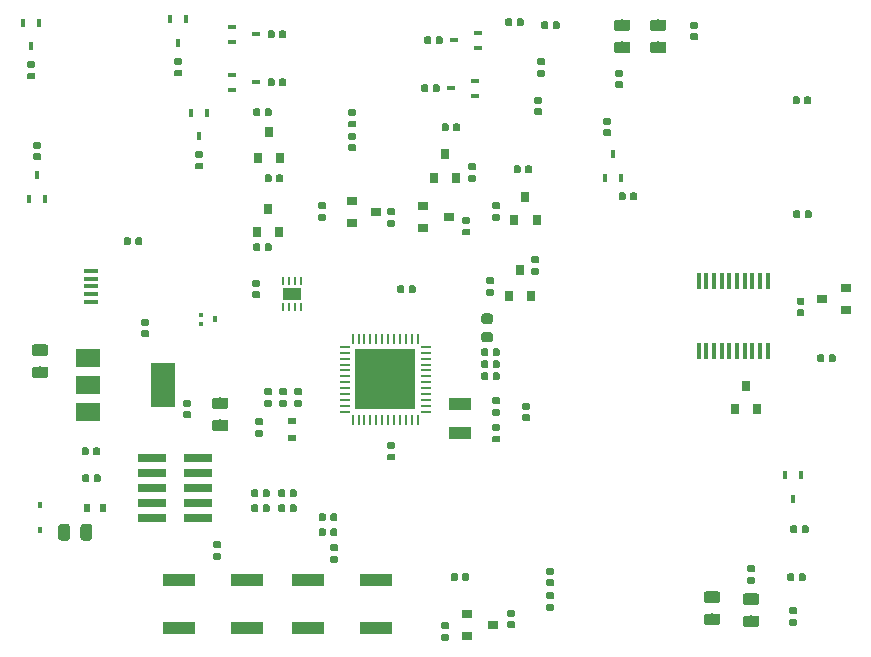
<source format=gbr>
G04 #@! TF.GenerationSoftware,KiCad,Pcbnew,(5.1.2)-1*
G04 #@! TF.CreationDate,2019-08-18T22:38:46+05:30*
G04 #@! TF.ProjectId,SAM21,53414d32-312e-46b6-9963-61645f706362,v1*
G04 #@! TF.SameCoordinates,Original*
G04 #@! TF.FileFunction,Paste,Top*
G04 #@! TF.FilePolarity,Positive*
%FSLAX46Y46*%
G04 Gerber Fmt 4.6, Leading zero omitted, Abs format (unit mm)*
G04 Created by KiCad (PCBNEW (5.1.2)-1) date 2019-08-18 22:38:46*
%MOMM*%
%LPD*%
G04 APERTURE LIST*
%ADD10C,0.100000*%
%ADD11C,0.127000*%
%ADD12R,0.450000X1.450000*%
%ADD13R,1.900000X1.100000*%
%ADD14R,1.300000X0.450000*%
%ADD15R,0.650000X0.950000*%
%ADD16R,0.950000X0.650000*%
%ADD17R,0.260000X0.840000*%
%ADD18R,0.840000X0.260000*%
%ADD19R,5.150000X5.150000*%
%ADD20R,2.400000X0.740000*%
%ADD21R,2.750000X1.000000*%
%ADD22R,1.524000X1.016000*%
%ADD23R,0.250000X0.750000*%
%ADD24R,0.450000X0.500000*%
%ADD25R,0.450000X0.400000*%
%ADD26R,2.000000X1.500000*%
%ADD27R,2.000000X3.800000*%
%ADD28C,0.590000*%
%ADD29R,0.800000X0.900000*%
%ADD30R,0.900000X0.800000*%
%ADD31C,0.875000*%
%ADD32C,0.975000*%
%ADD33R,0.700000X0.450000*%
%ADD34R,0.450000X0.700000*%
%ADD35R,0.700000X0.600000*%
%ADD36R,0.600000X0.700000*%
%ADD37R,0.450000X0.600000*%
G04 APERTURE END LIST*
D10*
G36*
X139070922Y-101479000D02*
G01*
X137251000Y-101479000D01*
X137251000Y-99658540D01*
X139070922Y-99658540D01*
X139070922Y-101479000D01*
G37*
G36*
X141643080Y-101479000D02*
G01*
X139821000Y-101479000D01*
X139821000Y-99656920D01*
X141643080Y-99656920D01*
X141643080Y-101479000D01*
G37*
G36*
X139070385Y-104049000D02*
G01*
X137251000Y-104049000D01*
X137251000Y-102229615D01*
X139070385Y-102229615D01*
X139070385Y-104049000D01*
G37*
G36*
X141644440Y-104049000D02*
G01*
X139821000Y-104049000D01*
X139821000Y-102229588D01*
X141644440Y-102229588D01*
X141644440Y-104049000D01*
G37*
D11*
G36*
X131847400Y-94886600D02*
G01*
X132253800Y-94886600D01*
X132253800Y-95089800D01*
X131847400Y-95089800D01*
X131847400Y-94886600D01*
G37*
X131847400Y-94886600D02*
X132253800Y-94886600D01*
X132253800Y-95089800D01*
X131847400Y-95089800D01*
X131847400Y-94886600D01*
G36*
X130882200Y-94861200D02*
G01*
X131288600Y-94861200D01*
X131288600Y-95089800D01*
X130882200Y-95089800D01*
X130882200Y-94861200D01*
G37*
X130882200Y-94861200D02*
X131288600Y-94861200D01*
X131288600Y-95089800D01*
X130882200Y-95089800D01*
X130882200Y-94861200D01*
G36*
X131847400Y-94226200D02*
G01*
X132253800Y-94226200D01*
X132253800Y-94454800D01*
X131847400Y-94454800D01*
X131847400Y-94226200D01*
G37*
X131847400Y-94226200D02*
X132253800Y-94226200D01*
X132253800Y-94454800D01*
X131847400Y-94454800D01*
X131847400Y-94226200D01*
G36*
X130882200Y-94226200D02*
G01*
X131288600Y-94226200D01*
X131288600Y-94454800D01*
X130882200Y-94454800D01*
X130882200Y-94226200D01*
G37*
X130882200Y-94226200D02*
X131288600Y-94226200D01*
X131288600Y-94454800D01*
X130882200Y-94454800D01*
X130882200Y-94226200D01*
D12*
X171835000Y-99470000D03*
X171185000Y-99470000D03*
X170535000Y-99470000D03*
X169885000Y-99470000D03*
X169235000Y-99470000D03*
X168585000Y-99470000D03*
X167935000Y-99470000D03*
X167285000Y-99470000D03*
X166635000Y-99470000D03*
X165985000Y-99470000D03*
X165985000Y-93570000D03*
X166635000Y-93570000D03*
X167285000Y-93570000D03*
X167935000Y-93570000D03*
X168585000Y-93570000D03*
X169235000Y-93570000D03*
X169885000Y-93570000D03*
X170535000Y-93570000D03*
X171185000Y-93570000D03*
X171835000Y-93570000D03*
D13*
X145796000Y-103926000D03*
X145796000Y-106426000D03*
D14*
X114554000Y-95280000D03*
X114554000Y-94630000D03*
X114554000Y-93980000D03*
X114554000Y-93330000D03*
X114554000Y-92710000D03*
D15*
X151791000Y-94826000D03*
X150876000Y-92626000D03*
X149961000Y-94826000D03*
X130556000Y-83142000D03*
X129641000Y-80942000D03*
X128726000Y-83142000D03*
D16*
X146347000Y-123597000D03*
X148547000Y-122682000D03*
X146347000Y-121767000D03*
X142664000Y-89053000D03*
X144864000Y-88138000D03*
X142664000Y-87223000D03*
D17*
X142196000Y-105289000D03*
X141696000Y-105289000D03*
X141196000Y-105289000D03*
X140696000Y-105289000D03*
X140196000Y-105289000D03*
X139696000Y-105289000D03*
X139196000Y-105289000D03*
X138696000Y-105289000D03*
X138196000Y-105289000D03*
X137696000Y-105289000D03*
X137196000Y-105289000D03*
X136696000Y-105289000D03*
D18*
X136011000Y-104604000D03*
X136011000Y-104104000D03*
X136011000Y-103604000D03*
X136011000Y-103104000D03*
X136011000Y-102604000D03*
X136011000Y-102104000D03*
X136011000Y-101604000D03*
X136011000Y-101104000D03*
X136011000Y-100604000D03*
X136011000Y-100104000D03*
X136011000Y-99604000D03*
X136011000Y-99104000D03*
D17*
X136696000Y-98419000D03*
X137196000Y-98419000D03*
X137696000Y-98419000D03*
X138196000Y-98419000D03*
X138696000Y-98419000D03*
X139196000Y-98419000D03*
X139696000Y-98419000D03*
X140196000Y-98419000D03*
X140696000Y-98419000D03*
X141196000Y-98419000D03*
X141696000Y-98419000D03*
X142196000Y-98419000D03*
D18*
X142881000Y-99104000D03*
X142881000Y-99604000D03*
X142881000Y-100104000D03*
X142881000Y-100604000D03*
X142881000Y-101104000D03*
X142881000Y-101604000D03*
X142881000Y-102104000D03*
X142881000Y-102604000D03*
X142881000Y-103104000D03*
X142881000Y-103604000D03*
X142881000Y-104104000D03*
X142881000Y-104604000D03*
D19*
X139446000Y-101854000D03*
D20*
X123616000Y-113620000D03*
X119716000Y-113620000D03*
X123616000Y-112350000D03*
X119716000Y-112350000D03*
X123616000Y-111080000D03*
X119716000Y-111080000D03*
X123616000Y-109810000D03*
X119716000Y-109810000D03*
X123616000Y-108540000D03*
X119716000Y-108540000D03*
D21*
X132924000Y-118872000D03*
X138684000Y-118872000D03*
X138684000Y-122872000D03*
X132924000Y-122872000D03*
X127762000Y-122872000D03*
X122002000Y-122872000D03*
X122002000Y-118872000D03*
X127762000Y-118872000D03*
D22*
X131568000Y-94658000D03*
D23*
X130818000Y-93558000D03*
X131318000Y-93558000D03*
X131818000Y-93558000D03*
X132318000Y-93558000D03*
X132318000Y-95758000D03*
X131818000Y-95758000D03*
X131318000Y-95758000D03*
X130818000Y-95758000D03*
D24*
X125035000Y-96774000D03*
D25*
X123885000Y-97174000D03*
X123885000Y-96374000D03*
D26*
X114300000Y-100048000D03*
X114300000Y-104648000D03*
X114300000Y-102348000D03*
D27*
X120600000Y-102348000D03*
D10*
G36*
X128731958Y-90358710D02*
G01*
X128746276Y-90360834D01*
X128760317Y-90364351D01*
X128773946Y-90369228D01*
X128787031Y-90375417D01*
X128799447Y-90382858D01*
X128811073Y-90391481D01*
X128821798Y-90401202D01*
X128831519Y-90411927D01*
X128840142Y-90423553D01*
X128847583Y-90435969D01*
X128853772Y-90449054D01*
X128858649Y-90462683D01*
X128862166Y-90476724D01*
X128864290Y-90491042D01*
X128865000Y-90505500D01*
X128865000Y-90850500D01*
X128864290Y-90864958D01*
X128862166Y-90879276D01*
X128858649Y-90893317D01*
X128853772Y-90906946D01*
X128847583Y-90920031D01*
X128840142Y-90932447D01*
X128831519Y-90944073D01*
X128821798Y-90954798D01*
X128811073Y-90964519D01*
X128799447Y-90973142D01*
X128787031Y-90980583D01*
X128773946Y-90986772D01*
X128760317Y-90991649D01*
X128746276Y-90995166D01*
X128731958Y-90997290D01*
X128717500Y-90998000D01*
X128422500Y-90998000D01*
X128408042Y-90997290D01*
X128393724Y-90995166D01*
X128379683Y-90991649D01*
X128366054Y-90986772D01*
X128352969Y-90980583D01*
X128340553Y-90973142D01*
X128328927Y-90964519D01*
X128318202Y-90954798D01*
X128308481Y-90944073D01*
X128299858Y-90932447D01*
X128292417Y-90920031D01*
X128286228Y-90906946D01*
X128281351Y-90893317D01*
X128277834Y-90879276D01*
X128275710Y-90864958D01*
X128275000Y-90850500D01*
X128275000Y-90505500D01*
X128275710Y-90491042D01*
X128277834Y-90476724D01*
X128281351Y-90462683D01*
X128286228Y-90449054D01*
X128292417Y-90435969D01*
X128299858Y-90423553D01*
X128308481Y-90411927D01*
X128318202Y-90401202D01*
X128328927Y-90391481D01*
X128340553Y-90382858D01*
X128352969Y-90375417D01*
X128366054Y-90369228D01*
X128379683Y-90364351D01*
X128393724Y-90360834D01*
X128408042Y-90358710D01*
X128422500Y-90358000D01*
X128717500Y-90358000D01*
X128731958Y-90358710D01*
X128731958Y-90358710D01*
G37*
D28*
X128570000Y-90678000D03*
D10*
G36*
X129701958Y-90358710D02*
G01*
X129716276Y-90360834D01*
X129730317Y-90364351D01*
X129743946Y-90369228D01*
X129757031Y-90375417D01*
X129769447Y-90382858D01*
X129781073Y-90391481D01*
X129791798Y-90401202D01*
X129801519Y-90411927D01*
X129810142Y-90423553D01*
X129817583Y-90435969D01*
X129823772Y-90449054D01*
X129828649Y-90462683D01*
X129832166Y-90476724D01*
X129834290Y-90491042D01*
X129835000Y-90505500D01*
X129835000Y-90850500D01*
X129834290Y-90864958D01*
X129832166Y-90879276D01*
X129828649Y-90893317D01*
X129823772Y-90906946D01*
X129817583Y-90920031D01*
X129810142Y-90932447D01*
X129801519Y-90944073D01*
X129791798Y-90954798D01*
X129781073Y-90964519D01*
X129769447Y-90973142D01*
X129757031Y-90980583D01*
X129743946Y-90986772D01*
X129730317Y-90991649D01*
X129716276Y-90995166D01*
X129701958Y-90997290D01*
X129687500Y-90998000D01*
X129392500Y-90998000D01*
X129378042Y-90997290D01*
X129363724Y-90995166D01*
X129349683Y-90991649D01*
X129336054Y-90986772D01*
X129322969Y-90980583D01*
X129310553Y-90973142D01*
X129298927Y-90964519D01*
X129288202Y-90954798D01*
X129278481Y-90944073D01*
X129269858Y-90932447D01*
X129262417Y-90920031D01*
X129256228Y-90906946D01*
X129251351Y-90893317D01*
X129247834Y-90879276D01*
X129245710Y-90864958D01*
X129245000Y-90850500D01*
X129245000Y-90505500D01*
X129245710Y-90491042D01*
X129247834Y-90476724D01*
X129251351Y-90462683D01*
X129256228Y-90449054D01*
X129262417Y-90435969D01*
X129269858Y-90423553D01*
X129278481Y-90411927D01*
X129288202Y-90401202D01*
X129298927Y-90391481D01*
X129310553Y-90382858D01*
X129322969Y-90375417D01*
X129336054Y-90369228D01*
X129349683Y-90364351D01*
X129363724Y-90360834D01*
X129378042Y-90358710D01*
X129392500Y-90358000D01*
X129687500Y-90358000D01*
X129701958Y-90358710D01*
X129701958Y-90358710D01*
G37*
D28*
X129540000Y-90678000D03*
D10*
G36*
X136838958Y-79946710D02*
G01*
X136853276Y-79948834D01*
X136867317Y-79952351D01*
X136880946Y-79957228D01*
X136894031Y-79963417D01*
X136906447Y-79970858D01*
X136918073Y-79979481D01*
X136928798Y-79989202D01*
X136938519Y-79999927D01*
X136947142Y-80011553D01*
X136954583Y-80023969D01*
X136960772Y-80037054D01*
X136965649Y-80050683D01*
X136969166Y-80064724D01*
X136971290Y-80079042D01*
X136972000Y-80093500D01*
X136972000Y-80388500D01*
X136971290Y-80402958D01*
X136969166Y-80417276D01*
X136965649Y-80431317D01*
X136960772Y-80444946D01*
X136954583Y-80458031D01*
X136947142Y-80470447D01*
X136938519Y-80482073D01*
X136928798Y-80492798D01*
X136918073Y-80502519D01*
X136906447Y-80511142D01*
X136894031Y-80518583D01*
X136880946Y-80524772D01*
X136867317Y-80529649D01*
X136853276Y-80533166D01*
X136838958Y-80535290D01*
X136824500Y-80536000D01*
X136479500Y-80536000D01*
X136465042Y-80535290D01*
X136450724Y-80533166D01*
X136436683Y-80529649D01*
X136423054Y-80524772D01*
X136409969Y-80518583D01*
X136397553Y-80511142D01*
X136385927Y-80502519D01*
X136375202Y-80492798D01*
X136365481Y-80482073D01*
X136356858Y-80470447D01*
X136349417Y-80458031D01*
X136343228Y-80444946D01*
X136338351Y-80431317D01*
X136334834Y-80417276D01*
X136332710Y-80402958D01*
X136332000Y-80388500D01*
X136332000Y-80093500D01*
X136332710Y-80079042D01*
X136334834Y-80064724D01*
X136338351Y-80050683D01*
X136343228Y-80037054D01*
X136349417Y-80023969D01*
X136356858Y-80011553D01*
X136365481Y-79999927D01*
X136375202Y-79989202D01*
X136385927Y-79979481D01*
X136397553Y-79970858D01*
X136409969Y-79963417D01*
X136423054Y-79957228D01*
X136436683Y-79952351D01*
X136450724Y-79948834D01*
X136465042Y-79946710D01*
X136479500Y-79946000D01*
X136824500Y-79946000D01*
X136838958Y-79946710D01*
X136838958Y-79946710D01*
G37*
D28*
X136652000Y-80241000D03*
D10*
G36*
X136838958Y-78976710D02*
G01*
X136853276Y-78978834D01*
X136867317Y-78982351D01*
X136880946Y-78987228D01*
X136894031Y-78993417D01*
X136906447Y-79000858D01*
X136918073Y-79009481D01*
X136928798Y-79019202D01*
X136938519Y-79029927D01*
X136947142Y-79041553D01*
X136954583Y-79053969D01*
X136960772Y-79067054D01*
X136965649Y-79080683D01*
X136969166Y-79094724D01*
X136971290Y-79109042D01*
X136972000Y-79123500D01*
X136972000Y-79418500D01*
X136971290Y-79432958D01*
X136969166Y-79447276D01*
X136965649Y-79461317D01*
X136960772Y-79474946D01*
X136954583Y-79488031D01*
X136947142Y-79500447D01*
X136938519Y-79512073D01*
X136928798Y-79522798D01*
X136918073Y-79532519D01*
X136906447Y-79541142D01*
X136894031Y-79548583D01*
X136880946Y-79554772D01*
X136867317Y-79559649D01*
X136853276Y-79563166D01*
X136838958Y-79565290D01*
X136824500Y-79566000D01*
X136479500Y-79566000D01*
X136465042Y-79565290D01*
X136450724Y-79563166D01*
X136436683Y-79559649D01*
X136423054Y-79554772D01*
X136409969Y-79548583D01*
X136397553Y-79541142D01*
X136385927Y-79532519D01*
X136375202Y-79522798D01*
X136365481Y-79512073D01*
X136356858Y-79500447D01*
X136349417Y-79488031D01*
X136343228Y-79474946D01*
X136338351Y-79461317D01*
X136334834Y-79447276D01*
X136332710Y-79432958D01*
X136332000Y-79418500D01*
X136332000Y-79123500D01*
X136332710Y-79109042D01*
X136334834Y-79094724D01*
X136338351Y-79080683D01*
X136343228Y-79067054D01*
X136349417Y-79053969D01*
X136356858Y-79041553D01*
X136365481Y-79029927D01*
X136375202Y-79019202D01*
X136385927Y-79009481D01*
X136397553Y-79000858D01*
X136409969Y-78993417D01*
X136423054Y-78987228D01*
X136436683Y-78982351D01*
X136450724Y-78978834D01*
X136465042Y-78976710D01*
X136479500Y-78976000D01*
X136824500Y-78976000D01*
X136838958Y-78976710D01*
X136838958Y-78976710D01*
G37*
D28*
X136652000Y-79271000D03*
D10*
G36*
X142955958Y-76896710D02*
G01*
X142970276Y-76898834D01*
X142984317Y-76902351D01*
X142997946Y-76907228D01*
X143011031Y-76913417D01*
X143023447Y-76920858D01*
X143035073Y-76929481D01*
X143045798Y-76939202D01*
X143055519Y-76949927D01*
X143064142Y-76961553D01*
X143071583Y-76973969D01*
X143077772Y-76987054D01*
X143082649Y-77000683D01*
X143086166Y-77014724D01*
X143088290Y-77029042D01*
X143089000Y-77043500D01*
X143089000Y-77388500D01*
X143088290Y-77402958D01*
X143086166Y-77417276D01*
X143082649Y-77431317D01*
X143077772Y-77444946D01*
X143071583Y-77458031D01*
X143064142Y-77470447D01*
X143055519Y-77482073D01*
X143045798Y-77492798D01*
X143035073Y-77502519D01*
X143023447Y-77511142D01*
X143011031Y-77518583D01*
X142997946Y-77524772D01*
X142984317Y-77529649D01*
X142970276Y-77533166D01*
X142955958Y-77535290D01*
X142941500Y-77536000D01*
X142646500Y-77536000D01*
X142632042Y-77535290D01*
X142617724Y-77533166D01*
X142603683Y-77529649D01*
X142590054Y-77524772D01*
X142576969Y-77518583D01*
X142564553Y-77511142D01*
X142552927Y-77502519D01*
X142542202Y-77492798D01*
X142532481Y-77482073D01*
X142523858Y-77470447D01*
X142516417Y-77458031D01*
X142510228Y-77444946D01*
X142505351Y-77431317D01*
X142501834Y-77417276D01*
X142499710Y-77402958D01*
X142499000Y-77388500D01*
X142499000Y-77043500D01*
X142499710Y-77029042D01*
X142501834Y-77014724D01*
X142505351Y-77000683D01*
X142510228Y-76987054D01*
X142516417Y-76973969D01*
X142523858Y-76961553D01*
X142532481Y-76949927D01*
X142542202Y-76939202D01*
X142552927Y-76929481D01*
X142564553Y-76920858D01*
X142576969Y-76913417D01*
X142590054Y-76907228D01*
X142603683Y-76902351D01*
X142617724Y-76898834D01*
X142632042Y-76896710D01*
X142646500Y-76896000D01*
X142941500Y-76896000D01*
X142955958Y-76896710D01*
X142955958Y-76896710D01*
G37*
D28*
X142794000Y-77216000D03*
D10*
G36*
X143925958Y-76896710D02*
G01*
X143940276Y-76898834D01*
X143954317Y-76902351D01*
X143967946Y-76907228D01*
X143981031Y-76913417D01*
X143993447Y-76920858D01*
X144005073Y-76929481D01*
X144015798Y-76939202D01*
X144025519Y-76949927D01*
X144034142Y-76961553D01*
X144041583Y-76973969D01*
X144047772Y-76987054D01*
X144052649Y-77000683D01*
X144056166Y-77014724D01*
X144058290Y-77029042D01*
X144059000Y-77043500D01*
X144059000Y-77388500D01*
X144058290Y-77402958D01*
X144056166Y-77417276D01*
X144052649Y-77431317D01*
X144047772Y-77444946D01*
X144041583Y-77458031D01*
X144034142Y-77470447D01*
X144025519Y-77482073D01*
X144015798Y-77492798D01*
X144005073Y-77502519D01*
X143993447Y-77511142D01*
X143981031Y-77518583D01*
X143967946Y-77524772D01*
X143954317Y-77529649D01*
X143940276Y-77533166D01*
X143925958Y-77535290D01*
X143911500Y-77536000D01*
X143616500Y-77536000D01*
X143602042Y-77535290D01*
X143587724Y-77533166D01*
X143573683Y-77529649D01*
X143560054Y-77524772D01*
X143546969Y-77518583D01*
X143534553Y-77511142D01*
X143522927Y-77502519D01*
X143512202Y-77492798D01*
X143502481Y-77482073D01*
X143493858Y-77470447D01*
X143486417Y-77458031D01*
X143480228Y-77444946D01*
X143475351Y-77431317D01*
X143471834Y-77417276D01*
X143469710Y-77402958D01*
X143469000Y-77388500D01*
X143469000Y-77043500D01*
X143469710Y-77029042D01*
X143471834Y-77014724D01*
X143475351Y-77000683D01*
X143480228Y-76987054D01*
X143486417Y-76973969D01*
X143493858Y-76961553D01*
X143502481Y-76949927D01*
X143512202Y-76939202D01*
X143522927Y-76929481D01*
X143534553Y-76920858D01*
X143546969Y-76913417D01*
X143560054Y-76907228D01*
X143573683Y-76902351D01*
X143587724Y-76898834D01*
X143602042Y-76896710D01*
X143616500Y-76896000D01*
X143911500Y-76896000D01*
X143925958Y-76896710D01*
X143925958Y-76896710D01*
G37*
D28*
X143764000Y-77216000D03*
D10*
G36*
X143209958Y-72832710D02*
G01*
X143224276Y-72834834D01*
X143238317Y-72838351D01*
X143251946Y-72843228D01*
X143265031Y-72849417D01*
X143277447Y-72856858D01*
X143289073Y-72865481D01*
X143299798Y-72875202D01*
X143309519Y-72885927D01*
X143318142Y-72897553D01*
X143325583Y-72909969D01*
X143331772Y-72923054D01*
X143336649Y-72936683D01*
X143340166Y-72950724D01*
X143342290Y-72965042D01*
X143343000Y-72979500D01*
X143343000Y-73324500D01*
X143342290Y-73338958D01*
X143340166Y-73353276D01*
X143336649Y-73367317D01*
X143331772Y-73380946D01*
X143325583Y-73394031D01*
X143318142Y-73406447D01*
X143309519Y-73418073D01*
X143299798Y-73428798D01*
X143289073Y-73438519D01*
X143277447Y-73447142D01*
X143265031Y-73454583D01*
X143251946Y-73460772D01*
X143238317Y-73465649D01*
X143224276Y-73469166D01*
X143209958Y-73471290D01*
X143195500Y-73472000D01*
X142900500Y-73472000D01*
X142886042Y-73471290D01*
X142871724Y-73469166D01*
X142857683Y-73465649D01*
X142844054Y-73460772D01*
X142830969Y-73454583D01*
X142818553Y-73447142D01*
X142806927Y-73438519D01*
X142796202Y-73428798D01*
X142786481Y-73418073D01*
X142777858Y-73406447D01*
X142770417Y-73394031D01*
X142764228Y-73380946D01*
X142759351Y-73367317D01*
X142755834Y-73353276D01*
X142753710Y-73338958D01*
X142753000Y-73324500D01*
X142753000Y-72979500D01*
X142753710Y-72965042D01*
X142755834Y-72950724D01*
X142759351Y-72936683D01*
X142764228Y-72923054D01*
X142770417Y-72909969D01*
X142777858Y-72897553D01*
X142786481Y-72885927D01*
X142796202Y-72875202D01*
X142806927Y-72865481D01*
X142818553Y-72856858D01*
X142830969Y-72849417D01*
X142844054Y-72843228D01*
X142857683Y-72838351D01*
X142871724Y-72834834D01*
X142886042Y-72832710D01*
X142900500Y-72832000D01*
X143195500Y-72832000D01*
X143209958Y-72832710D01*
X143209958Y-72832710D01*
G37*
D28*
X143048000Y-73152000D03*
D10*
G36*
X144179958Y-72832710D02*
G01*
X144194276Y-72834834D01*
X144208317Y-72838351D01*
X144221946Y-72843228D01*
X144235031Y-72849417D01*
X144247447Y-72856858D01*
X144259073Y-72865481D01*
X144269798Y-72875202D01*
X144279519Y-72885927D01*
X144288142Y-72897553D01*
X144295583Y-72909969D01*
X144301772Y-72923054D01*
X144306649Y-72936683D01*
X144310166Y-72950724D01*
X144312290Y-72965042D01*
X144313000Y-72979500D01*
X144313000Y-73324500D01*
X144312290Y-73338958D01*
X144310166Y-73353276D01*
X144306649Y-73367317D01*
X144301772Y-73380946D01*
X144295583Y-73394031D01*
X144288142Y-73406447D01*
X144279519Y-73418073D01*
X144269798Y-73428798D01*
X144259073Y-73438519D01*
X144247447Y-73447142D01*
X144235031Y-73454583D01*
X144221946Y-73460772D01*
X144208317Y-73465649D01*
X144194276Y-73469166D01*
X144179958Y-73471290D01*
X144165500Y-73472000D01*
X143870500Y-73472000D01*
X143856042Y-73471290D01*
X143841724Y-73469166D01*
X143827683Y-73465649D01*
X143814054Y-73460772D01*
X143800969Y-73454583D01*
X143788553Y-73447142D01*
X143776927Y-73438519D01*
X143766202Y-73428798D01*
X143756481Y-73418073D01*
X143747858Y-73406447D01*
X143740417Y-73394031D01*
X143734228Y-73380946D01*
X143729351Y-73367317D01*
X143725834Y-73353276D01*
X143723710Y-73338958D01*
X143723000Y-73324500D01*
X143723000Y-72979500D01*
X143723710Y-72965042D01*
X143725834Y-72950724D01*
X143729351Y-72936683D01*
X143734228Y-72923054D01*
X143740417Y-72909969D01*
X143747858Y-72897553D01*
X143756481Y-72885927D01*
X143766202Y-72875202D01*
X143776927Y-72865481D01*
X143788553Y-72856858D01*
X143800969Y-72849417D01*
X143814054Y-72843228D01*
X143827683Y-72838351D01*
X143841724Y-72834834D01*
X143856042Y-72832710D01*
X143870500Y-72832000D01*
X144165500Y-72832000D01*
X144179958Y-72832710D01*
X144179958Y-72832710D01*
G37*
D28*
X144018000Y-73152000D03*
D10*
G36*
X129701958Y-84516710D02*
G01*
X129716276Y-84518834D01*
X129730317Y-84522351D01*
X129743946Y-84527228D01*
X129757031Y-84533417D01*
X129769447Y-84540858D01*
X129781073Y-84549481D01*
X129791798Y-84559202D01*
X129801519Y-84569927D01*
X129810142Y-84581553D01*
X129817583Y-84593969D01*
X129823772Y-84607054D01*
X129828649Y-84620683D01*
X129832166Y-84634724D01*
X129834290Y-84649042D01*
X129835000Y-84663500D01*
X129835000Y-85008500D01*
X129834290Y-85022958D01*
X129832166Y-85037276D01*
X129828649Y-85051317D01*
X129823772Y-85064946D01*
X129817583Y-85078031D01*
X129810142Y-85090447D01*
X129801519Y-85102073D01*
X129791798Y-85112798D01*
X129781073Y-85122519D01*
X129769447Y-85131142D01*
X129757031Y-85138583D01*
X129743946Y-85144772D01*
X129730317Y-85149649D01*
X129716276Y-85153166D01*
X129701958Y-85155290D01*
X129687500Y-85156000D01*
X129392500Y-85156000D01*
X129378042Y-85155290D01*
X129363724Y-85153166D01*
X129349683Y-85149649D01*
X129336054Y-85144772D01*
X129322969Y-85138583D01*
X129310553Y-85131142D01*
X129298927Y-85122519D01*
X129288202Y-85112798D01*
X129278481Y-85102073D01*
X129269858Y-85090447D01*
X129262417Y-85078031D01*
X129256228Y-85064946D01*
X129251351Y-85051317D01*
X129247834Y-85037276D01*
X129245710Y-85022958D01*
X129245000Y-85008500D01*
X129245000Y-84663500D01*
X129245710Y-84649042D01*
X129247834Y-84634724D01*
X129251351Y-84620683D01*
X129256228Y-84607054D01*
X129262417Y-84593969D01*
X129269858Y-84581553D01*
X129278481Y-84569927D01*
X129288202Y-84559202D01*
X129298927Y-84549481D01*
X129310553Y-84540858D01*
X129322969Y-84533417D01*
X129336054Y-84527228D01*
X129349683Y-84522351D01*
X129363724Y-84518834D01*
X129378042Y-84516710D01*
X129392500Y-84516000D01*
X129687500Y-84516000D01*
X129701958Y-84516710D01*
X129701958Y-84516710D01*
G37*
D28*
X129540000Y-84836000D03*
D10*
G36*
X130671958Y-84516710D02*
G01*
X130686276Y-84518834D01*
X130700317Y-84522351D01*
X130713946Y-84527228D01*
X130727031Y-84533417D01*
X130739447Y-84540858D01*
X130751073Y-84549481D01*
X130761798Y-84559202D01*
X130771519Y-84569927D01*
X130780142Y-84581553D01*
X130787583Y-84593969D01*
X130793772Y-84607054D01*
X130798649Y-84620683D01*
X130802166Y-84634724D01*
X130804290Y-84649042D01*
X130805000Y-84663500D01*
X130805000Y-85008500D01*
X130804290Y-85022958D01*
X130802166Y-85037276D01*
X130798649Y-85051317D01*
X130793772Y-85064946D01*
X130787583Y-85078031D01*
X130780142Y-85090447D01*
X130771519Y-85102073D01*
X130761798Y-85112798D01*
X130751073Y-85122519D01*
X130739447Y-85131142D01*
X130727031Y-85138583D01*
X130713946Y-85144772D01*
X130700317Y-85149649D01*
X130686276Y-85153166D01*
X130671958Y-85155290D01*
X130657500Y-85156000D01*
X130362500Y-85156000D01*
X130348042Y-85155290D01*
X130333724Y-85153166D01*
X130319683Y-85149649D01*
X130306054Y-85144772D01*
X130292969Y-85138583D01*
X130280553Y-85131142D01*
X130268927Y-85122519D01*
X130258202Y-85112798D01*
X130248481Y-85102073D01*
X130239858Y-85090447D01*
X130232417Y-85078031D01*
X130226228Y-85064946D01*
X130221351Y-85051317D01*
X130217834Y-85037276D01*
X130215710Y-85022958D01*
X130215000Y-85008500D01*
X130215000Y-84663500D01*
X130215710Y-84649042D01*
X130217834Y-84634724D01*
X130221351Y-84620683D01*
X130226228Y-84607054D01*
X130232417Y-84593969D01*
X130239858Y-84581553D01*
X130248481Y-84569927D01*
X130258202Y-84559202D01*
X130268927Y-84549481D01*
X130280553Y-84540858D01*
X130292969Y-84533417D01*
X130306054Y-84527228D01*
X130319683Y-84522351D01*
X130333724Y-84518834D01*
X130348042Y-84516710D01*
X130362500Y-84516000D01*
X130657500Y-84516000D01*
X130671958Y-84516710D01*
X130671958Y-84516710D01*
G37*
D28*
X130510000Y-84836000D03*
D10*
G36*
X130925958Y-76388710D02*
G01*
X130940276Y-76390834D01*
X130954317Y-76394351D01*
X130967946Y-76399228D01*
X130981031Y-76405417D01*
X130993447Y-76412858D01*
X131005073Y-76421481D01*
X131015798Y-76431202D01*
X131025519Y-76441927D01*
X131034142Y-76453553D01*
X131041583Y-76465969D01*
X131047772Y-76479054D01*
X131052649Y-76492683D01*
X131056166Y-76506724D01*
X131058290Y-76521042D01*
X131059000Y-76535500D01*
X131059000Y-76880500D01*
X131058290Y-76894958D01*
X131056166Y-76909276D01*
X131052649Y-76923317D01*
X131047772Y-76936946D01*
X131041583Y-76950031D01*
X131034142Y-76962447D01*
X131025519Y-76974073D01*
X131015798Y-76984798D01*
X131005073Y-76994519D01*
X130993447Y-77003142D01*
X130981031Y-77010583D01*
X130967946Y-77016772D01*
X130954317Y-77021649D01*
X130940276Y-77025166D01*
X130925958Y-77027290D01*
X130911500Y-77028000D01*
X130616500Y-77028000D01*
X130602042Y-77027290D01*
X130587724Y-77025166D01*
X130573683Y-77021649D01*
X130560054Y-77016772D01*
X130546969Y-77010583D01*
X130534553Y-77003142D01*
X130522927Y-76994519D01*
X130512202Y-76984798D01*
X130502481Y-76974073D01*
X130493858Y-76962447D01*
X130486417Y-76950031D01*
X130480228Y-76936946D01*
X130475351Y-76923317D01*
X130471834Y-76909276D01*
X130469710Y-76894958D01*
X130469000Y-76880500D01*
X130469000Y-76535500D01*
X130469710Y-76521042D01*
X130471834Y-76506724D01*
X130475351Y-76492683D01*
X130480228Y-76479054D01*
X130486417Y-76465969D01*
X130493858Y-76453553D01*
X130502481Y-76441927D01*
X130512202Y-76431202D01*
X130522927Y-76421481D01*
X130534553Y-76412858D01*
X130546969Y-76405417D01*
X130560054Y-76399228D01*
X130573683Y-76394351D01*
X130587724Y-76390834D01*
X130602042Y-76388710D01*
X130616500Y-76388000D01*
X130911500Y-76388000D01*
X130925958Y-76388710D01*
X130925958Y-76388710D01*
G37*
D28*
X130764000Y-76708000D03*
D10*
G36*
X129955958Y-76388710D02*
G01*
X129970276Y-76390834D01*
X129984317Y-76394351D01*
X129997946Y-76399228D01*
X130011031Y-76405417D01*
X130023447Y-76412858D01*
X130035073Y-76421481D01*
X130045798Y-76431202D01*
X130055519Y-76441927D01*
X130064142Y-76453553D01*
X130071583Y-76465969D01*
X130077772Y-76479054D01*
X130082649Y-76492683D01*
X130086166Y-76506724D01*
X130088290Y-76521042D01*
X130089000Y-76535500D01*
X130089000Y-76880500D01*
X130088290Y-76894958D01*
X130086166Y-76909276D01*
X130082649Y-76923317D01*
X130077772Y-76936946D01*
X130071583Y-76950031D01*
X130064142Y-76962447D01*
X130055519Y-76974073D01*
X130045798Y-76984798D01*
X130035073Y-76994519D01*
X130023447Y-77003142D01*
X130011031Y-77010583D01*
X129997946Y-77016772D01*
X129984317Y-77021649D01*
X129970276Y-77025166D01*
X129955958Y-77027290D01*
X129941500Y-77028000D01*
X129646500Y-77028000D01*
X129632042Y-77027290D01*
X129617724Y-77025166D01*
X129603683Y-77021649D01*
X129590054Y-77016772D01*
X129576969Y-77010583D01*
X129564553Y-77003142D01*
X129552927Y-76994519D01*
X129542202Y-76984798D01*
X129532481Y-76974073D01*
X129523858Y-76962447D01*
X129516417Y-76950031D01*
X129510228Y-76936946D01*
X129505351Y-76923317D01*
X129501834Y-76909276D01*
X129499710Y-76894958D01*
X129499000Y-76880500D01*
X129499000Y-76535500D01*
X129499710Y-76521042D01*
X129501834Y-76506724D01*
X129505351Y-76492683D01*
X129510228Y-76479054D01*
X129516417Y-76465969D01*
X129523858Y-76453553D01*
X129532481Y-76441927D01*
X129542202Y-76431202D01*
X129552927Y-76421481D01*
X129564553Y-76412858D01*
X129576969Y-76405417D01*
X129590054Y-76399228D01*
X129603683Y-76394351D01*
X129617724Y-76390834D01*
X129632042Y-76388710D01*
X129646500Y-76388000D01*
X129941500Y-76388000D01*
X129955958Y-76388710D01*
X129955958Y-76388710D01*
G37*
D28*
X129794000Y-76708000D03*
D10*
G36*
X130925958Y-72324710D02*
G01*
X130940276Y-72326834D01*
X130954317Y-72330351D01*
X130967946Y-72335228D01*
X130981031Y-72341417D01*
X130993447Y-72348858D01*
X131005073Y-72357481D01*
X131015798Y-72367202D01*
X131025519Y-72377927D01*
X131034142Y-72389553D01*
X131041583Y-72401969D01*
X131047772Y-72415054D01*
X131052649Y-72428683D01*
X131056166Y-72442724D01*
X131058290Y-72457042D01*
X131059000Y-72471500D01*
X131059000Y-72816500D01*
X131058290Y-72830958D01*
X131056166Y-72845276D01*
X131052649Y-72859317D01*
X131047772Y-72872946D01*
X131041583Y-72886031D01*
X131034142Y-72898447D01*
X131025519Y-72910073D01*
X131015798Y-72920798D01*
X131005073Y-72930519D01*
X130993447Y-72939142D01*
X130981031Y-72946583D01*
X130967946Y-72952772D01*
X130954317Y-72957649D01*
X130940276Y-72961166D01*
X130925958Y-72963290D01*
X130911500Y-72964000D01*
X130616500Y-72964000D01*
X130602042Y-72963290D01*
X130587724Y-72961166D01*
X130573683Y-72957649D01*
X130560054Y-72952772D01*
X130546969Y-72946583D01*
X130534553Y-72939142D01*
X130522927Y-72930519D01*
X130512202Y-72920798D01*
X130502481Y-72910073D01*
X130493858Y-72898447D01*
X130486417Y-72886031D01*
X130480228Y-72872946D01*
X130475351Y-72859317D01*
X130471834Y-72845276D01*
X130469710Y-72830958D01*
X130469000Y-72816500D01*
X130469000Y-72471500D01*
X130469710Y-72457042D01*
X130471834Y-72442724D01*
X130475351Y-72428683D01*
X130480228Y-72415054D01*
X130486417Y-72401969D01*
X130493858Y-72389553D01*
X130502481Y-72377927D01*
X130512202Y-72367202D01*
X130522927Y-72357481D01*
X130534553Y-72348858D01*
X130546969Y-72341417D01*
X130560054Y-72335228D01*
X130573683Y-72330351D01*
X130587724Y-72326834D01*
X130602042Y-72324710D01*
X130616500Y-72324000D01*
X130911500Y-72324000D01*
X130925958Y-72324710D01*
X130925958Y-72324710D01*
G37*
D28*
X130764000Y-72644000D03*
D10*
G36*
X129955958Y-72324710D02*
G01*
X129970276Y-72326834D01*
X129984317Y-72330351D01*
X129997946Y-72335228D01*
X130011031Y-72341417D01*
X130023447Y-72348858D01*
X130035073Y-72357481D01*
X130045798Y-72367202D01*
X130055519Y-72377927D01*
X130064142Y-72389553D01*
X130071583Y-72401969D01*
X130077772Y-72415054D01*
X130082649Y-72428683D01*
X130086166Y-72442724D01*
X130088290Y-72457042D01*
X130089000Y-72471500D01*
X130089000Y-72816500D01*
X130088290Y-72830958D01*
X130086166Y-72845276D01*
X130082649Y-72859317D01*
X130077772Y-72872946D01*
X130071583Y-72886031D01*
X130064142Y-72898447D01*
X130055519Y-72910073D01*
X130045798Y-72920798D01*
X130035073Y-72930519D01*
X130023447Y-72939142D01*
X130011031Y-72946583D01*
X129997946Y-72952772D01*
X129984317Y-72957649D01*
X129970276Y-72961166D01*
X129955958Y-72963290D01*
X129941500Y-72964000D01*
X129646500Y-72964000D01*
X129632042Y-72963290D01*
X129617724Y-72961166D01*
X129603683Y-72957649D01*
X129590054Y-72952772D01*
X129576969Y-72946583D01*
X129564553Y-72939142D01*
X129552927Y-72930519D01*
X129542202Y-72920798D01*
X129532481Y-72910073D01*
X129523858Y-72898447D01*
X129516417Y-72886031D01*
X129510228Y-72872946D01*
X129505351Y-72859317D01*
X129501834Y-72845276D01*
X129499710Y-72830958D01*
X129499000Y-72816500D01*
X129499000Y-72471500D01*
X129499710Y-72457042D01*
X129501834Y-72442724D01*
X129505351Y-72428683D01*
X129510228Y-72415054D01*
X129516417Y-72401969D01*
X129523858Y-72389553D01*
X129532481Y-72377927D01*
X129542202Y-72367202D01*
X129552927Y-72357481D01*
X129564553Y-72348858D01*
X129576969Y-72341417D01*
X129590054Y-72335228D01*
X129603683Y-72330351D01*
X129617724Y-72326834D01*
X129632042Y-72324710D01*
X129646500Y-72324000D01*
X129941500Y-72324000D01*
X129955958Y-72324710D01*
X129955958Y-72324710D01*
G37*
D28*
X129794000Y-72644000D03*
D10*
G36*
X134298958Y-86873710D02*
G01*
X134313276Y-86875834D01*
X134327317Y-86879351D01*
X134340946Y-86884228D01*
X134354031Y-86890417D01*
X134366447Y-86897858D01*
X134378073Y-86906481D01*
X134388798Y-86916202D01*
X134398519Y-86926927D01*
X134407142Y-86938553D01*
X134414583Y-86950969D01*
X134420772Y-86964054D01*
X134425649Y-86977683D01*
X134429166Y-86991724D01*
X134431290Y-87006042D01*
X134432000Y-87020500D01*
X134432000Y-87315500D01*
X134431290Y-87329958D01*
X134429166Y-87344276D01*
X134425649Y-87358317D01*
X134420772Y-87371946D01*
X134414583Y-87385031D01*
X134407142Y-87397447D01*
X134398519Y-87409073D01*
X134388798Y-87419798D01*
X134378073Y-87429519D01*
X134366447Y-87438142D01*
X134354031Y-87445583D01*
X134340946Y-87451772D01*
X134327317Y-87456649D01*
X134313276Y-87460166D01*
X134298958Y-87462290D01*
X134284500Y-87463000D01*
X133939500Y-87463000D01*
X133925042Y-87462290D01*
X133910724Y-87460166D01*
X133896683Y-87456649D01*
X133883054Y-87451772D01*
X133869969Y-87445583D01*
X133857553Y-87438142D01*
X133845927Y-87429519D01*
X133835202Y-87419798D01*
X133825481Y-87409073D01*
X133816858Y-87397447D01*
X133809417Y-87385031D01*
X133803228Y-87371946D01*
X133798351Y-87358317D01*
X133794834Y-87344276D01*
X133792710Y-87329958D01*
X133792000Y-87315500D01*
X133792000Y-87020500D01*
X133792710Y-87006042D01*
X133794834Y-86991724D01*
X133798351Y-86977683D01*
X133803228Y-86964054D01*
X133809417Y-86950969D01*
X133816858Y-86938553D01*
X133825481Y-86926927D01*
X133835202Y-86916202D01*
X133845927Y-86906481D01*
X133857553Y-86897858D01*
X133869969Y-86890417D01*
X133883054Y-86884228D01*
X133896683Y-86879351D01*
X133910724Y-86875834D01*
X133925042Y-86873710D01*
X133939500Y-86873000D01*
X134284500Y-86873000D01*
X134298958Y-86873710D01*
X134298958Y-86873710D01*
G37*
D28*
X134112000Y-87168000D03*
D10*
G36*
X134298958Y-87843710D02*
G01*
X134313276Y-87845834D01*
X134327317Y-87849351D01*
X134340946Y-87854228D01*
X134354031Y-87860417D01*
X134366447Y-87867858D01*
X134378073Y-87876481D01*
X134388798Y-87886202D01*
X134398519Y-87896927D01*
X134407142Y-87908553D01*
X134414583Y-87920969D01*
X134420772Y-87934054D01*
X134425649Y-87947683D01*
X134429166Y-87961724D01*
X134431290Y-87976042D01*
X134432000Y-87990500D01*
X134432000Y-88285500D01*
X134431290Y-88299958D01*
X134429166Y-88314276D01*
X134425649Y-88328317D01*
X134420772Y-88341946D01*
X134414583Y-88355031D01*
X134407142Y-88367447D01*
X134398519Y-88379073D01*
X134388798Y-88389798D01*
X134378073Y-88399519D01*
X134366447Y-88408142D01*
X134354031Y-88415583D01*
X134340946Y-88421772D01*
X134327317Y-88426649D01*
X134313276Y-88430166D01*
X134298958Y-88432290D01*
X134284500Y-88433000D01*
X133939500Y-88433000D01*
X133925042Y-88432290D01*
X133910724Y-88430166D01*
X133896683Y-88426649D01*
X133883054Y-88421772D01*
X133869969Y-88415583D01*
X133857553Y-88408142D01*
X133845927Y-88399519D01*
X133835202Y-88389798D01*
X133825481Y-88379073D01*
X133816858Y-88367447D01*
X133809417Y-88355031D01*
X133803228Y-88341946D01*
X133798351Y-88328317D01*
X133794834Y-88314276D01*
X133792710Y-88299958D01*
X133792000Y-88285500D01*
X133792000Y-87990500D01*
X133792710Y-87976042D01*
X133794834Y-87961724D01*
X133798351Y-87947683D01*
X133803228Y-87934054D01*
X133809417Y-87920969D01*
X133816858Y-87908553D01*
X133825481Y-87896927D01*
X133835202Y-87886202D01*
X133845927Y-87876481D01*
X133857553Y-87867858D01*
X133869969Y-87860417D01*
X133883054Y-87854228D01*
X133896683Y-87849351D01*
X133910724Y-87845834D01*
X133925042Y-87843710D01*
X133939500Y-87843000D01*
X134284500Y-87843000D01*
X134298958Y-87843710D01*
X134298958Y-87843710D01*
G37*
D28*
X134112000Y-88138000D03*
D10*
G36*
X152586958Y-77937710D02*
G01*
X152601276Y-77939834D01*
X152615317Y-77943351D01*
X152628946Y-77948228D01*
X152642031Y-77954417D01*
X152654447Y-77961858D01*
X152666073Y-77970481D01*
X152676798Y-77980202D01*
X152686519Y-77990927D01*
X152695142Y-78002553D01*
X152702583Y-78014969D01*
X152708772Y-78028054D01*
X152713649Y-78041683D01*
X152717166Y-78055724D01*
X152719290Y-78070042D01*
X152720000Y-78084500D01*
X152720000Y-78379500D01*
X152719290Y-78393958D01*
X152717166Y-78408276D01*
X152713649Y-78422317D01*
X152708772Y-78435946D01*
X152702583Y-78449031D01*
X152695142Y-78461447D01*
X152686519Y-78473073D01*
X152676798Y-78483798D01*
X152666073Y-78493519D01*
X152654447Y-78502142D01*
X152642031Y-78509583D01*
X152628946Y-78515772D01*
X152615317Y-78520649D01*
X152601276Y-78524166D01*
X152586958Y-78526290D01*
X152572500Y-78527000D01*
X152227500Y-78527000D01*
X152213042Y-78526290D01*
X152198724Y-78524166D01*
X152184683Y-78520649D01*
X152171054Y-78515772D01*
X152157969Y-78509583D01*
X152145553Y-78502142D01*
X152133927Y-78493519D01*
X152123202Y-78483798D01*
X152113481Y-78473073D01*
X152104858Y-78461447D01*
X152097417Y-78449031D01*
X152091228Y-78435946D01*
X152086351Y-78422317D01*
X152082834Y-78408276D01*
X152080710Y-78393958D01*
X152080000Y-78379500D01*
X152080000Y-78084500D01*
X152080710Y-78070042D01*
X152082834Y-78055724D01*
X152086351Y-78041683D01*
X152091228Y-78028054D01*
X152097417Y-78014969D01*
X152104858Y-78002553D01*
X152113481Y-77990927D01*
X152123202Y-77980202D01*
X152133927Y-77970481D01*
X152145553Y-77961858D01*
X152157969Y-77954417D01*
X152171054Y-77948228D01*
X152184683Y-77943351D01*
X152198724Y-77939834D01*
X152213042Y-77937710D01*
X152227500Y-77937000D01*
X152572500Y-77937000D01*
X152586958Y-77937710D01*
X152586958Y-77937710D01*
G37*
D28*
X152400000Y-78232000D03*
D10*
G36*
X152586958Y-78907710D02*
G01*
X152601276Y-78909834D01*
X152615317Y-78913351D01*
X152628946Y-78918228D01*
X152642031Y-78924417D01*
X152654447Y-78931858D01*
X152666073Y-78940481D01*
X152676798Y-78950202D01*
X152686519Y-78960927D01*
X152695142Y-78972553D01*
X152702583Y-78984969D01*
X152708772Y-78998054D01*
X152713649Y-79011683D01*
X152717166Y-79025724D01*
X152719290Y-79040042D01*
X152720000Y-79054500D01*
X152720000Y-79349500D01*
X152719290Y-79363958D01*
X152717166Y-79378276D01*
X152713649Y-79392317D01*
X152708772Y-79405946D01*
X152702583Y-79419031D01*
X152695142Y-79431447D01*
X152686519Y-79443073D01*
X152676798Y-79453798D01*
X152666073Y-79463519D01*
X152654447Y-79472142D01*
X152642031Y-79479583D01*
X152628946Y-79485772D01*
X152615317Y-79490649D01*
X152601276Y-79494166D01*
X152586958Y-79496290D01*
X152572500Y-79497000D01*
X152227500Y-79497000D01*
X152213042Y-79496290D01*
X152198724Y-79494166D01*
X152184683Y-79490649D01*
X152171054Y-79485772D01*
X152157969Y-79479583D01*
X152145553Y-79472142D01*
X152133927Y-79463519D01*
X152123202Y-79453798D01*
X152113481Y-79443073D01*
X152104858Y-79431447D01*
X152097417Y-79419031D01*
X152091228Y-79405946D01*
X152086351Y-79392317D01*
X152082834Y-79378276D01*
X152080710Y-79363958D01*
X152080000Y-79349500D01*
X152080000Y-79054500D01*
X152080710Y-79040042D01*
X152082834Y-79025724D01*
X152086351Y-79011683D01*
X152091228Y-78998054D01*
X152097417Y-78984969D01*
X152104858Y-78972553D01*
X152113481Y-78960927D01*
X152123202Y-78950202D01*
X152133927Y-78940481D01*
X152145553Y-78931858D01*
X152157969Y-78924417D01*
X152171054Y-78918228D01*
X152184683Y-78913351D01*
X152198724Y-78909834D01*
X152213042Y-78907710D01*
X152227500Y-78907000D01*
X152572500Y-78907000D01*
X152586958Y-78907710D01*
X152586958Y-78907710D01*
G37*
D28*
X152400000Y-79202000D03*
D10*
G36*
X140140958Y-87381710D02*
G01*
X140155276Y-87383834D01*
X140169317Y-87387351D01*
X140182946Y-87392228D01*
X140196031Y-87398417D01*
X140208447Y-87405858D01*
X140220073Y-87414481D01*
X140230798Y-87424202D01*
X140240519Y-87434927D01*
X140249142Y-87446553D01*
X140256583Y-87458969D01*
X140262772Y-87472054D01*
X140267649Y-87485683D01*
X140271166Y-87499724D01*
X140273290Y-87514042D01*
X140274000Y-87528500D01*
X140274000Y-87823500D01*
X140273290Y-87837958D01*
X140271166Y-87852276D01*
X140267649Y-87866317D01*
X140262772Y-87879946D01*
X140256583Y-87893031D01*
X140249142Y-87905447D01*
X140240519Y-87917073D01*
X140230798Y-87927798D01*
X140220073Y-87937519D01*
X140208447Y-87946142D01*
X140196031Y-87953583D01*
X140182946Y-87959772D01*
X140169317Y-87964649D01*
X140155276Y-87968166D01*
X140140958Y-87970290D01*
X140126500Y-87971000D01*
X139781500Y-87971000D01*
X139767042Y-87970290D01*
X139752724Y-87968166D01*
X139738683Y-87964649D01*
X139725054Y-87959772D01*
X139711969Y-87953583D01*
X139699553Y-87946142D01*
X139687927Y-87937519D01*
X139677202Y-87927798D01*
X139667481Y-87917073D01*
X139658858Y-87905447D01*
X139651417Y-87893031D01*
X139645228Y-87879946D01*
X139640351Y-87866317D01*
X139636834Y-87852276D01*
X139634710Y-87837958D01*
X139634000Y-87823500D01*
X139634000Y-87528500D01*
X139634710Y-87514042D01*
X139636834Y-87499724D01*
X139640351Y-87485683D01*
X139645228Y-87472054D01*
X139651417Y-87458969D01*
X139658858Y-87446553D01*
X139667481Y-87434927D01*
X139677202Y-87424202D01*
X139687927Y-87414481D01*
X139699553Y-87405858D01*
X139711969Y-87398417D01*
X139725054Y-87392228D01*
X139738683Y-87387351D01*
X139752724Y-87383834D01*
X139767042Y-87381710D01*
X139781500Y-87381000D01*
X140126500Y-87381000D01*
X140140958Y-87381710D01*
X140140958Y-87381710D01*
G37*
D28*
X139954000Y-87676000D03*
D10*
G36*
X140140958Y-88351710D02*
G01*
X140155276Y-88353834D01*
X140169317Y-88357351D01*
X140182946Y-88362228D01*
X140196031Y-88368417D01*
X140208447Y-88375858D01*
X140220073Y-88384481D01*
X140230798Y-88394202D01*
X140240519Y-88404927D01*
X140249142Y-88416553D01*
X140256583Y-88428969D01*
X140262772Y-88442054D01*
X140267649Y-88455683D01*
X140271166Y-88469724D01*
X140273290Y-88484042D01*
X140274000Y-88498500D01*
X140274000Y-88793500D01*
X140273290Y-88807958D01*
X140271166Y-88822276D01*
X140267649Y-88836317D01*
X140262772Y-88849946D01*
X140256583Y-88863031D01*
X140249142Y-88875447D01*
X140240519Y-88887073D01*
X140230798Y-88897798D01*
X140220073Y-88907519D01*
X140208447Y-88916142D01*
X140196031Y-88923583D01*
X140182946Y-88929772D01*
X140169317Y-88934649D01*
X140155276Y-88938166D01*
X140140958Y-88940290D01*
X140126500Y-88941000D01*
X139781500Y-88941000D01*
X139767042Y-88940290D01*
X139752724Y-88938166D01*
X139738683Y-88934649D01*
X139725054Y-88929772D01*
X139711969Y-88923583D01*
X139699553Y-88916142D01*
X139687927Y-88907519D01*
X139677202Y-88897798D01*
X139667481Y-88887073D01*
X139658858Y-88875447D01*
X139651417Y-88863031D01*
X139645228Y-88849946D01*
X139640351Y-88836317D01*
X139636834Y-88822276D01*
X139634710Y-88807958D01*
X139634000Y-88793500D01*
X139634000Y-88498500D01*
X139634710Y-88484042D01*
X139636834Y-88469724D01*
X139640351Y-88455683D01*
X139645228Y-88442054D01*
X139651417Y-88428969D01*
X139658858Y-88416553D01*
X139667481Y-88404927D01*
X139677202Y-88394202D01*
X139687927Y-88384481D01*
X139699553Y-88375858D01*
X139711969Y-88368417D01*
X139725054Y-88362228D01*
X139738683Y-88357351D01*
X139752724Y-88353834D01*
X139767042Y-88351710D01*
X139781500Y-88351000D01*
X140126500Y-88351000D01*
X140140958Y-88351710D01*
X140140958Y-88351710D01*
G37*
D28*
X139954000Y-88646000D03*
D10*
G36*
X150783958Y-83754710D02*
G01*
X150798276Y-83756834D01*
X150812317Y-83760351D01*
X150825946Y-83765228D01*
X150839031Y-83771417D01*
X150851447Y-83778858D01*
X150863073Y-83787481D01*
X150873798Y-83797202D01*
X150883519Y-83807927D01*
X150892142Y-83819553D01*
X150899583Y-83831969D01*
X150905772Y-83845054D01*
X150910649Y-83858683D01*
X150914166Y-83872724D01*
X150916290Y-83887042D01*
X150917000Y-83901500D01*
X150917000Y-84246500D01*
X150916290Y-84260958D01*
X150914166Y-84275276D01*
X150910649Y-84289317D01*
X150905772Y-84302946D01*
X150899583Y-84316031D01*
X150892142Y-84328447D01*
X150883519Y-84340073D01*
X150873798Y-84350798D01*
X150863073Y-84360519D01*
X150851447Y-84369142D01*
X150839031Y-84376583D01*
X150825946Y-84382772D01*
X150812317Y-84387649D01*
X150798276Y-84391166D01*
X150783958Y-84393290D01*
X150769500Y-84394000D01*
X150474500Y-84394000D01*
X150460042Y-84393290D01*
X150445724Y-84391166D01*
X150431683Y-84387649D01*
X150418054Y-84382772D01*
X150404969Y-84376583D01*
X150392553Y-84369142D01*
X150380927Y-84360519D01*
X150370202Y-84350798D01*
X150360481Y-84340073D01*
X150351858Y-84328447D01*
X150344417Y-84316031D01*
X150338228Y-84302946D01*
X150333351Y-84289317D01*
X150329834Y-84275276D01*
X150327710Y-84260958D01*
X150327000Y-84246500D01*
X150327000Y-83901500D01*
X150327710Y-83887042D01*
X150329834Y-83872724D01*
X150333351Y-83858683D01*
X150338228Y-83845054D01*
X150344417Y-83831969D01*
X150351858Y-83819553D01*
X150360481Y-83807927D01*
X150370202Y-83797202D01*
X150380927Y-83787481D01*
X150392553Y-83778858D01*
X150404969Y-83771417D01*
X150418054Y-83765228D01*
X150431683Y-83760351D01*
X150445724Y-83756834D01*
X150460042Y-83754710D01*
X150474500Y-83754000D01*
X150769500Y-83754000D01*
X150783958Y-83754710D01*
X150783958Y-83754710D01*
G37*
D28*
X150622000Y-84074000D03*
D10*
G36*
X151753958Y-83754710D02*
G01*
X151768276Y-83756834D01*
X151782317Y-83760351D01*
X151795946Y-83765228D01*
X151809031Y-83771417D01*
X151821447Y-83778858D01*
X151833073Y-83787481D01*
X151843798Y-83797202D01*
X151853519Y-83807927D01*
X151862142Y-83819553D01*
X151869583Y-83831969D01*
X151875772Y-83845054D01*
X151880649Y-83858683D01*
X151884166Y-83872724D01*
X151886290Y-83887042D01*
X151887000Y-83901500D01*
X151887000Y-84246500D01*
X151886290Y-84260958D01*
X151884166Y-84275276D01*
X151880649Y-84289317D01*
X151875772Y-84302946D01*
X151869583Y-84316031D01*
X151862142Y-84328447D01*
X151853519Y-84340073D01*
X151843798Y-84350798D01*
X151833073Y-84360519D01*
X151821447Y-84369142D01*
X151809031Y-84376583D01*
X151795946Y-84382772D01*
X151782317Y-84387649D01*
X151768276Y-84391166D01*
X151753958Y-84393290D01*
X151739500Y-84394000D01*
X151444500Y-84394000D01*
X151430042Y-84393290D01*
X151415724Y-84391166D01*
X151401683Y-84387649D01*
X151388054Y-84382772D01*
X151374969Y-84376583D01*
X151362553Y-84369142D01*
X151350927Y-84360519D01*
X151340202Y-84350798D01*
X151330481Y-84340073D01*
X151321858Y-84328447D01*
X151314417Y-84316031D01*
X151308228Y-84302946D01*
X151303351Y-84289317D01*
X151299834Y-84275276D01*
X151297710Y-84260958D01*
X151297000Y-84246500D01*
X151297000Y-83901500D01*
X151297710Y-83887042D01*
X151299834Y-83872724D01*
X151303351Y-83858683D01*
X151308228Y-83845054D01*
X151314417Y-83831969D01*
X151321858Y-83819553D01*
X151330481Y-83807927D01*
X151340202Y-83797202D01*
X151350927Y-83787481D01*
X151362553Y-83778858D01*
X151374969Y-83771417D01*
X151388054Y-83765228D01*
X151401683Y-83760351D01*
X151415724Y-83756834D01*
X151430042Y-83754710D01*
X151444500Y-83754000D01*
X151739500Y-83754000D01*
X151753958Y-83754710D01*
X151753958Y-83754710D01*
G37*
D28*
X151592000Y-84074000D03*
D10*
G36*
X149030958Y-86873710D02*
G01*
X149045276Y-86875834D01*
X149059317Y-86879351D01*
X149072946Y-86884228D01*
X149086031Y-86890417D01*
X149098447Y-86897858D01*
X149110073Y-86906481D01*
X149120798Y-86916202D01*
X149130519Y-86926927D01*
X149139142Y-86938553D01*
X149146583Y-86950969D01*
X149152772Y-86964054D01*
X149157649Y-86977683D01*
X149161166Y-86991724D01*
X149163290Y-87006042D01*
X149164000Y-87020500D01*
X149164000Y-87315500D01*
X149163290Y-87329958D01*
X149161166Y-87344276D01*
X149157649Y-87358317D01*
X149152772Y-87371946D01*
X149146583Y-87385031D01*
X149139142Y-87397447D01*
X149130519Y-87409073D01*
X149120798Y-87419798D01*
X149110073Y-87429519D01*
X149098447Y-87438142D01*
X149086031Y-87445583D01*
X149072946Y-87451772D01*
X149059317Y-87456649D01*
X149045276Y-87460166D01*
X149030958Y-87462290D01*
X149016500Y-87463000D01*
X148671500Y-87463000D01*
X148657042Y-87462290D01*
X148642724Y-87460166D01*
X148628683Y-87456649D01*
X148615054Y-87451772D01*
X148601969Y-87445583D01*
X148589553Y-87438142D01*
X148577927Y-87429519D01*
X148567202Y-87419798D01*
X148557481Y-87409073D01*
X148548858Y-87397447D01*
X148541417Y-87385031D01*
X148535228Y-87371946D01*
X148530351Y-87358317D01*
X148526834Y-87344276D01*
X148524710Y-87329958D01*
X148524000Y-87315500D01*
X148524000Y-87020500D01*
X148524710Y-87006042D01*
X148526834Y-86991724D01*
X148530351Y-86977683D01*
X148535228Y-86964054D01*
X148541417Y-86950969D01*
X148548858Y-86938553D01*
X148557481Y-86926927D01*
X148567202Y-86916202D01*
X148577927Y-86906481D01*
X148589553Y-86897858D01*
X148601969Y-86890417D01*
X148615054Y-86884228D01*
X148628683Y-86879351D01*
X148642724Y-86875834D01*
X148657042Y-86873710D01*
X148671500Y-86873000D01*
X149016500Y-86873000D01*
X149030958Y-86873710D01*
X149030958Y-86873710D01*
G37*
D28*
X148844000Y-87168000D03*
D10*
G36*
X149030958Y-87843710D02*
G01*
X149045276Y-87845834D01*
X149059317Y-87849351D01*
X149072946Y-87854228D01*
X149086031Y-87860417D01*
X149098447Y-87867858D01*
X149110073Y-87876481D01*
X149120798Y-87886202D01*
X149130519Y-87896927D01*
X149139142Y-87908553D01*
X149146583Y-87920969D01*
X149152772Y-87934054D01*
X149157649Y-87947683D01*
X149161166Y-87961724D01*
X149163290Y-87976042D01*
X149164000Y-87990500D01*
X149164000Y-88285500D01*
X149163290Y-88299958D01*
X149161166Y-88314276D01*
X149157649Y-88328317D01*
X149152772Y-88341946D01*
X149146583Y-88355031D01*
X149139142Y-88367447D01*
X149130519Y-88379073D01*
X149120798Y-88389798D01*
X149110073Y-88399519D01*
X149098447Y-88408142D01*
X149086031Y-88415583D01*
X149072946Y-88421772D01*
X149059317Y-88426649D01*
X149045276Y-88430166D01*
X149030958Y-88432290D01*
X149016500Y-88433000D01*
X148671500Y-88433000D01*
X148657042Y-88432290D01*
X148642724Y-88430166D01*
X148628683Y-88426649D01*
X148615054Y-88421772D01*
X148601969Y-88415583D01*
X148589553Y-88408142D01*
X148577927Y-88399519D01*
X148567202Y-88389798D01*
X148557481Y-88379073D01*
X148548858Y-88367447D01*
X148541417Y-88355031D01*
X148535228Y-88341946D01*
X148530351Y-88328317D01*
X148526834Y-88314276D01*
X148524710Y-88299958D01*
X148524000Y-88285500D01*
X148524000Y-87990500D01*
X148524710Y-87976042D01*
X148526834Y-87961724D01*
X148530351Y-87947683D01*
X148535228Y-87934054D01*
X148541417Y-87920969D01*
X148548858Y-87908553D01*
X148557481Y-87896927D01*
X148567202Y-87886202D01*
X148577927Y-87876481D01*
X148589553Y-87867858D01*
X148601969Y-87860417D01*
X148615054Y-87854228D01*
X148628683Y-87849351D01*
X148642724Y-87845834D01*
X148657042Y-87843710D01*
X148671500Y-87843000D01*
X149016500Y-87843000D01*
X149030958Y-87843710D01*
X149030958Y-87843710D01*
G37*
D28*
X148844000Y-88138000D03*
D10*
G36*
X144687958Y-80198710D02*
G01*
X144702276Y-80200834D01*
X144716317Y-80204351D01*
X144729946Y-80209228D01*
X144743031Y-80215417D01*
X144755447Y-80222858D01*
X144767073Y-80231481D01*
X144777798Y-80241202D01*
X144787519Y-80251927D01*
X144796142Y-80263553D01*
X144803583Y-80275969D01*
X144809772Y-80289054D01*
X144814649Y-80302683D01*
X144818166Y-80316724D01*
X144820290Y-80331042D01*
X144821000Y-80345500D01*
X144821000Y-80690500D01*
X144820290Y-80704958D01*
X144818166Y-80719276D01*
X144814649Y-80733317D01*
X144809772Y-80746946D01*
X144803583Y-80760031D01*
X144796142Y-80772447D01*
X144787519Y-80784073D01*
X144777798Y-80794798D01*
X144767073Y-80804519D01*
X144755447Y-80813142D01*
X144743031Y-80820583D01*
X144729946Y-80826772D01*
X144716317Y-80831649D01*
X144702276Y-80835166D01*
X144687958Y-80837290D01*
X144673500Y-80838000D01*
X144378500Y-80838000D01*
X144364042Y-80837290D01*
X144349724Y-80835166D01*
X144335683Y-80831649D01*
X144322054Y-80826772D01*
X144308969Y-80820583D01*
X144296553Y-80813142D01*
X144284927Y-80804519D01*
X144274202Y-80794798D01*
X144264481Y-80784073D01*
X144255858Y-80772447D01*
X144248417Y-80760031D01*
X144242228Y-80746946D01*
X144237351Y-80733317D01*
X144233834Y-80719276D01*
X144231710Y-80704958D01*
X144231000Y-80690500D01*
X144231000Y-80345500D01*
X144231710Y-80331042D01*
X144233834Y-80316724D01*
X144237351Y-80302683D01*
X144242228Y-80289054D01*
X144248417Y-80275969D01*
X144255858Y-80263553D01*
X144264481Y-80251927D01*
X144274202Y-80241202D01*
X144284927Y-80231481D01*
X144296553Y-80222858D01*
X144308969Y-80215417D01*
X144322054Y-80209228D01*
X144335683Y-80204351D01*
X144349724Y-80200834D01*
X144364042Y-80198710D01*
X144378500Y-80198000D01*
X144673500Y-80198000D01*
X144687958Y-80198710D01*
X144687958Y-80198710D01*
G37*
D28*
X144526000Y-80518000D03*
D10*
G36*
X145657958Y-80198710D02*
G01*
X145672276Y-80200834D01*
X145686317Y-80204351D01*
X145699946Y-80209228D01*
X145713031Y-80215417D01*
X145725447Y-80222858D01*
X145737073Y-80231481D01*
X145747798Y-80241202D01*
X145757519Y-80251927D01*
X145766142Y-80263553D01*
X145773583Y-80275969D01*
X145779772Y-80289054D01*
X145784649Y-80302683D01*
X145788166Y-80316724D01*
X145790290Y-80331042D01*
X145791000Y-80345500D01*
X145791000Y-80690500D01*
X145790290Y-80704958D01*
X145788166Y-80719276D01*
X145784649Y-80733317D01*
X145779772Y-80746946D01*
X145773583Y-80760031D01*
X145766142Y-80772447D01*
X145757519Y-80784073D01*
X145747798Y-80794798D01*
X145737073Y-80804519D01*
X145725447Y-80813142D01*
X145713031Y-80820583D01*
X145699946Y-80826772D01*
X145686317Y-80831649D01*
X145672276Y-80835166D01*
X145657958Y-80837290D01*
X145643500Y-80838000D01*
X145348500Y-80838000D01*
X145334042Y-80837290D01*
X145319724Y-80835166D01*
X145305683Y-80831649D01*
X145292054Y-80826772D01*
X145278969Y-80820583D01*
X145266553Y-80813142D01*
X145254927Y-80804519D01*
X145244202Y-80794798D01*
X145234481Y-80784073D01*
X145225858Y-80772447D01*
X145218417Y-80760031D01*
X145212228Y-80746946D01*
X145207351Y-80733317D01*
X145203834Y-80719276D01*
X145201710Y-80704958D01*
X145201000Y-80690500D01*
X145201000Y-80345500D01*
X145201710Y-80331042D01*
X145203834Y-80316724D01*
X145207351Y-80302683D01*
X145212228Y-80289054D01*
X145218417Y-80275969D01*
X145225858Y-80263553D01*
X145234481Y-80251927D01*
X145244202Y-80241202D01*
X145254927Y-80231481D01*
X145266553Y-80222858D01*
X145278969Y-80215417D01*
X145292054Y-80209228D01*
X145305683Y-80204351D01*
X145319724Y-80200834D01*
X145334042Y-80198710D01*
X145348500Y-80198000D01*
X145643500Y-80198000D01*
X145657958Y-80198710D01*
X145657958Y-80198710D01*
G37*
D28*
X145496000Y-80518000D03*
D10*
G36*
X146998958Y-84541710D02*
G01*
X147013276Y-84543834D01*
X147027317Y-84547351D01*
X147040946Y-84552228D01*
X147054031Y-84558417D01*
X147066447Y-84565858D01*
X147078073Y-84574481D01*
X147088798Y-84584202D01*
X147098519Y-84594927D01*
X147107142Y-84606553D01*
X147114583Y-84618969D01*
X147120772Y-84632054D01*
X147125649Y-84645683D01*
X147129166Y-84659724D01*
X147131290Y-84674042D01*
X147132000Y-84688500D01*
X147132000Y-84983500D01*
X147131290Y-84997958D01*
X147129166Y-85012276D01*
X147125649Y-85026317D01*
X147120772Y-85039946D01*
X147114583Y-85053031D01*
X147107142Y-85065447D01*
X147098519Y-85077073D01*
X147088798Y-85087798D01*
X147078073Y-85097519D01*
X147066447Y-85106142D01*
X147054031Y-85113583D01*
X147040946Y-85119772D01*
X147027317Y-85124649D01*
X147013276Y-85128166D01*
X146998958Y-85130290D01*
X146984500Y-85131000D01*
X146639500Y-85131000D01*
X146625042Y-85130290D01*
X146610724Y-85128166D01*
X146596683Y-85124649D01*
X146583054Y-85119772D01*
X146569969Y-85113583D01*
X146557553Y-85106142D01*
X146545927Y-85097519D01*
X146535202Y-85087798D01*
X146525481Y-85077073D01*
X146516858Y-85065447D01*
X146509417Y-85053031D01*
X146503228Y-85039946D01*
X146498351Y-85026317D01*
X146494834Y-85012276D01*
X146492710Y-84997958D01*
X146492000Y-84983500D01*
X146492000Y-84688500D01*
X146492710Y-84674042D01*
X146494834Y-84659724D01*
X146498351Y-84645683D01*
X146503228Y-84632054D01*
X146509417Y-84618969D01*
X146516858Y-84606553D01*
X146525481Y-84594927D01*
X146535202Y-84584202D01*
X146545927Y-84574481D01*
X146557553Y-84565858D01*
X146569969Y-84558417D01*
X146583054Y-84552228D01*
X146596683Y-84547351D01*
X146610724Y-84543834D01*
X146625042Y-84541710D01*
X146639500Y-84541000D01*
X146984500Y-84541000D01*
X146998958Y-84541710D01*
X146998958Y-84541710D01*
G37*
D28*
X146812000Y-84836000D03*
D10*
G36*
X146998958Y-83571710D02*
G01*
X147013276Y-83573834D01*
X147027317Y-83577351D01*
X147040946Y-83582228D01*
X147054031Y-83588417D01*
X147066447Y-83595858D01*
X147078073Y-83604481D01*
X147088798Y-83614202D01*
X147098519Y-83624927D01*
X147107142Y-83636553D01*
X147114583Y-83648969D01*
X147120772Y-83662054D01*
X147125649Y-83675683D01*
X147129166Y-83689724D01*
X147131290Y-83704042D01*
X147132000Y-83718500D01*
X147132000Y-84013500D01*
X147131290Y-84027958D01*
X147129166Y-84042276D01*
X147125649Y-84056317D01*
X147120772Y-84069946D01*
X147114583Y-84083031D01*
X147107142Y-84095447D01*
X147098519Y-84107073D01*
X147088798Y-84117798D01*
X147078073Y-84127519D01*
X147066447Y-84136142D01*
X147054031Y-84143583D01*
X147040946Y-84149772D01*
X147027317Y-84154649D01*
X147013276Y-84158166D01*
X146998958Y-84160290D01*
X146984500Y-84161000D01*
X146639500Y-84161000D01*
X146625042Y-84160290D01*
X146610724Y-84158166D01*
X146596683Y-84154649D01*
X146583054Y-84149772D01*
X146569969Y-84143583D01*
X146557553Y-84136142D01*
X146545927Y-84127519D01*
X146535202Y-84117798D01*
X146525481Y-84107073D01*
X146516858Y-84095447D01*
X146509417Y-84083031D01*
X146503228Y-84069946D01*
X146498351Y-84056317D01*
X146494834Y-84042276D01*
X146492710Y-84027958D01*
X146492000Y-84013500D01*
X146492000Y-83718500D01*
X146492710Y-83704042D01*
X146494834Y-83689724D01*
X146498351Y-83675683D01*
X146503228Y-83662054D01*
X146509417Y-83648969D01*
X146516858Y-83636553D01*
X146525481Y-83624927D01*
X146535202Y-83614202D01*
X146545927Y-83604481D01*
X146557553Y-83595858D01*
X146569969Y-83588417D01*
X146583054Y-83582228D01*
X146596683Y-83577351D01*
X146610724Y-83573834D01*
X146625042Y-83571710D01*
X146639500Y-83571000D01*
X146984500Y-83571000D01*
X146998958Y-83571710D01*
X146998958Y-83571710D01*
G37*
D28*
X146812000Y-83866000D03*
D10*
G36*
X175167958Y-114234710D02*
G01*
X175182276Y-114236834D01*
X175196317Y-114240351D01*
X175209946Y-114245228D01*
X175223031Y-114251417D01*
X175235447Y-114258858D01*
X175247073Y-114267481D01*
X175257798Y-114277202D01*
X175267519Y-114287927D01*
X175276142Y-114299553D01*
X175283583Y-114311969D01*
X175289772Y-114325054D01*
X175294649Y-114338683D01*
X175298166Y-114352724D01*
X175300290Y-114367042D01*
X175301000Y-114381500D01*
X175301000Y-114726500D01*
X175300290Y-114740958D01*
X175298166Y-114755276D01*
X175294649Y-114769317D01*
X175289772Y-114782946D01*
X175283583Y-114796031D01*
X175276142Y-114808447D01*
X175267519Y-114820073D01*
X175257798Y-114830798D01*
X175247073Y-114840519D01*
X175235447Y-114849142D01*
X175223031Y-114856583D01*
X175209946Y-114862772D01*
X175196317Y-114867649D01*
X175182276Y-114871166D01*
X175167958Y-114873290D01*
X175153500Y-114874000D01*
X174858500Y-114874000D01*
X174844042Y-114873290D01*
X174829724Y-114871166D01*
X174815683Y-114867649D01*
X174802054Y-114862772D01*
X174788969Y-114856583D01*
X174776553Y-114849142D01*
X174764927Y-114840519D01*
X174754202Y-114830798D01*
X174744481Y-114820073D01*
X174735858Y-114808447D01*
X174728417Y-114796031D01*
X174722228Y-114782946D01*
X174717351Y-114769317D01*
X174713834Y-114755276D01*
X174711710Y-114740958D01*
X174711000Y-114726500D01*
X174711000Y-114381500D01*
X174711710Y-114367042D01*
X174713834Y-114352724D01*
X174717351Y-114338683D01*
X174722228Y-114325054D01*
X174728417Y-114311969D01*
X174735858Y-114299553D01*
X174744481Y-114287927D01*
X174754202Y-114277202D01*
X174764927Y-114267481D01*
X174776553Y-114258858D01*
X174788969Y-114251417D01*
X174802054Y-114245228D01*
X174815683Y-114240351D01*
X174829724Y-114236834D01*
X174844042Y-114234710D01*
X174858500Y-114234000D01*
X175153500Y-114234000D01*
X175167958Y-114234710D01*
X175167958Y-114234710D01*
G37*
D28*
X175006000Y-114554000D03*
D10*
G36*
X174197958Y-114234710D02*
G01*
X174212276Y-114236834D01*
X174226317Y-114240351D01*
X174239946Y-114245228D01*
X174253031Y-114251417D01*
X174265447Y-114258858D01*
X174277073Y-114267481D01*
X174287798Y-114277202D01*
X174297519Y-114287927D01*
X174306142Y-114299553D01*
X174313583Y-114311969D01*
X174319772Y-114325054D01*
X174324649Y-114338683D01*
X174328166Y-114352724D01*
X174330290Y-114367042D01*
X174331000Y-114381500D01*
X174331000Y-114726500D01*
X174330290Y-114740958D01*
X174328166Y-114755276D01*
X174324649Y-114769317D01*
X174319772Y-114782946D01*
X174313583Y-114796031D01*
X174306142Y-114808447D01*
X174297519Y-114820073D01*
X174287798Y-114830798D01*
X174277073Y-114840519D01*
X174265447Y-114849142D01*
X174253031Y-114856583D01*
X174239946Y-114862772D01*
X174226317Y-114867649D01*
X174212276Y-114871166D01*
X174197958Y-114873290D01*
X174183500Y-114874000D01*
X173888500Y-114874000D01*
X173874042Y-114873290D01*
X173859724Y-114871166D01*
X173845683Y-114867649D01*
X173832054Y-114862772D01*
X173818969Y-114856583D01*
X173806553Y-114849142D01*
X173794927Y-114840519D01*
X173784202Y-114830798D01*
X173774481Y-114820073D01*
X173765858Y-114808447D01*
X173758417Y-114796031D01*
X173752228Y-114782946D01*
X173747351Y-114769317D01*
X173743834Y-114755276D01*
X173741710Y-114740958D01*
X173741000Y-114726500D01*
X173741000Y-114381500D01*
X173741710Y-114367042D01*
X173743834Y-114352724D01*
X173747351Y-114338683D01*
X173752228Y-114325054D01*
X173758417Y-114311969D01*
X173765858Y-114299553D01*
X173774481Y-114287927D01*
X173784202Y-114277202D01*
X173794927Y-114267481D01*
X173806553Y-114258858D01*
X173818969Y-114251417D01*
X173832054Y-114245228D01*
X173845683Y-114240351D01*
X173859724Y-114236834D01*
X173874042Y-114234710D01*
X173888500Y-114234000D01*
X174183500Y-114234000D01*
X174197958Y-114234710D01*
X174197958Y-114234710D01*
G37*
D28*
X174036000Y-114554000D03*
D10*
G36*
X158428958Y-79715710D02*
G01*
X158443276Y-79717834D01*
X158457317Y-79721351D01*
X158470946Y-79726228D01*
X158484031Y-79732417D01*
X158496447Y-79739858D01*
X158508073Y-79748481D01*
X158518798Y-79758202D01*
X158528519Y-79768927D01*
X158537142Y-79780553D01*
X158544583Y-79792969D01*
X158550772Y-79806054D01*
X158555649Y-79819683D01*
X158559166Y-79833724D01*
X158561290Y-79848042D01*
X158562000Y-79862500D01*
X158562000Y-80157500D01*
X158561290Y-80171958D01*
X158559166Y-80186276D01*
X158555649Y-80200317D01*
X158550772Y-80213946D01*
X158544583Y-80227031D01*
X158537142Y-80239447D01*
X158528519Y-80251073D01*
X158518798Y-80261798D01*
X158508073Y-80271519D01*
X158496447Y-80280142D01*
X158484031Y-80287583D01*
X158470946Y-80293772D01*
X158457317Y-80298649D01*
X158443276Y-80302166D01*
X158428958Y-80304290D01*
X158414500Y-80305000D01*
X158069500Y-80305000D01*
X158055042Y-80304290D01*
X158040724Y-80302166D01*
X158026683Y-80298649D01*
X158013054Y-80293772D01*
X157999969Y-80287583D01*
X157987553Y-80280142D01*
X157975927Y-80271519D01*
X157965202Y-80261798D01*
X157955481Y-80251073D01*
X157946858Y-80239447D01*
X157939417Y-80227031D01*
X157933228Y-80213946D01*
X157928351Y-80200317D01*
X157924834Y-80186276D01*
X157922710Y-80171958D01*
X157922000Y-80157500D01*
X157922000Y-79862500D01*
X157922710Y-79848042D01*
X157924834Y-79833724D01*
X157928351Y-79819683D01*
X157933228Y-79806054D01*
X157939417Y-79792969D01*
X157946858Y-79780553D01*
X157955481Y-79768927D01*
X157965202Y-79758202D01*
X157975927Y-79748481D01*
X157987553Y-79739858D01*
X157999969Y-79732417D01*
X158013054Y-79726228D01*
X158026683Y-79721351D01*
X158040724Y-79717834D01*
X158055042Y-79715710D01*
X158069500Y-79715000D01*
X158414500Y-79715000D01*
X158428958Y-79715710D01*
X158428958Y-79715710D01*
G37*
D28*
X158242000Y-80010000D03*
D10*
G36*
X158428958Y-80685710D02*
G01*
X158443276Y-80687834D01*
X158457317Y-80691351D01*
X158470946Y-80696228D01*
X158484031Y-80702417D01*
X158496447Y-80709858D01*
X158508073Y-80718481D01*
X158518798Y-80728202D01*
X158528519Y-80738927D01*
X158537142Y-80750553D01*
X158544583Y-80762969D01*
X158550772Y-80776054D01*
X158555649Y-80789683D01*
X158559166Y-80803724D01*
X158561290Y-80818042D01*
X158562000Y-80832500D01*
X158562000Y-81127500D01*
X158561290Y-81141958D01*
X158559166Y-81156276D01*
X158555649Y-81170317D01*
X158550772Y-81183946D01*
X158544583Y-81197031D01*
X158537142Y-81209447D01*
X158528519Y-81221073D01*
X158518798Y-81231798D01*
X158508073Y-81241519D01*
X158496447Y-81250142D01*
X158484031Y-81257583D01*
X158470946Y-81263772D01*
X158457317Y-81268649D01*
X158443276Y-81272166D01*
X158428958Y-81274290D01*
X158414500Y-81275000D01*
X158069500Y-81275000D01*
X158055042Y-81274290D01*
X158040724Y-81272166D01*
X158026683Y-81268649D01*
X158013054Y-81263772D01*
X157999969Y-81257583D01*
X157987553Y-81250142D01*
X157975927Y-81241519D01*
X157965202Y-81231798D01*
X157955481Y-81221073D01*
X157946858Y-81209447D01*
X157939417Y-81197031D01*
X157933228Y-81183946D01*
X157928351Y-81170317D01*
X157924834Y-81156276D01*
X157922710Y-81141958D01*
X157922000Y-81127500D01*
X157922000Y-80832500D01*
X157922710Y-80818042D01*
X157924834Y-80803724D01*
X157928351Y-80789683D01*
X157933228Y-80776054D01*
X157939417Y-80762969D01*
X157946858Y-80750553D01*
X157955481Y-80738927D01*
X157965202Y-80728202D01*
X157975927Y-80718481D01*
X157987553Y-80709858D01*
X157999969Y-80702417D01*
X158013054Y-80696228D01*
X158026683Y-80691351D01*
X158040724Y-80687834D01*
X158055042Y-80685710D01*
X158069500Y-80685000D01*
X158414500Y-80685000D01*
X158428958Y-80685710D01*
X158428958Y-80685710D01*
G37*
D28*
X158242000Y-80980000D03*
D10*
G36*
X109660958Y-75882710D02*
G01*
X109675276Y-75884834D01*
X109689317Y-75888351D01*
X109702946Y-75893228D01*
X109716031Y-75899417D01*
X109728447Y-75906858D01*
X109740073Y-75915481D01*
X109750798Y-75925202D01*
X109760519Y-75935927D01*
X109769142Y-75947553D01*
X109776583Y-75959969D01*
X109782772Y-75973054D01*
X109787649Y-75986683D01*
X109791166Y-76000724D01*
X109793290Y-76015042D01*
X109794000Y-76029500D01*
X109794000Y-76324500D01*
X109793290Y-76338958D01*
X109791166Y-76353276D01*
X109787649Y-76367317D01*
X109782772Y-76380946D01*
X109776583Y-76394031D01*
X109769142Y-76406447D01*
X109760519Y-76418073D01*
X109750798Y-76428798D01*
X109740073Y-76438519D01*
X109728447Y-76447142D01*
X109716031Y-76454583D01*
X109702946Y-76460772D01*
X109689317Y-76465649D01*
X109675276Y-76469166D01*
X109660958Y-76471290D01*
X109646500Y-76472000D01*
X109301500Y-76472000D01*
X109287042Y-76471290D01*
X109272724Y-76469166D01*
X109258683Y-76465649D01*
X109245054Y-76460772D01*
X109231969Y-76454583D01*
X109219553Y-76447142D01*
X109207927Y-76438519D01*
X109197202Y-76428798D01*
X109187481Y-76418073D01*
X109178858Y-76406447D01*
X109171417Y-76394031D01*
X109165228Y-76380946D01*
X109160351Y-76367317D01*
X109156834Y-76353276D01*
X109154710Y-76338958D01*
X109154000Y-76324500D01*
X109154000Y-76029500D01*
X109154710Y-76015042D01*
X109156834Y-76000724D01*
X109160351Y-75986683D01*
X109165228Y-75973054D01*
X109171417Y-75959969D01*
X109178858Y-75947553D01*
X109187481Y-75935927D01*
X109197202Y-75925202D01*
X109207927Y-75915481D01*
X109219553Y-75906858D01*
X109231969Y-75899417D01*
X109245054Y-75893228D01*
X109258683Y-75888351D01*
X109272724Y-75884834D01*
X109287042Y-75882710D01*
X109301500Y-75882000D01*
X109646500Y-75882000D01*
X109660958Y-75882710D01*
X109660958Y-75882710D01*
G37*
D28*
X109474000Y-76177000D03*
D10*
G36*
X109660958Y-74912710D02*
G01*
X109675276Y-74914834D01*
X109689317Y-74918351D01*
X109702946Y-74923228D01*
X109716031Y-74929417D01*
X109728447Y-74936858D01*
X109740073Y-74945481D01*
X109750798Y-74955202D01*
X109760519Y-74965927D01*
X109769142Y-74977553D01*
X109776583Y-74989969D01*
X109782772Y-75003054D01*
X109787649Y-75016683D01*
X109791166Y-75030724D01*
X109793290Y-75045042D01*
X109794000Y-75059500D01*
X109794000Y-75354500D01*
X109793290Y-75368958D01*
X109791166Y-75383276D01*
X109787649Y-75397317D01*
X109782772Y-75410946D01*
X109776583Y-75424031D01*
X109769142Y-75436447D01*
X109760519Y-75448073D01*
X109750798Y-75458798D01*
X109740073Y-75468519D01*
X109728447Y-75477142D01*
X109716031Y-75484583D01*
X109702946Y-75490772D01*
X109689317Y-75495649D01*
X109675276Y-75499166D01*
X109660958Y-75501290D01*
X109646500Y-75502000D01*
X109301500Y-75502000D01*
X109287042Y-75501290D01*
X109272724Y-75499166D01*
X109258683Y-75495649D01*
X109245054Y-75490772D01*
X109231969Y-75484583D01*
X109219553Y-75477142D01*
X109207927Y-75468519D01*
X109197202Y-75458798D01*
X109187481Y-75448073D01*
X109178858Y-75436447D01*
X109171417Y-75424031D01*
X109165228Y-75410946D01*
X109160351Y-75397317D01*
X109156834Y-75383276D01*
X109154710Y-75368958D01*
X109154000Y-75354500D01*
X109154000Y-75059500D01*
X109154710Y-75045042D01*
X109156834Y-75030724D01*
X109160351Y-75016683D01*
X109165228Y-75003054D01*
X109171417Y-74989969D01*
X109178858Y-74977553D01*
X109187481Y-74965927D01*
X109197202Y-74955202D01*
X109207927Y-74945481D01*
X109219553Y-74936858D01*
X109231969Y-74929417D01*
X109245054Y-74923228D01*
X109258683Y-74918351D01*
X109272724Y-74914834D01*
X109287042Y-74912710D01*
X109301500Y-74912000D01*
X109646500Y-74912000D01*
X109660958Y-74912710D01*
X109660958Y-74912710D01*
G37*
D28*
X109474000Y-75207000D03*
D10*
G36*
X110168958Y-81747710D02*
G01*
X110183276Y-81749834D01*
X110197317Y-81753351D01*
X110210946Y-81758228D01*
X110224031Y-81764417D01*
X110236447Y-81771858D01*
X110248073Y-81780481D01*
X110258798Y-81790202D01*
X110268519Y-81800927D01*
X110277142Y-81812553D01*
X110284583Y-81824969D01*
X110290772Y-81838054D01*
X110295649Y-81851683D01*
X110299166Y-81865724D01*
X110301290Y-81880042D01*
X110302000Y-81894500D01*
X110302000Y-82189500D01*
X110301290Y-82203958D01*
X110299166Y-82218276D01*
X110295649Y-82232317D01*
X110290772Y-82245946D01*
X110284583Y-82259031D01*
X110277142Y-82271447D01*
X110268519Y-82283073D01*
X110258798Y-82293798D01*
X110248073Y-82303519D01*
X110236447Y-82312142D01*
X110224031Y-82319583D01*
X110210946Y-82325772D01*
X110197317Y-82330649D01*
X110183276Y-82334166D01*
X110168958Y-82336290D01*
X110154500Y-82337000D01*
X109809500Y-82337000D01*
X109795042Y-82336290D01*
X109780724Y-82334166D01*
X109766683Y-82330649D01*
X109753054Y-82325772D01*
X109739969Y-82319583D01*
X109727553Y-82312142D01*
X109715927Y-82303519D01*
X109705202Y-82293798D01*
X109695481Y-82283073D01*
X109686858Y-82271447D01*
X109679417Y-82259031D01*
X109673228Y-82245946D01*
X109668351Y-82232317D01*
X109664834Y-82218276D01*
X109662710Y-82203958D01*
X109662000Y-82189500D01*
X109662000Y-81894500D01*
X109662710Y-81880042D01*
X109664834Y-81865724D01*
X109668351Y-81851683D01*
X109673228Y-81838054D01*
X109679417Y-81824969D01*
X109686858Y-81812553D01*
X109695481Y-81800927D01*
X109705202Y-81790202D01*
X109715927Y-81780481D01*
X109727553Y-81771858D01*
X109739969Y-81764417D01*
X109753054Y-81758228D01*
X109766683Y-81753351D01*
X109780724Y-81749834D01*
X109795042Y-81747710D01*
X109809500Y-81747000D01*
X110154500Y-81747000D01*
X110168958Y-81747710D01*
X110168958Y-81747710D01*
G37*
D28*
X109982000Y-82042000D03*
D10*
G36*
X110168958Y-82717710D02*
G01*
X110183276Y-82719834D01*
X110197317Y-82723351D01*
X110210946Y-82728228D01*
X110224031Y-82734417D01*
X110236447Y-82741858D01*
X110248073Y-82750481D01*
X110258798Y-82760202D01*
X110268519Y-82770927D01*
X110277142Y-82782553D01*
X110284583Y-82794969D01*
X110290772Y-82808054D01*
X110295649Y-82821683D01*
X110299166Y-82835724D01*
X110301290Y-82850042D01*
X110302000Y-82864500D01*
X110302000Y-83159500D01*
X110301290Y-83173958D01*
X110299166Y-83188276D01*
X110295649Y-83202317D01*
X110290772Y-83215946D01*
X110284583Y-83229031D01*
X110277142Y-83241447D01*
X110268519Y-83253073D01*
X110258798Y-83263798D01*
X110248073Y-83273519D01*
X110236447Y-83282142D01*
X110224031Y-83289583D01*
X110210946Y-83295772D01*
X110197317Y-83300649D01*
X110183276Y-83304166D01*
X110168958Y-83306290D01*
X110154500Y-83307000D01*
X109809500Y-83307000D01*
X109795042Y-83306290D01*
X109780724Y-83304166D01*
X109766683Y-83300649D01*
X109753054Y-83295772D01*
X109739969Y-83289583D01*
X109727553Y-83282142D01*
X109715927Y-83273519D01*
X109705202Y-83263798D01*
X109695481Y-83253073D01*
X109686858Y-83241447D01*
X109679417Y-83229031D01*
X109673228Y-83215946D01*
X109668351Y-83202317D01*
X109664834Y-83188276D01*
X109662710Y-83173958D01*
X109662000Y-83159500D01*
X109662000Y-82864500D01*
X109662710Y-82850042D01*
X109664834Y-82835724D01*
X109668351Y-82821683D01*
X109673228Y-82808054D01*
X109679417Y-82794969D01*
X109686858Y-82782553D01*
X109695481Y-82770927D01*
X109705202Y-82760202D01*
X109715927Y-82750481D01*
X109727553Y-82741858D01*
X109739969Y-82734417D01*
X109753054Y-82728228D01*
X109766683Y-82723351D01*
X109780724Y-82719834D01*
X109795042Y-82717710D01*
X109809500Y-82717000D01*
X110154500Y-82717000D01*
X110168958Y-82717710D01*
X110168958Y-82717710D01*
G37*
D28*
X109982000Y-83012000D03*
D10*
G36*
X123884958Y-83502710D02*
G01*
X123899276Y-83504834D01*
X123913317Y-83508351D01*
X123926946Y-83513228D01*
X123940031Y-83519417D01*
X123952447Y-83526858D01*
X123964073Y-83535481D01*
X123974798Y-83545202D01*
X123984519Y-83555927D01*
X123993142Y-83567553D01*
X124000583Y-83579969D01*
X124006772Y-83593054D01*
X124011649Y-83606683D01*
X124015166Y-83620724D01*
X124017290Y-83635042D01*
X124018000Y-83649500D01*
X124018000Y-83944500D01*
X124017290Y-83958958D01*
X124015166Y-83973276D01*
X124011649Y-83987317D01*
X124006772Y-84000946D01*
X124000583Y-84014031D01*
X123993142Y-84026447D01*
X123984519Y-84038073D01*
X123974798Y-84048798D01*
X123964073Y-84058519D01*
X123952447Y-84067142D01*
X123940031Y-84074583D01*
X123926946Y-84080772D01*
X123913317Y-84085649D01*
X123899276Y-84089166D01*
X123884958Y-84091290D01*
X123870500Y-84092000D01*
X123525500Y-84092000D01*
X123511042Y-84091290D01*
X123496724Y-84089166D01*
X123482683Y-84085649D01*
X123469054Y-84080772D01*
X123455969Y-84074583D01*
X123443553Y-84067142D01*
X123431927Y-84058519D01*
X123421202Y-84048798D01*
X123411481Y-84038073D01*
X123402858Y-84026447D01*
X123395417Y-84014031D01*
X123389228Y-84000946D01*
X123384351Y-83987317D01*
X123380834Y-83973276D01*
X123378710Y-83958958D01*
X123378000Y-83944500D01*
X123378000Y-83649500D01*
X123378710Y-83635042D01*
X123380834Y-83620724D01*
X123384351Y-83606683D01*
X123389228Y-83593054D01*
X123395417Y-83579969D01*
X123402858Y-83567553D01*
X123411481Y-83555927D01*
X123421202Y-83545202D01*
X123431927Y-83535481D01*
X123443553Y-83526858D01*
X123455969Y-83519417D01*
X123469054Y-83513228D01*
X123482683Y-83508351D01*
X123496724Y-83504834D01*
X123511042Y-83502710D01*
X123525500Y-83502000D01*
X123870500Y-83502000D01*
X123884958Y-83502710D01*
X123884958Y-83502710D01*
G37*
D28*
X123698000Y-83797000D03*
D10*
G36*
X123884958Y-82532710D02*
G01*
X123899276Y-82534834D01*
X123913317Y-82538351D01*
X123926946Y-82543228D01*
X123940031Y-82549417D01*
X123952447Y-82556858D01*
X123964073Y-82565481D01*
X123974798Y-82575202D01*
X123984519Y-82585927D01*
X123993142Y-82597553D01*
X124000583Y-82609969D01*
X124006772Y-82623054D01*
X124011649Y-82636683D01*
X124015166Y-82650724D01*
X124017290Y-82665042D01*
X124018000Y-82679500D01*
X124018000Y-82974500D01*
X124017290Y-82988958D01*
X124015166Y-83003276D01*
X124011649Y-83017317D01*
X124006772Y-83030946D01*
X124000583Y-83044031D01*
X123993142Y-83056447D01*
X123984519Y-83068073D01*
X123974798Y-83078798D01*
X123964073Y-83088519D01*
X123952447Y-83097142D01*
X123940031Y-83104583D01*
X123926946Y-83110772D01*
X123913317Y-83115649D01*
X123899276Y-83119166D01*
X123884958Y-83121290D01*
X123870500Y-83122000D01*
X123525500Y-83122000D01*
X123511042Y-83121290D01*
X123496724Y-83119166D01*
X123482683Y-83115649D01*
X123469054Y-83110772D01*
X123455969Y-83104583D01*
X123443553Y-83097142D01*
X123431927Y-83088519D01*
X123421202Y-83078798D01*
X123411481Y-83068073D01*
X123402858Y-83056447D01*
X123395417Y-83044031D01*
X123389228Y-83030946D01*
X123384351Y-83017317D01*
X123380834Y-83003276D01*
X123378710Y-82988958D01*
X123378000Y-82974500D01*
X123378000Y-82679500D01*
X123378710Y-82665042D01*
X123380834Y-82650724D01*
X123384351Y-82636683D01*
X123389228Y-82623054D01*
X123395417Y-82609969D01*
X123402858Y-82597553D01*
X123411481Y-82585927D01*
X123421202Y-82575202D01*
X123431927Y-82565481D01*
X123443553Y-82556858D01*
X123455969Y-82549417D01*
X123469054Y-82543228D01*
X123482683Y-82538351D01*
X123496724Y-82534834D01*
X123511042Y-82532710D01*
X123525500Y-82532000D01*
X123870500Y-82532000D01*
X123884958Y-82532710D01*
X123884958Y-82532710D01*
G37*
D28*
X123698000Y-82827000D03*
D10*
G36*
X122106958Y-75628710D02*
G01*
X122121276Y-75630834D01*
X122135317Y-75634351D01*
X122148946Y-75639228D01*
X122162031Y-75645417D01*
X122174447Y-75652858D01*
X122186073Y-75661481D01*
X122196798Y-75671202D01*
X122206519Y-75681927D01*
X122215142Y-75693553D01*
X122222583Y-75705969D01*
X122228772Y-75719054D01*
X122233649Y-75732683D01*
X122237166Y-75746724D01*
X122239290Y-75761042D01*
X122240000Y-75775500D01*
X122240000Y-76070500D01*
X122239290Y-76084958D01*
X122237166Y-76099276D01*
X122233649Y-76113317D01*
X122228772Y-76126946D01*
X122222583Y-76140031D01*
X122215142Y-76152447D01*
X122206519Y-76164073D01*
X122196798Y-76174798D01*
X122186073Y-76184519D01*
X122174447Y-76193142D01*
X122162031Y-76200583D01*
X122148946Y-76206772D01*
X122135317Y-76211649D01*
X122121276Y-76215166D01*
X122106958Y-76217290D01*
X122092500Y-76218000D01*
X121747500Y-76218000D01*
X121733042Y-76217290D01*
X121718724Y-76215166D01*
X121704683Y-76211649D01*
X121691054Y-76206772D01*
X121677969Y-76200583D01*
X121665553Y-76193142D01*
X121653927Y-76184519D01*
X121643202Y-76174798D01*
X121633481Y-76164073D01*
X121624858Y-76152447D01*
X121617417Y-76140031D01*
X121611228Y-76126946D01*
X121606351Y-76113317D01*
X121602834Y-76099276D01*
X121600710Y-76084958D01*
X121600000Y-76070500D01*
X121600000Y-75775500D01*
X121600710Y-75761042D01*
X121602834Y-75746724D01*
X121606351Y-75732683D01*
X121611228Y-75719054D01*
X121617417Y-75705969D01*
X121624858Y-75693553D01*
X121633481Y-75681927D01*
X121643202Y-75671202D01*
X121653927Y-75661481D01*
X121665553Y-75652858D01*
X121677969Y-75645417D01*
X121691054Y-75639228D01*
X121704683Y-75634351D01*
X121718724Y-75630834D01*
X121733042Y-75628710D01*
X121747500Y-75628000D01*
X122092500Y-75628000D01*
X122106958Y-75628710D01*
X122106958Y-75628710D01*
G37*
D28*
X121920000Y-75923000D03*
D10*
G36*
X122106958Y-74658710D02*
G01*
X122121276Y-74660834D01*
X122135317Y-74664351D01*
X122148946Y-74669228D01*
X122162031Y-74675417D01*
X122174447Y-74682858D01*
X122186073Y-74691481D01*
X122196798Y-74701202D01*
X122206519Y-74711927D01*
X122215142Y-74723553D01*
X122222583Y-74735969D01*
X122228772Y-74749054D01*
X122233649Y-74762683D01*
X122237166Y-74776724D01*
X122239290Y-74791042D01*
X122240000Y-74805500D01*
X122240000Y-75100500D01*
X122239290Y-75114958D01*
X122237166Y-75129276D01*
X122233649Y-75143317D01*
X122228772Y-75156946D01*
X122222583Y-75170031D01*
X122215142Y-75182447D01*
X122206519Y-75194073D01*
X122196798Y-75204798D01*
X122186073Y-75214519D01*
X122174447Y-75223142D01*
X122162031Y-75230583D01*
X122148946Y-75236772D01*
X122135317Y-75241649D01*
X122121276Y-75245166D01*
X122106958Y-75247290D01*
X122092500Y-75248000D01*
X121747500Y-75248000D01*
X121733042Y-75247290D01*
X121718724Y-75245166D01*
X121704683Y-75241649D01*
X121691054Y-75236772D01*
X121677969Y-75230583D01*
X121665553Y-75223142D01*
X121653927Y-75214519D01*
X121643202Y-75204798D01*
X121633481Y-75194073D01*
X121624858Y-75182447D01*
X121617417Y-75170031D01*
X121611228Y-75156946D01*
X121606351Y-75143317D01*
X121602834Y-75129276D01*
X121600710Y-75114958D01*
X121600000Y-75100500D01*
X121600000Y-74805500D01*
X121600710Y-74791042D01*
X121602834Y-74776724D01*
X121606351Y-74762683D01*
X121611228Y-74749054D01*
X121617417Y-74735969D01*
X121624858Y-74723553D01*
X121633481Y-74711927D01*
X121643202Y-74701202D01*
X121653927Y-74691481D01*
X121665553Y-74682858D01*
X121677969Y-74675417D01*
X121691054Y-74669228D01*
X121704683Y-74664351D01*
X121718724Y-74660834D01*
X121733042Y-74658710D01*
X121747500Y-74658000D01*
X122092500Y-74658000D01*
X122106958Y-74658710D01*
X122106958Y-74658710D01*
G37*
D28*
X121920000Y-74953000D03*
D10*
G36*
X175421958Y-87564710D02*
G01*
X175436276Y-87566834D01*
X175450317Y-87570351D01*
X175463946Y-87575228D01*
X175477031Y-87581417D01*
X175489447Y-87588858D01*
X175501073Y-87597481D01*
X175511798Y-87607202D01*
X175521519Y-87617927D01*
X175530142Y-87629553D01*
X175537583Y-87641969D01*
X175543772Y-87655054D01*
X175548649Y-87668683D01*
X175552166Y-87682724D01*
X175554290Y-87697042D01*
X175555000Y-87711500D01*
X175555000Y-88056500D01*
X175554290Y-88070958D01*
X175552166Y-88085276D01*
X175548649Y-88099317D01*
X175543772Y-88112946D01*
X175537583Y-88126031D01*
X175530142Y-88138447D01*
X175521519Y-88150073D01*
X175511798Y-88160798D01*
X175501073Y-88170519D01*
X175489447Y-88179142D01*
X175477031Y-88186583D01*
X175463946Y-88192772D01*
X175450317Y-88197649D01*
X175436276Y-88201166D01*
X175421958Y-88203290D01*
X175407500Y-88204000D01*
X175112500Y-88204000D01*
X175098042Y-88203290D01*
X175083724Y-88201166D01*
X175069683Y-88197649D01*
X175056054Y-88192772D01*
X175042969Y-88186583D01*
X175030553Y-88179142D01*
X175018927Y-88170519D01*
X175008202Y-88160798D01*
X174998481Y-88150073D01*
X174989858Y-88138447D01*
X174982417Y-88126031D01*
X174976228Y-88112946D01*
X174971351Y-88099317D01*
X174967834Y-88085276D01*
X174965710Y-88070958D01*
X174965000Y-88056500D01*
X174965000Y-87711500D01*
X174965710Y-87697042D01*
X174967834Y-87682724D01*
X174971351Y-87668683D01*
X174976228Y-87655054D01*
X174982417Y-87641969D01*
X174989858Y-87629553D01*
X174998481Y-87617927D01*
X175008202Y-87607202D01*
X175018927Y-87597481D01*
X175030553Y-87588858D01*
X175042969Y-87581417D01*
X175056054Y-87575228D01*
X175069683Y-87570351D01*
X175083724Y-87566834D01*
X175098042Y-87564710D01*
X175112500Y-87564000D01*
X175407500Y-87564000D01*
X175421958Y-87564710D01*
X175421958Y-87564710D01*
G37*
D28*
X175260000Y-87884000D03*
D10*
G36*
X174451958Y-87564710D02*
G01*
X174466276Y-87566834D01*
X174480317Y-87570351D01*
X174493946Y-87575228D01*
X174507031Y-87581417D01*
X174519447Y-87588858D01*
X174531073Y-87597481D01*
X174541798Y-87607202D01*
X174551519Y-87617927D01*
X174560142Y-87629553D01*
X174567583Y-87641969D01*
X174573772Y-87655054D01*
X174578649Y-87668683D01*
X174582166Y-87682724D01*
X174584290Y-87697042D01*
X174585000Y-87711500D01*
X174585000Y-88056500D01*
X174584290Y-88070958D01*
X174582166Y-88085276D01*
X174578649Y-88099317D01*
X174573772Y-88112946D01*
X174567583Y-88126031D01*
X174560142Y-88138447D01*
X174551519Y-88150073D01*
X174541798Y-88160798D01*
X174531073Y-88170519D01*
X174519447Y-88179142D01*
X174507031Y-88186583D01*
X174493946Y-88192772D01*
X174480317Y-88197649D01*
X174466276Y-88201166D01*
X174451958Y-88203290D01*
X174437500Y-88204000D01*
X174142500Y-88204000D01*
X174128042Y-88203290D01*
X174113724Y-88201166D01*
X174099683Y-88197649D01*
X174086054Y-88192772D01*
X174072969Y-88186583D01*
X174060553Y-88179142D01*
X174048927Y-88170519D01*
X174038202Y-88160798D01*
X174028481Y-88150073D01*
X174019858Y-88138447D01*
X174012417Y-88126031D01*
X174006228Y-88112946D01*
X174001351Y-88099317D01*
X173997834Y-88085276D01*
X173995710Y-88070958D01*
X173995000Y-88056500D01*
X173995000Y-87711500D01*
X173995710Y-87697042D01*
X173997834Y-87682724D01*
X174001351Y-87668683D01*
X174006228Y-87655054D01*
X174012417Y-87641969D01*
X174019858Y-87629553D01*
X174028481Y-87617927D01*
X174038202Y-87607202D01*
X174048927Y-87597481D01*
X174060553Y-87588858D01*
X174072969Y-87581417D01*
X174086054Y-87575228D01*
X174099683Y-87570351D01*
X174113724Y-87566834D01*
X174128042Y-87564710D01*
X174142500Y-87564000D01*
X174437500Y-87564000D01*
X174451958Y-87564710D01*
X174451958Y-87564710D01*
G37*
D28*
X174290000Y-87884000D03*
D10*
G36*
X175375958Y-77912710D02*
G01*
X175390276Y-77914834D01*
X175404317Y-77918351D01*
X175417946Y-77923228D01*
X175431031Y-77929417D01*
X175443447Y-77936858D01*
X175455073Y-77945481D01*
X175465798Y-77955202D01*
X175475519Y-77965927D01*
X175484142Y-77977553D01*
X175491583Y-77989969D01*
X175497772Y-78003054D01*
X175502649Y-78016683D01*
X175506166Y-78030724D01*
X175508290Y-78045042D01*
X175509000Y-78059500D01*
X175509000Y-78404500D01*
X175508290Y-78418958D01*
X175506166Y-78433276D01*
X175502649Y-78447317D01*
X175497772Y-78460946D01*
X175491583Y-78474031D01*
X175484142Y-78486447D01*
X175475519Y-78498073D01*
X175465798Y-78508798D01*
X175455073Y-78518519D01*
X175443447Y-78527142D01*
X175431031Y-78534583D01*
X175417946Y-78540772D01*
X175404317Y-78545649D01*
X175390276Y-78549166D01*
X175375958Y-78551290D01*
X175361500Y-78552000D01*
X175066500Y-78552000D01*
X175052042Y-78551290D01*
X175037724Y-78549166D01*
X175023683Y-78545649D01*
X175010054Y-78540772D01*
X174996969Y-78534583D01*
X174984553Y-78527142D01*
X174972927Y-78518519D01*
X174962202Y-78508798D01*
X174952481Y-78498073D01*
X174943858Y-78486447D01*
X174936417Y-78474031D01*
X174930228Y-78460946D01*
X174925351Y-78447317D01*
X174921834Y-78433276D01*
X174919710Y-78418958D01*
X174919000Y-78404500D01*
X174919000Y-78059500D01*
X174919710Y-78045042D01*
X174921834Y-78030724D01*
X174925351Y-78016683D01*
X174930228Y-78003054D01*
X174936417Y-77989969D01*
X174943858Y-77977553D01*
X174952481Y-77965927D01*
X174962202Y-77955202D01*
X174972927Y-77945481D01*
X174984553Y-77936858D01*
X174996969Y-77929417D01*
X175010054Y-77923228D01*
X175023683Y-77918351D01*
X175037724Y-77914834D01*
X175052042Y-77912710D01*
X175066500Y-77912000D01*
X175361500Y-77912000D01*
X175375958Y-77912710D01*
X175375958Y-77912710D01*
G37*
D28*
X175214000Y-78232000D03*
D10*
G36*
X174405958Y-77912710D02*
G01*
X174420276Y-77914834D01*
X174434317Y-77918351D01*
X174447946Y-77923228D01*
X174461031Y-77929417D01*
X174473447Y-77936858D01*
X174485073Y-77945481D01*
X174495798Y-77955202D01*
X174505519Y-77965927D01*
X174514142Y-77977553D01*
X174521583Y-77989969D01*
X174527772Y-78003054D01*
X174532649Y-78016683D01*
X174536166Y-78030724D01*
X174538290Y-78045042D01*
X174539000Y-78059500D01*
X174539000Y-78404500D01*
X174538290Y-78418958D01*
X174536166Y-78433276D01*
X174532649Y-78447317D01*
X174527772Y-78460946D01*
X174521583Y-78474031D01*
X174514142Y-78486447D01*
X174505519Y-78498073D01*
X174495798Y-78508798D01*
X174485073Y-78518519D01*
X174473447Y-78527142D01*
X174461031Y-78534583D01*
X174447946Y-78540772D01*
X174434317Y-78545649D01*
X174420276Y-78549166D01*
X174405958Y-78551290D01*
X174391500Y-78552000D01*
X174096500Y-78552000D01*
X174082042Y-78551290D01*
X174067724Y-78549166D01*
X174053683Y-78545649D01*
X174040054Y-78540772D01*
X174026969Y-78534583D01*
X174014553Y-78527142D01*
X174002927Y-78518519D01*
X173992202Y-78508798D01*
X173982481Y-78498073D01*
X173973858Y-78486447D01*
X173966417Y-78474031D01*
X173960228Y-78460946D01*
X173955351Y-78447317D01*
X173951834Y-78433276D01*
X173949710Y-78418958D01*
X173949000Y-78404500D01*
X173949000Y-78059500D01*
X173949710Y-78045042D01*
X173951834Y-78030724D01*
X173955351Y-78016683D01*
X173960228Y-78003054D01*
X173966417Y-77989969D01*
X173973858Y-77977553D01*
X173982481Y-77965927D01*
X173992202Y-77955202D01*
X174002927Y-77945481D01*
X174014553Y-77936858D01*
X174026969Y-77929417D01*
X174040054Y-77923228D01*
X174053683Y-77918351D01*
X174067724Y-77914834D01*
X174082042Y-77912710D01*
X174096500Y-77912000D01*
X174391500Y-77912000D01*
X174405958Y-77912710D01*
X174405958Y-77912710D01*
G37*
D28*
X174244000Y-78232000D03*
D10*
G36*
X151570958Y-104815710D02*
G01*
X151585276Y-104817834D01*
X151599317Y-104821351D01*
X151612946Y-104826228D01*
X151626031Y-104832417D01*
X151638447Y-104839858D01*
X151650073Y-104848481D01*
X151660798Y-104858202D01*
X151670519Y-104868927D01*
X151679142Y-104880553D01*
X151686583Y-104892969D01*
X151692772Y-104906054D01*
X151697649Y-104919683D01*
X151701166Y-104933724D01*
X151703290Y-104948042D01*
X151704000Y-104962500D01*
X151704000Y-105257500D01*
X151703290Y-105271958D01*
X151701166Y-105286276D01*
X151697649Y-105300317D01*
X151692772Y-105313946D01*
X151686583Y-105327031D01*
X151679142Y-105339447D01*
X151670519Y-105351073D01*
X151660798Y-105361798D01*
X151650073Y-105371519D01*
X151638447Y-105380142D01*
X151626031Y-105387583D01*
X151612946Y-105393772D01*
X151599317Y-105398649D01*
X151585276Y-105402166D01*
X151570958Y-105404290D01*
X151556500Y-105405000D01*
X151211500Y-105405000D01*
X151197042Y-105404290D01*
X151182724Y-105402166D01*
X151168683Y-105398649D01*
X151155054Y-105393772D01*
X151141969Y-105387583D01*
X151129553Y-105380142D01*
X151117927Y-105371519D01*
X151107202Y-105361798D01*
X151097481Y-105351073D01*
X151088858Y-105339447D01*
X151081417Y-105327031D01*
X151075228Y-105313946D01*
X151070351Y-105300317D01*
X151066834Y-105286276D01*
X151064710Y-105271958D01*
X151064000Y-105257500D01*
X151064000Y-104962500D01*
X151064710Y-104948042D01*
X151066834Y-104933724D01*
X151070351Y-104919683D01*
X151075228Y-104906054D01*
X151081417Y-104892969D01*
X151088858Y-104880553D01*
X151097481Y-104868927D01*
X151107202Y-104858202D01*
X151117927Y-104848481D01*
X151129553Y-104839858D01*
X151141969Y-104832417D01*
X151155054Y-104826228D01*
X151168683Y-104821351D01*
X151182724Y-104817834D01*
X151197042Y-104815710D01*
X151211500Y-104815000D01*
X151556500Y-104815000D01*
X151570958Y-104815710D01*
X151570958Y-104815710D01*
G37*
D28*
X151384000Y-105110000D03*
D10*
G36*
X151570958Y-103845710D02*
G01*
X151585276Y-103847834D01*
X151599317Y-103851351D01*
X151612946Y-103856228D01*
X151626031Y-103862417D01*
X151638447Y-103869858D01*
X151650073Y-103878481D01*
X151660798Y-103888202D01*
X151670519Y-103898927D01*
X151679142Y-103910553D01*
X151686583Y-103922969D01*
X151692772Y-103936054D01*
X151697649Y-103949683D01*
X151701166Y-103963724D01*
X151703290Y-103978042D01*
X151704000Y-103992500D01*
X151704000Y-104287500D01*
X151703290Y-104301958D01*
X151701166Y-104316276D01*
X151697649Y-104330317D01*
X151692772Y-104343946D01*
X151686583Y-104357031D01*
X151679142Y-104369447D01*
X151670519Y-104381073D01*
X151660798Y-104391798D01*
X151650073Y-104401519D01*
X151638447Y-104410142D01*
X151626031Y-104417583D01*
X151612946Y-104423772D01*
X151599317Y-104428649D01*
X151585276Y-104432166D01*
X151570958Y-104434290D01*
X151556500Y-104435000D01*
X151211500Y-104435000D01*
X151197042Y-104434290D01*
X151182724Y-104432166D01*
X151168683Y-104428649D01*
X151155054Y-104423772D01*
X151141969Y-104417583D01*
X151129553Y-104410142D01*
X151117927Y-104401519D01*
X151107202Y-104391798D01*
X151097481Y-104381073D01*
X151088858Y-104369447D01*
X151081417Y-104357031D01*
X151075228Y-104343946D01*
X151070351Y-104330317D01*
X151066834Y-104316276D01*
X151064710Y-104301958D01*
X151064000Y-104287500D01*
X151064000Y-103992500D01*
X151064710Y-103978042D01*
X151066834Y-103963724D01*
X151070351Y-103949683D01*
X151075228Y-103936054D01*
X151081417Y-103922969D01*
X151088858Y-103910553D01*
X151097481Y-103898927D01*
X151107202Y-103888202D01*
X151117927Y-103878481D01*
X151129553Y-103869858D01*
X151141969Y-103862417D01*
X151155054Y-103856228D01*
X151168683Y-103851351D01*
X151182724Y-103847834D01*
X151197042Y-103845710D01*
X151211500Y-103845000D01*
X151556500Y-103845000D01*
X151570958Y-103845710D01*
X151570958Y-103845710D01*
G37*
D28*
X151384000Y-104140000D03*
D10*
G36*
X159444958Y-76621710D02*
G01*
X159459276Y-76623834D01*
X159473317Y-76627351D01*
X159486946Y-76632228D01*
X159500031Y-76638417D01*
X159512447Y-76645858D01*
X159524073Y-76654481D01*
X159534798Y-76664202D01*
X159544519Y-76674927D01*
X159553142Y-76686553D01*
X159560583Y-76698969D01*
X159566772Y-76712054D01*
X159571649Y-76725683D01*
X159575166Y-76739724D01*
X159577290Y-76754042D01*
X159578000Y-76768500D01*
X159578000Y-77063500D01*
X159577290Y-77077958D01*
X159575166Y-77092276D01*
X159571649Y-77106317D01*
X159566772Y-77119946D01*
X159560583Y-77133031D01*
X159553142Y-77145447D01*
X159544519Y-77157073D01*
X159534798Y-77167798D01*
X159524073Y-77177519D01*
X159512447Y-77186142D01*
X159500031Y-77193583D01*
X159486946Y-77199772D01*
X159473317Y-77204649D01*
X159459276Y-77208166D01*
X159444958Y-77210290D01*
X159430500Y-77211000D01*
X159085500Y-77211000D01*
X159071042Y-77210290D01*
X159056724Y-77208166D01*
X159042683Y-77204649D01*
X159029054Y-77199772D01*
X159015969Y-77193583D01*
X159003553Y-77186142D01*
X158991927Y-77177519D01*
X158981202Y-77167798D01*
X158971481Y-77157073D01*
X158962858Y-77145447D01*
X158955417Y-77133031D01*
X158949228Y-77119946D01*
X158944351Y-77106317D01*
X158940834Y-77092276D01*
X158938710Y-77077958D01*
X158938000Y-77063500D01*
X158938000Y-76768500D01*
X158938710Y-76754042D01*
X158940834Y-76739724D01*
X158944351Y-76725683D01*
X158949228Y-76712054D01*
X158955417Y-76698969D01*
X158962858Y-76686553D01*
X158971481Y-76674927D01*
X158981202Y-76664202D01*
X158991927Y-76654481D01*
X159003553Y-76645858D01*
X159015969Y-76638417D01*
X159029054Y-76632228D01*
X159042683Y-76627351D01*
X159056724Y-76623834D01*
X159071042Y-76621710D01*
X159085500Y-76621000D01*
X159430500Y-76621000D01*
X159444958Y-76621710D01*
X159444958Y-76621710D01*
G37*
D28*
X159258000Y-76916000D03*
D10*
G36*
X159444958Y-75651710D02*
G01*
X159459276Y-75653834D01*
X159473317Y-75657351D01*
X159486946Y-75662228D01*
X159500031Y-75668417D01*
X159512447Y-75675858D01*
X159524073Y-75684481D01*
X159534798Y-75694202D01*
X159544519Y-75704927D01*
X159553142Y-75716553D01*
X159560583Y-75728969D01*
X159566772Y-75742054D01*
X159571649Y-75755683D01*
X159575166Y-75769724D01*
X159577290Y-75784042D01*
X159578000Y-75798500D01*
X159578000Y-76093500D01*
X159577290Y-76107958D01*
X159575166Y-76122276D01*
X159571649Y-76136317D01*
X159566772Y-76149946D01*
X159560583Y-76163031D01*
X159553142Y-76175447D01*
X159544519Y-76187073D01*
X159534798Y-76197798D01*
X159524073Y-76207519D01*
X159512447Y-76216142D01*
X159500031Y-76223583D01*
X159486946Y-76229772D01*
X159473317Y-76234649D01*
X159459276Y-76238166D01*
X159444958Y-76240290D01*
X159430500Y-76241000D01*
X159085500Y-76241000D01*
X159071042Y-76240290D01*
X159056724Y-76238166D01*
X159042683Y-76234649D01*
X159029054Y-76229772D01*
X159015969Y-76223583D01*
X159003553Y-76216142D01*
X158991927Y-76207519D01*
X158981202Y-76197798D01*
X158971481Y-76187073D01*
X158962858Y-76175447D01*
X158955417Y-76163031D01*
X158949228Y-76149946D01*
X158944351Y-76136317D01*
X158940834Y-76122276D01*
X158938710Y-76107958D01*
X158938000Y-76093500D01*
X158938000Y-75798500D01*
X158938710Y-75784042D01*
X158940834Y-75769724D01*
X158944351Y-75755683D01*
X158949228Y-75742054D01*
X158955417Y-75728969D01*
X158962858Y-75716553D01*
X158971481Y-75704927D01*
X158981202Y-75694202D01*
X158991927Y-75684481D01*
X159003553Y-75675858D01*
X159015969Y-75668417D01*
X159029054Y-75662228D01*
X159042683Y-75657351D01*
X159056724Y-75653834D01*
X159071042Y-75651710D01*
X159085500Y-75651000D01*
X159430500Y-75651000D01*
X159444958Y-75651710D01*
X159444958Y-75651710D01*
G37*
D28*
X159258000Y-75946000D03*
D10*
G36*
X140923958Y-93914710D02*
G01*
X140938276Y-93916834D01*
X140952317Y-93920351D01*
X140965946Y-93925228D01*
X140979031Y-93931417D01*
X140991447Y-93938858D01*
X141003073Y-93947481D01*
X141013798Y-93957202D01*
X141023519Y-93967927D01*
X141032142Y-93979553D01*
X141039583Y-93991969D01*
X141045772Y-94005054D01*
X141050649Y-94018683D01*
X141054166Y-94032724D01*
X141056290Y-94047042D01*
X141057000Y-94061500D01*
X141057000Y-94406500D01*
X141056290Y-94420958D01*
X141054166Y-94435276D01*
X141050649Y-94449317D01*
X141045772Y-94462946D01*
X141039583Y-94476031D01*
X141032142Y-94488447D01*
X141023519Y-94500073D01*
X141013798Y-94510798D01*
X141003073Y-94520519D01*
X140991447Y-94529142D01*
X140979031Y-94536583D01*
X140965946Y-94542772D01*
X140952317Y-94547649D01*
X140938276Y-94551166D01*
X140923958Y-94553290D01*
X140909500Y-94554000D01*
X140614500Y-94554000D01*
X140600042Y-94553290D01*
X140585724Y-94551166D01*
X140571683Y-94547649D01*
X140558054Y-94542772D01*
X140544969Y-94536583D01*
X140532553Y-94529142D01*
X140520927Y-94520519D01*
X140510202Y-94510798D01*
X140500481Y-94500073D01*
X140491858Y-94488447D01*
X140484417Y-94476031D01*
X140478228Y-94462946D01*
X140473351Y-94449317D01*
X140469834Y-94435276D01*
X140467710Y-94420958D01*
X140467000Y-94406500D01*
X140467000Y-94061500D01*
X140467710Y-94047042D01*
X140469834Y-94032724D01*
X140473351Y-94018683D01*
X140478228Y-94005054D01*
X140484417Y-93991969D01*
X140491858Y-93979553D01*
X140500481Y-93967927D01*
X140510202Y-93957202D01*
X140520927Y-93947481D01*
X140532553Y-93938858D01*
X140544969Y-93931417D01*
X140558054Y-93925228D01*
X140571683Y-93920351D01*
X140585724Y-93916834D01*
X140600042Y-93914710D01*
X140614500Y-93914000D01*
X140909500Y-93914000D01*
X140923958Y-93914710D01*
X140923958Y-93914710D01*
G37*
D28*
X140762000Y-94234000D03*
D10*
G36*
X141893958Y-93914710D02*
G01*
X141908276Y-93916834D01*
X141922317Y-93920351D01*
X141935946Y-93925228D01*
X141949031Y-93931417D01*
X141961447Y-93938858D01*
X141973073Y-93947481D01*
X141983798Y-93957202D01*
X141993519Y-93967927D01*
X142002142Y-93979553D01*
X142009583Y-93991969D01*
X142015772Y-94005054D01*
X142020649Y-94018683D01*
X142024166Y-94032724D01*
X142026290Y-94047042D01*
X142027000Y-94061500D01*
X142027000Y-94406500D01*
X142026290Y-94420958D01*
X142024166Y-94435276D01*
X142020649Y-94449317D01*
X142015772Y-94462946D01*
X142009583Y-94476031D01*
X142002142Y-94488447D01*
X141993519Y-94500073D01*
X141983798Y-94510798D01*
X141973073Y-94520519D01*
X141961447Y-94529142D01*
X141949031Y-94536583D01*
X141935946Y-94542772D01*
X141922317Y-94547649D01*
X141908276Y-94551166D01*
X141893958Y-94553290D01*
X141879500Y-94554000D01*
X141584500Y-94554000D01*
X141570042Y-94553290D01*
X141555724Y-94551166D01*
X141541683Y-94547649D01*
X141528054Y-94542772D01*
X141514969Y-94536583D01*
X141502553Y-94529142D01*
X141490927Y-94520519D01*
X141480202Y-94510798D01*
X141470481Y-94500073D01*
X141461858Y-94488447D01*
X141454417Y-94476031D01*
X141448228Y-94462946D01*
X141443351Y-94449317D01*
X141439834Y-94435276D01*
X141437710Y-94420958D01*
X141437000Y-94406500D01*
X141437000Y-94061500D01*
X141437710Y-94047042D01*
X141439834Y-94032724D01*
X141443351Y-94018683D01*
X141448228Y-94005054D01*
X141454417Y-93991969D01*
X141461858Y-93979553D01*
X141470481Y-93967927D01*
X141480202Y-93957202D01*
X141490927Y-93947481D01*
X141502553Y-93938858D01*
X141514969Y-93931417D01*
X141528054Y-93925228D01*
X141541683Y-93920351D01*
X141555724Y-93916834D01*
X141570042Y-93914710D01*
X141584500Y-93914000D01*
X141879500Y-93914000D01*
X141893958Y-93914710D01*
X141893958Y-93914710D01*
G37*
D28*
X141732000Y-94234000D03*
D10*
G36*
X154085958Y-71562710D02*
G01*
X154100276Y-71564834D01*
X154114317Y-71568351D01*
X154127946Y-71573228D01*
X154141031Y-71579417D01*
X154153447Y-71586858D01*
X154165073Y-71595481D01*
X154175798Y-71605202D01*
X154185519Y-71615927D01*
X154194142Y-71627553D01*
X154201583Y-71639969D01*
X154207772Y-71653054D01*
X154212649Y-71666683D01*
X154216166Y-71680724D01*
X154218290Y-71695042D01*
X154219000Y-71709500D01*
X154219000Y-72054500D01*
X154218290Y-72068958D01*
X154216166Y-72083276D01*
X154212649Y-72097317D01*
X154207772Y-72110946D01*
X154201583Y-72124031D01*
X154194142Y-72136447D01*
X154185519Y-72148073D01*
X154175798Y-72158798D01*
X154165073Y-72168519D01*
X154153447Y-72177142D01*
X154141031Y-72184583D01*
X154127946Y-72190772D01*
X154114317Y-72195649D01*
X154100276Y-72199166D01*
X154085958Y-72201290D01*
X154071500Y-72202000D01*
X153776500Y-72202000D01*
X153762042Y-72201290D01*
X153747724Y-72199166D01*
X153733683Y-72195649D01*
X153720054Y-72190772D01*
X153706969Y-72184583D01*
X153694553Y-72177142D01*
X153682927Y-72168519D01*
X153672202Y-72158798D01*
X153662481Y-72148073D01*
X153653858Y-72136447D01*
X153646417Y-72124031D01*
X153640228Y-72110946D01*
X153635351Y-72097317D01*
X153631834Y-72083276D01*
X153629710Y-72068958D01*
X153629000Y-72054500D01*
X153629000Y-71709500D01*
X153629710Y-71695042D01*
X153631834Y-71680724D01*
X153635351Y-71666683D01*
X153640228Y-71653054D01*
X153646417Y-71639969D01*
X153653858Y-71627553D01*
X153662481Y-71615927D01*
X153672202Y-71605202D01*
X153682927Y-71595481D01*
X153694553Y-71586858D01*
X153706969Y-71579417D01*
X153720054Y-71573228D01*
X153733683Y-71568351D01*
X153747724Y-71564834D01*
X153762042Y-71562710D01*
X153776500Y-71562000D01*
X154071500Y-71562000D01*
X154085958Y-71562710D01*
X154085958Y-71562710D01*
G37*
D28*
X153924000Y-71882000D03*
D10*
G36*
X153115958Y-71562710D02*
G01*
X153130276Y-71564834D01*
X153144317Y-71568351D01*
X153157946Y-71573228D01*
X153171031Y-71579417D01*
X153183447Y-71586858D01*
X153195073Y-71595481D01*
X153205798Y-71605202D01*
X153215519Y-71615927D01*
X153224142Y-71627553D01*
X153231583Y-71639969D01*
X153237772Y-71653054D01*
X153242649Y-71666683D01*
X153246166Y-71680724D01*
X153248290Y-71695042D01*
X153249000Y-71709500D01*
X153249000Y-72054500D01*
X153248290Y-72068958D01*
X153246166Y-72083276D01*
X153242649Y-72097317D01*
X153237772Y-72110946D01*
X153231583Y-72124031D01*
X153224142Y-72136447D01*
X153215519Y-72148073D01*
X153205798Y-72158798D01*
X153195073Y-72168519D01*
X153183447Y-72177142D01*
X153171031Y-72184583D01*
X153157946Y-72190772D01*
X153144317Y-72195649D01*
X153130276Y-72199166D01*
X153115958Y-72201290D01*
X153101500Y-72202000D01*
X152806500Y-72202000D01*
X152792042Y-72201290D01*
X152777724Y-72199166D01*
X152763683Y-72195649D01*
X152750054Y-72190772D01*
X152736969Y-72184583D01*
X152724553Y-72177142D01*
X152712927Y-72168519D01*
X152702202Y-72158798D01*
X152692481Y-72148073D01*
X152683858Y-72136447D01*
X152676417Y-72124031D01*
X152670228Y-72110946D01*
X152665351Y-72097317D01*
X152661834Y-72083276D01*
X152659710Y-72068958D01*
X152659000Y-72054500D01*
X152659000Y-71709500D01*
X152659710Y-71695042D01*
X152661834Y-71680724D01*
X152665351Y-71666683D01*
X152670228Y-71653054D01*
X152676417Y-71639969D01*
X152683858Y-71627553D01*
X152692481Y-71615927D01*
X152702202Y-71605202D01*
X152712927Y-71595481D01*
X152724553Y-71586858D01*
X152736969Y-71579417D01*
X152750054Y-71573228D01*
X152763683Y-71568351D01*
X152777724Y-71564834D01*
X152792042Y-71562710D01*
X152806500Y-71562000D01*
X153101500Y-71562000D01*
X153115958Y-71562710D01*
X153115958Y-71562710D01*
G37*
D28*
X152954000Y-71882000D03*
D10*
G36*
X152332958Y-91445710D02*
G01*
X152347276Y-91447834D01*
X152361317Y-91451351D01*
X152374946Y-91456228D01*
X152388031Y-91462417D01*
X152400447Y-91469858D01*
X152412073Y-91478481D01*
X152422798Y-91488202D01*
X152432519Y-91498927D01*
X152441142Y-91510553D01*
X152448583Y-91522969D01*
X152454772Y-91536054D01*
X152459649Y-91549683D01*
X152463166Y-91563724D01*
X152465290Y-91578042D01*
X152466000Y-91592500D01*
X152466000Y-91887500D01*
X152465290Y-91901958D01*
X152463166Y-91916276D01*
X152459649Y-91930317D01*
X152454772Y-91943946D01*
X152448583Y-91957031D01*
X152441142Y-91969447D01*
X152432519Y-91981073D01*
X152422798Y-91991798D01*
X152412073Y-92001519D01*
X152400447Y-92010142D01*
X152388031Y-92017583D01*
X152374946Y-92023772D01*
X152361317Y-92028649D01*
X152347276Y-92032166D01*
X152332958Y-92034290D01*
X152318500Y-92035000D01*
X151973500Y-92035000D01*
X151959042Y-92034290D01*
X151944724Y-92032166D01*
X151930683Y-92028649D01*
X151917054Y-92023772D01*
X151903969Y-92017583D01*
X151891553Y-92010142D01*
X151879927Y-92001519D01*
X151869202Y-91991798D01*
X151859481Y-91981073D01*
X151850858Y-91969447D01*
X151843417Y-91957031D01*
X151837228Y-91943946D01*
X151832351Y-91930317D01*
X151828834Y-91916276D01*
X151826710Y-91901958D01*
X151826000Y-91887500D01*
X151826000Y-91592500D01*
X151826710Y-91578042D01*
X151828834Y-91563724D01*
X151832351Y-91549683D01*
X151837228Y-91536054D01*
X151843417Y-91522969D01*
X151850858Y-91510553D01*
X151859481Y-91498927D01*
X151869202Y-91488202D01*
X151879927Y-91478481D01*
X151891553Y-91469858D01*
X151903969Y-91462417D01*
X151917054Y-91456228D01*
X151930683Y-91451351D01*
X151944724Y-91447834D01*
X151959042Y-91445710D01*
X151973500Y-91445000D01*
X152318500Y-91445000D01*
X152332958Y-91445710D01*
X152332958Y-91445710D01*
G37*
D28*
X152146000Y-91740000D03*
D10*
G36*
X152332958Y-92415710D02*
G01*
X152347276Y-92417834D01*
X152361317Y-92421351D01*
X152374946Y-92426228D01*
X152388031Y-92432417D01*
X152400447Y-92439858D01*
X152412073Y-92448481D01*
X152422798Y-92458202D01*
X152432519Y-92468927D01*
X152441142Y-92480553D01*
X152448583Y-92492969D01*
X152454772Y-92506054D01*
X152459649Y-92519683D01*
X152463166Y-92533724D01*
X152465290Y-92548042D01*
X152466000Y-92562500D01*
X152466000Y-92857500D01*
X152465290Y-92871958D01*
X152463166Y-92886276D01*
X152459649Y-92900317D01*
X152454772Y-92913946D01*
X152448583Y-92927031D01*
X152441142Y-92939447D01*
X152432519Y-92951073D01*
X152422798Y-92961798D01*
X152412073Y-92971519D01*
X152400447Y-92980142D01*
X152388031Y-92987583D01*
X152374946Y-92993772D01*
X152361317Y-92998649D01*
X152347276Y-93002166D01*
X152332958Y-93004290D01*
X152318500Y-93005000D01*
X151973500Y-93005000D01*
X151959042Y-93004290D01*
X151944724Y-93002166D01*
X151930683Y-92998649D01*
X151917054Y-92993772D01*
X151903969Y-92987583D01*
X151891553Y-92980142D01*
X151879927Y-92971519D01*
X151869202Y-92961798D01*
X151859481Y-92951073D01*
X151850858Y-92939447D01*
X151843417Y-92927031D01*
X151837228Y-92913946D01*
X151832351Y-92900317D01*
X151828834Y-92886276D01*
X151826710Y-92871958D01*
X151826000Y-92857500D01*
X151826000Y-92562500D01*
X151826710Y-92548042D01*
X151828834Y-92533724D01*
X151832351Y-92519683D01*
X151837228Y-92506054D01*
X151843417Y-92492969D01*
X151850858Y-92480553D01*
X151859481Y-92468927D01*
X151869202Y-92458202D01*
X151879927Y-92448481D01*
X151891553Y-92439858D01*
X151903969Y-92432417D01*
X151917054Y-92426228D01*
X151930683Y-92421351D01*
X151944724Y-92417834D01*
X151959042Y-92415710D01*
X151973500Y-92415000D01*
X152318500Y-92415000D01*
X152332958Y-92415710D01*
X152332958Y-92415710D01*
G37*
D28*
X152146000Y-92710000D03*
D10*
G36*
X148522958Y-94193710D02*
G01*
X148537276Y-94195834D01*
X148551317Y-94199351D01*
X148564946Y-94204228D01*
X148578031Y-94210417D01*
X148590447Y-94217858D01*
X148602073Y-94226481D01*
X148612798Y-94236202D01*
X148622519Y-94246927D01*
X148631142Y-94258553D01*
X148638583Y-94270969D01*
X148644772Y-94284054D01*
X148649649Y-94297683D01*
X148653166Y-94311724D01*
X148655290Y-94326042D01*
X148656000Y-94340500D01*
X148656000Y-94635500D01*
X148655290Y-94649958D01*
X148653166Y-94664276D01*
X148649649Y-94678317D01*
X148644772Y-94691946D01*
X148638583Y-94705031D01*
X148631142Y-94717447D01*
X148622519Y-94729073D01*
X148612798Y-94739798D01*
X148602073Y-94749519D01*
X148590447Y-94758142D01*
X148578031Y-94765583D01*
X148564946Y-94771772D01*
X148551317Y-94776649D01*
X148537276Y-94780166D01*
X148522958Y-94782290D01*
X148508500Y-94783000D01*
X148163500Y-94783000D01*
X148149042Y-94782290D01*
X148134724Y-94780166D01*
X148120683Y-94776649D01*
X148107054Y-94771772D01*
X148093969Y-94765583D01*
X148081553Y-94758142D01*
X148069927Y-94749519D01*
X148059202Y-94739798D01*
X148049481Y-94729073D01*
X148040858Y-94717447D01*
X148033417Y-94705031D01*
X148027228Y-94691946D01*
X148022351Y-94678317D01*
X148018834Y-94664276D01*
X148016710Y-94649958D01*
X148016000Y-94635500D01*
X148016000Y-94340500D01*
X148016710Y-94326042D01*
X148018834Y-94311724D01*
X148022351Y-94297683D01*
X148027228Y-94284054D01*
X148033417Y-94270969D01*
X148040858Y-94258553D01*
X148049481Y-94246927D01*
X148059202Y-94236202D01*
X148069927Y-94226481D01*
X148081553Y-94217858D01*
X148093969Y-94210417D01*
X148107054Y-94204228D01*
X148120683Y-94199351D01*
X148134724Y-94195834D01*
X148149042Y-94193710D01*
X148163500Y-94193000D01*
X148508500Y-94193000D01*
X148522958Y-94193710D01*
X148522958Y-94193710D01*
G37*
D28*
X148336000Y-94488000D03*
D10*
G36*
X148522958Y-93223710D02*
G01*
X148537276Y-93225834D01*
X148551317Y-93229351D01*
X148564946Y-93234228D01*
X148578031Y-93240417D01*
X148590447Y-93247858D01*
X148602073Y-93256481D01*
X148612798Y-93266202D01*
X148622519Y-93276927D01*
X148631142Y-93288553D01*
X148638583Y-93300969D01*
X148644772Y-93314054D01*
X148649649Y-93327683D01*
X148653166Y-93341724D01*
X148655290Y-93356042D01*
X148656000Y-93370500D01*
X148656000Y-93665500D01*
X148655290Y-93679958D01*
X148653166Y-93694276D01*
X148649649Y-93708317D01*
X148644772Y-93721946D01*
X148638583Y-93735031D01*
X148631142Y-93747447D01*
X148622519Y-93759073D01*
X148612798Y-93769798D01*
X148602073Y-93779519D01*
X148590447Y-93788142D01*
X148578031Y-93795583D01*
X148564946Y-93801772D01*
X148551317Y-93806649D01*
X148537276Y-93810166D01*
X148522958Y-93812290D01*
X148508500Y-93813000D01*
X148163500Y-93813000D01*
X148149042Y-93812290D01*
X148134724Y-93810166D01*
X148120683Y-93806649D01*
X148107054Y-93801772D01*
X148093969Y-93795583D01*
X148081553Y-93788142D01*
X148069927Y-93779519D01*
X148059202Y-93769798D01*
X148049481Y-93759073D01*
X148040858Y-93747447D01*
X148033417Y-93735031D01*
X148027228Y-93721946D01*
X148022351Y-93708317D01*
X148018834Y-93694276D01*
X148016710Y-93679958D01*
X148016000Y-93665500D01*
X148016000Y-93370500D01*
X148016710Y-93356042D01*
X148018834Y-93341724D01*
X148022351Y-93327683D01*
X148027228Y-93314054D01*
X148033417Y-93300969D01*
X148040858Y-93288553D01*
X148049481Y-93276927D01*
X148059202Y-93266202D01*
X148069927Y-93256481D01*
X148081553Y-93247858D01*
X148093969Y-93240417D01*
X148107054Y-93234228D01*
X148120683Y-93229351D01*
X148134724Y-93225834D01*
X148149042Y-93223710D01*
X148163500Y-93223000D01*
X148508500Y-93223000D01*
X148522958Y-93223710D01*
X148522958Y-93223710D01*
G37*
D28*
X148336000Y-93518000D03*
D10*
G36*
X153602958Y-120863710D02*
G01*
X153617276Y-120865834D01*
X153631317Y-120869351D01*
X153644946Y-120874228D01*
X153658031Y-120880417D01*
X153670447Y-120887858D01*
X153682073Y-120896481D01*
X153692798Y-120906202D01*
X153702519Y-120916927D01*
X153711142Y-120928553D01*
X153718583Y-120940969D01*
X153724772Y-120954054D01*
X153729649Y-120967683D01*
X153733166Y-120981724D01*
X153735290Y-120996042D01*
X153736000Y-121010500D01*
X153736000Y-121305500D01*
X153735290Y-121319958D01*
X153733166Y-121334276D01*
X153729649Y-121348317D01*
X153724772Y-121361946D01*
X153718583Y-121375031D01*
X153711142Y-121387447D01*
X153702519Y-121399073D01*
X153692798Y-121409798D01*
X153682073Y-121419519D01*
X153670447Y-121428142D01*
X153658031Y-121435583D01*
X153644946Y-121441772D01*
X153631317Y-121446649D01*
X153617276Y-121450166D01*
X153602958Y-121452290D01*
X153588500Y-121453000D01*
X153243500Y-121453000D01*
X153229042Y-121452290D01*
X153214724Y-121450166D01*
X153200683Y-121446649D01*
X153187054Y-121441772D01*
X153173969Y-121435583D01*
X153161553Y-121428142D01*
X153149927Y-121419519D01*
X153139202Y-121409798D01*
X153129481Y-121399073D01*
X153120858Y-121387447D01*
X153113417Y-121375031D01*
X153107228Y-121361946D01*
X153102351Y-121348317D01*
X153098834Y-121334276D01*
X153096710Y-121319958D01*
X153096000Y-121305500D01*
X153096000Y-121010500D01*
X153096710Y-120996042D01*
X153098834Y-120981724D01*
X153102351Y-120967683D01*
X153107228Y-120954054D01*
X153113417Y-120940969D01*
X153120858Y-120928553D01*
X153129481Y-120916927D01*
X153139202Y-120906202D01*
X153149927Y-120896481D01*
X153161553Y-120887858D01*
X153173969Y-120880417D01*
X153187054Y-120874228D01*
X153200683Y-120869351D01*
X153214724Y-120865834D01*
X153229042Y-120863710D01*
X153243500Y-120863000D01*
X153588500Y-120863000D01*
X153602958Y-120863710D01*
X153602958Y-120863710D01*
G37*
D28*
X153416000Y-121158000D03*
D10*
G36*
X153602958Y-119893710D02*
G01*
X153617276Y-119895834D01*
X153631317Y-119899351D01*
X153644946Y-119904228D01*
X153658031Y-119910417D01*
X153670447Y-119917858D01*
X153682073Y-119926481D01*
X153692798Y-119936202D01*
X153702519Y-119946927D01*
X153711142Y-119958553D01*
X153718583Y-119970969D01*
X153724772Y-119984054D01*
X153729649Y-119997683D01*
X153733166Y-120011724D01*
X153735290Y-120026042D01*
X153736000Y-120040500D01*
X153736000Y-120335500D01*
X153735290Y-120349958D01*
X153733166Y-120364276D01*
X153729649Y-120378317D01*
X153724772Y-120391946D01*
X153718583Y-120405031D01*
X153711142Y-120417447D01*
X153702519Y-120429073D01*
X153692798Y-120439798D01*
X153682073Y-120449519D01*
X153670447Y-120458142D01*
X153658031Y-120465583D01*
X153644946Y-120471772D01*
X153631317Y-120476649D01*
X153617276Y-120480166D01*
X153602958Y-120482290D01*
X153588500Y-120483000D01*
X153243500Y-120483000D01*
X153229042Y-120482290D01*
X153214724Y-120480166D01*
X153200683Y-120476649D01*
X153187054Y-120471772D01*
X153173969Y-120465583D01*
X153161553Y-120458142D01*
X153149927Y-120449519D01*
X153139202Y-120439798D01*
X153129481Y-120429073D01*
X153120858Y-120417447D01*
X153113417Y-120405031D01*
X153107228Y-120391946D01*
X153102351Y-120378317D01*
X153098834Y-120364276D01*
X153096710Y-120349958D01*
X153096000Y-120335500D01*
X153096000Y-120040500D01*
X153096710Y-120026042D01*
X153098834Y-120011724D01*
X153102351Y-119997683D01*
X153107228Y-119984054D01*
X153113417Y-119970969D01*
X153120858Y-119958553D01*
X153129481Y-119946927D01*
X153139202Y-119936202D01*
X153149927Y-119926481D01*
X153161553Y-119917858D01*
X153173969Y-119910417D01*
X153187054Y-119904228D01*
X153200683Y-119899351D01*
X153214724Y-119895834D01*
X153229042Y-119893710D01*
X153243500Y-119893000D01*
X153588500Y-119893000D01*
X153602958Y-119893710D01*
X153602958Y-119893710D01*
G37*
D28*
X153416000Y-120188000D03*
D10*
G36*
X150300958Y-121371710D02*
G01*
X150315276Y-121373834D01*
X150329317Y-121377351D01*
X150342946Y-121382228D01*
X150356031Y-121388417D01*
X150368447Y-121395858D01*
X150380073Y-121404481D01*
X150390798Y-121414202D01*
X150400519Y-121424927D01*
X150409142Y-121436553D01*
X150416583Y-121448969D01*
X150422772Y-121462054D01*
X150427649Y-121475683D01*
X150431166Y-121489724D01*
X150433290Y-121504042D01*
X150434000Y-121518500D01*
X150434000Y-121813500D01*
X150433290Y-121827958D01*
X150431166Y-121842276D01*
X150427649Y-121856317D01*
X150422772Y-121869946D01*
X150416583Y-121883031D01*
X150409142Y-121895447D01*
X150400519Y-121907073D01*
X150390798Y-121917798D01*
X150380073Y-121927519D01*
X150368447Y-121936142D01*
X150356031Y-121943583D01*
X150342946Y-121949772D01*
X150329317Y-121954649D01*
X150315276Y-121958166D01*
X150300958Y-121960290D01*
X150286500Y-121961000D01*
X149941500Y-121961000D01*
X149927042Y-121960290D01*
X149912724Y-121958166D01*
X149898683Y-121954649D01*
X149885054Y-121949772D01*
X149871969Y-121943583D01*
X149859553Y-121936142D01*
X149847927Y-121927519D01*
X149837202Y-121917798D01*
X149827481Y-121907073D01*
X149818858Y-121895447D01*
X149811417Y-121883031D01*
X149805228Y-121869946D01*
X149800351Y-121856317D01*
X149796834Y-121842276D01*
X149794710Y-121827958D01*
X149794000Y-121813500D01*
X149794000Y-121518500D01*
X149794710Y-121504042D01*
X149796834Y-121489724D01*
X149800351Y-121475683D01*
X149805228Y-121462054D01*
X149811417Y-121448969D01*
X149818858Y-121436553D01*
X149827481Y-121424927D01*
X149837202Y-121414202D01*
X149847927Y-121404481D01*
X149859553Y-121395858D01*
X149871969Y-121388417D01*
X149885054Y-121382228D01*
X149898683Y-121377351D01*
X149912724Y-121373834D01*
X149927042Y-121371710D01*
X149941500Y-121371000D01*
X150286500Y-121371000D01*
X150300958Y-121371710D01*
X150300958Y-121371710D01*
G37*
D28*
X150114000Y-121666000D03*
D10*
G36*
X150300958Y-122341710D02*
G01*
X150315276Y-122343834D01*
X150329317Y-122347351D01*
X150342946Y-122352228D01*
X150356031Y-122358417D01*
X150368447Y-122365858D01*
X150380073Y-122374481D01*
X150390798Y-122384202D01*
X150400519Y-122394927D01*
X150409142Y-122406553D01*
X150416583Y-122418969D01*
X150422772Y-122432054D01*
X150427649Y-122445683D01*
X150431166Y-122459724D01*
X150433290Y-122474042D01*
X150434000Y-122488500D01*
X150434000Y-122783500D01*
X150433290Y-122797958D01*
X150431166Y-122812276D01*
X150427649Y-122826317D01*
X150422772Y-122839946D01*
X150416583Y-122853031D01*
X150409142Y-122865447D01*
X150400519Y-122877073D01*
X150390798Y-122887798D01*
X150380073Y-122897519D01*
X150368447Y-122906142D01*
X150356031Y-122913583D01*
X150342946Y-122919772D01*
X150329317Y-122924649D01*
X150315276Y-122928166D01*
X150300958Y-122930290D01*
X150286500Y-122931000D01*
X149941500Y-122931000D01*
X149927042Y-122930290D01*
X149912724Y-122928166D01*
X149898683Y-122924649D01*
X149885054Y-122919772D01*
X149871969Y-122913583D01*
X149859553Y-122906142D01*
X149847927Y-122897519D01*
X149837202Y-122887798D01*
X149827481Y-122877073D01*
X149818858Y-122865447D01*
X149811417Y-122853031D01*
X149805228Y-122839946D01*
X149800351Y-122826317D01*
X149796834Y-122812276D01*
X149794710Y-122797958D01*
X149794000Y-122783500D01*
X149794000Y-122488500D01*
X149794710Y-122474042D01*
X149796834Y-122459724D01*
X149800351Y-122445683D01*
X149805228Y-122432054D01*
X149811417Y-122418969D01*
X149818858Y-122406553D01*
X149827481Y-122394927D01*
X149837202Y-122384202D01*
X149847927Y-122374481D01*
X149859553Y-122365858D01*
X149871969Y-122358417D01*
X149885054Y-122352228D01*
X149898683Y-122347351D01*
X149912724Y-122343834D01*
X149927042Y-122341710D01*
X149941500Y-122341000D01*
X150286500Y-122341000D01*
X150300958Y-122341710D01*
X150300958Y-122341710D01*
G37*
D28*
X150114000Y-122636000D03*
D10*
G36*
X144712958Y-122433710D02*
G01*
X144727276Y-122435834D01*
X144741317Y-122439351D01*
X144754946Y-122444228D01*
X144768031Y-122450417D01*
X144780447Y-122457858D01*
X144792073Y-122466481D01*
X144802798Y-122476202D01*
X144812519Y-122486927D01*
X144821142Y-122498553D01*
X144828583Y-122510969D01*
X144834772Y-122524054D01*
X144839649Y-122537683D01*
X144843166Y-122551724D01*
X144845290Y-122566042D01*
X144846000Y-122580500D01*
X144846000Y-122875500D01*
X144845290Y-122889958D01*
X144843166Y-122904276D01*
X144839649Y-122918317D01*
X144834772Y-122931946D01*
X144828583Y-122945031D01*
X144821142Y-122957447D01*
X144812519Y-122969073D01*
X144802798Y-122979798D01*
X144792073Y-122989519D01*
X144780447Y-122998142D01*
X144768031Y-123005583D01*
X144754946Y-123011772D01*
X144741317Y-123016649D01*
X144727276Y-123020166D01*
X144712958Y-123022290D01*
X144698500Y-123023000D01*
X144353500Y-123023000D01*
X144339042Y-123022290D01*
X144324724Y-123020166D01*
X144310683Y-123016649D01*
X144297054Y-123011772D01*
X144283969Y-123005583D01*
X144271553Y-122998142D01*
X144259927Y-122989519D01*
X144249202Y-122979798D01*
X144239481Y-122969073D01*
X144230858Y-122957447D01*
X144223417Y-122945031D01*
X144217228Y-122931946D01*
X144212351Y-122918317D01*
X144208834Y-122904276D01*
X144206710Y-122889958D01*
X144206000Y-122875500D01*
X144206000Y-122580500D01*
X144206710Y-122566042D01*
X144208834Y-122551724D01*
X144212351Y-122537683D01*
X144217228Y-122524054D01*
X144223417Y-122510969D01*
X144230858Y-122498553D01*
X144239481Y-122486927D01*
X144249202Y-122476202D01*
X144259927Y-122466481D01*
X144271553Y-122457858D01*
X144283969Y-122450417D01*
X144297054Y-122444228D01*
X144310683Y-122439351D01*
X144324724Y-122435834D01*
X144339042Y-122433710D01*
X144353500Y-122433000D01*
X144698500Y-122433000D01*
X144712958Y-122433710D01*
X144712958Y-122433710D01*
G37*
D28*
X144526000Y-122728000D03*
D10*
G36*
X144712958Y-123403710D02*
G01*
X144727276Y-123405834D01*
X144741317Y-123409351D01*
X144754946Y-123414228D01*
X144768031Y-123420417D01*
X144780447Y-123427858D01*
X144792073Y-123436481D01*
X144802798Y-123446202D01*
X144812519Y-123456927D01*
X144821142Y-123468553D01*
X144828583Y-123480969D01*
X144834772Y-123494054D01*
X144839649Y-123507683D01*
X144843166Y-123521724D01*
X144845290Y-123536042D01*
X144846000Y-123550500D01*
X144846000Y-123845500D01*
X144845290Y-123859958D01*
X144843166Y-123874276D01*
X144839649Y-123888317D01*
X144834772Y-123901946D01*
X144828583Y-123915031D01*
X144821142Y-123927447D01*
X144812519Y-123939073D01*
X144802798Y-123949798D01*
X144792073Y-123959519D01*
X144780447Y-123968142D01*
X144768031Y-123975583D01*
X144754946Y-123981772D01*
X144741317Y-123986649D01*
X144727276Y-123990166D01*
X144712958Y-123992290D01*
X144698500Y-123993000D01*
X144353500Y-123993000D01*
X144339042Y-123992290D01*
X144324724Y-123990166D01*
X144310683Y-123986649D01*
X144297054Y-123981772D01*
X144283969Y-123975583D01*
X144271553Y-123968142D01*
X144259927Y-123959519D01*
X144249202Y-123949798D01*
X144239481Y-123939073D01*
X144230858Y-123927447D01*
X144223417Y-123915031D01*
X144217228Y-123901946D01*
X144212351Y-123888317D01*
X144208834Y-123874276D01*
X144206710Y-123859958D01*
X144206000Y-123845500D01*
X144206000Y-123550500D01*
X144206710Y-123536042D01*
X144208834Y-123521724D01*
X144212351Y-123507683D01*
X144217228Y-123494054D01*
X144223417Y-123480969D01*
X144230858Y-123468553D01*
X144239481Y-123456927D01*
X144249202Y-123446202D01*
X144259927Y-123436481D01*
X144271553Y-123427858D01*
X144283969Y-123420417D01*
X144297054Y-123414228D01*
X144310683Y-123409351D01*
X144324724Y-123405834D01*
X144339042Y-123403710D01*
X144353500Y-123403000D01*
X144698500Y-123403000D01*
X144712958Y-123403710D01*
X144712958Y-123403710D01*
G37*
D28*
X144526000Y-123698000D03*
D10*
G36*
X145449958Y-118275710D02*
G01*
X145464276Y-118277834D01*
X145478317Y-118281351D01*
X145491946Y-118286228D01*
X145505031Y-118292417D01*
X145517447Y-118299858D01*
X145529073Y-118308481D01*
X145539798Y-118318202D01*
X145549519Y-118328927D01*
X145558142Y-118340553D01*
X145565583Y-118352969D01*
X145571772Y-118366054D01*
X145576649Y-118379683D01*
X145580166Y-118393724D01*
X145582290Y-118408042D01*
X145583000Y-118422500D01*
X145583000Y-118767500D01*
X145582290Y-118781958D01*
X145580166Y-118796276D01*
X145576649Y-118810317D01*
X145571772Y-118823946D01*
X145565583Y-118837031D01*
X145558142Y-118849447D01*
X145549519Y-118861073D01*
X145539798Y-118871798D01*
X145529073Y-118881519D01*
X145517447Y-118890142D01*
X145505031Y-118897583D01*
X145491946Y-118903772D01*
X145478317Y-118908649D01*
X145464276Y-118912166D01*
X145449958Y-118914290D01*
X145435500Y-118915000D01*
X145140500Y-118915000D01*
X145126042Y-118914290D01*
X145111724Y-118912166D01*
X145097683Y-118908649D01*
X145084054Y-118903772D01*
X145070969Y-118897583D01*
X145058553Y-118890142D01*
X145046927Y-118881519D01*
X145036202Y-118871798D01*
X145026481Y-118861073D01*
X145017858Y-118849447D01*
X145010417Y-118837031D01*
X145004228Y-118823946D01*
X144999351Y-118810317D01*
X144995834Y-118796276D01*
X144993710Y-118781958D01*
X144993000Y-118767500D01*
X144993000Y-118422500D01*
X144993710Y-118408042D01*
X144995834Y-118393724D01*
X144999351Y-118379683D01*
X145004228Y-118366054D01*
X145010417Y-118352969D01*
X145017858Y-118340553D01*
X145026481Y-118328927D01*
X145036202Y-118318202D01*
X145046927Y-118308481D01*
X145058553Y-118299858D01*
X145070969Y-118292417D01*
X145084054Y-118286228D01*
X145097683Y-118281351D01*
X145111724Y-118277834D01*
X145126042Y-118275710D01*
X145140500Y-118275000D01*
X145435500Y-118275000D01*
X145449958Y-118275710D01*
X145449958Y-118275710D01*
G37*
D28*
X145288000Y-118595000D03*
D10*
G36*
X146419958Y-118275710D02*
G01*
X146434276Y-118277834D01*
X146448317Y-118281351D01*
X146461946Y-118286228D01*
X146475031Y-118292417D01*
X146487447Y-118299858D01*
X146499073Y-118308481D01*
X146509798Y-118318202D01*
X146519519Y-118328927D01*
X146528142Y-118340553D01*
X146535583Y-118352969D01*
X146541772Y-118366054D01*
X146546649Y-118379683D01*
X146550166Y-118393724D01*
X146552290Y-118408042D01*
X146553000Y-118422500D01*
X146553000Y-118767500D01*
X146552290Y-118781958D01*
X146550166Y-118796276D01*
X146546649Y-118810317D01*
X146541772Y-118823946D01*
X146535583Y-118837031D01*
X146528142Y-118849447D01*
X146519519Y-118861073D01*
X146509798Y-118871798D01*
X146499073Y-118881519D01*
X146487447Y-118890142D01*
X146475031Y-118897583D01*
X146461946Y-118903772D01*
X146448317Y-118908649D01*
X146434276Y-118912166D01*
X146419958Y-118914290D01*
X146405500Y-118915000D01*
X146110500Y-118915000D01*
X146096042Y-118914290D01*
X146081724Y-118912166D01*
X146067683Y-118908649D01*
X146054054Y-118903772D01*
X146040969Y-118897583D01*
X146028553Y-118890142D01*
X146016927Y-118881519D01*
X146006202Y-118871798D01*
X145996481Y-118861073D01*
X145987858Y-118849447D01*
X145980417Y-118837031D01*
X145974228Y-118823946D01*
X145969351Y-118810317D01*
X145965834Y-118796276D01*
X145963710Y-118781958D01*
X145963000Y-118767500D01*
X145963000Y-118422500D01*
X145963710Y-118408042D01*
X145965834Y-118393724D01*
X145969351Y-118379683D01*
X145974228Y-118366054D01*
X145980417Y-118352969D01*
X145987858Y-118340553D01*
X145996481Y-118328927D01*
X146006202Y-118318202D01*
X146016927Y-118308481D01*
X146028553Y-118299858D01*
X146040969Y-118292417D01*
X146054054Y-118286228D01*
X146067683Y-118281351D01*
X146081724Y-118277834D01*
X146096042Y-118275710D01*
X146110500Y-118275000D01*
X146405500Y-118275000D01*
X146419958Y-118275710D01*
X146419958Y-118275710D01*
G37*
D28*
X146258000Y-118595000D03*
D10*
G36*
X173943958Y-118298710D02*
G01*
X173958276Y-118300834D01*
X173972317Y-118304351D01*
X173985946Y-118309228D01*
X173999031Y-118315417D01*
X174011447Y-118322858D01*
X174023073Y-118331481D01*
X174033798Y-118341202D01*
X174043519Y-118351927D01*
X174052142Y-118363553D01*
X174059583Y-118375969D01*
X174065772Y-118389054D01*
X174070649Y-118402683D01*
X174074166Y-118416724D01*
X174076290Y-118431042D01*
X174077000Y-118445500D01*
X174077000Y-118790500D01*
X174076290Y-118804958D01*
X174074166Y-118819276D01*
X174070649Y-118833317D01*
X174065772Y-118846946D01*
X174059583Y-118860031D01*
X174052142Y-118872447D01*
X174043519Y-118884073D01*
X174033798Y-118894798D01*
X174023073Y-118904519D01*
X174011447Y-118913142D01*
X173999031Y-118920583D01*
X173985946Y-118926772D01*
X173972317Y-118931649D01*
X173958276Y-118935166D01*
X173943958Y-118937290D01*
X173929500Y-118938000D01*
X173634500Y-118938000D01*
X173620042Y-118937290D01*
X173605724Y-118935166D01*
X173591683Y-118931649D01*
X173578054Y-118926772D01*
X173564969Y-118920583D01*
X173552553Y-118913142D01*
X173540927Y-118904519D01*
X173530202Y-118894798D01*
X173520481Y-118884073D01*
X173511858Y-118872447D01*
X173504417Y-118860031D01*
X173498228Y-118846946D01*
X173493351Y-118833317D01*
X173489834Y-118819276D01*
X173487710Y-118804958D01*
X173487000Y-118790500D01*
X173487000Y-118445500D01*
X173487710Y-118431042D01*
X173489834Y-118416724D01*
X173493351Y-118402683D01*
X173498228Y-118389054D01*
X173504417Y-118375969D01*
X173511858Y-118363553D01*
X173520481Y-118351927D01*
X173530202Y-118341202D01*
X173540927Y-118331481D01*
X173552553Y-118322858D01*
X173564969Y-118315417D01*
X173578054Y-118309228D01*
X173591683Y-118304351D01*
X173605724Y-118300834D01*
X173620042Y-118298710D01*
X173634500Y-118298000D01*
X173929500Y-118298000D01*
X173943958Y-118298710D01*
X173943958Y-118298710D01*
G37*
D28*
X173782000Y-118618000D03*
D10*
G36*
X174913958Y-118298710D02*
G01*
X174928276Y-118300834D01*
X174942317Y-118304351D01*
X174955946Y-118309228D01*
X174969031Y-118315417D01*
X174981447Y-118322858D01*
X174993073Y-118331481D01*
X175003798Y-118341202D01*
X175013519Y-118351927D01*
X175022142Y-118363553D01*
X175029583Y-118375969D01*
X175035772Y-118389054D01*
X175040649Y-118402683D01*
X175044166Y-118416724D01*
X175046290Y-118431042D01*
X175047000Y-118445500D01*
X175047000Y-118790500D01*
X175046290Y-118804958D01*
X175044166Y-118819276D01*
X175040649Y-118833317D01*
X175035772Y-118846946D01*
X175029583Y-118860031D01*
X175022142Y-118872447D01*
X175013519Y-118884073D01*
X175003798Y-118894798D01*
X174993073Y-118904519D01*
X174981447Y-118913142D01*
X174969031Y-118920583D01*
X174955946Y-118926772D01*
X174942317Y-118931649D01*
X174928276Y-118935166D01*
X174913958Y-118937290D01*
X174899500Y-118938000D01*
X174604500Y-118938000D01*
X174590042Y-118937290D01*
X174575724Y-118935166D01*
X174561683Y-118931649D01*
X174548054Y-118926772D01*
X174534969Y-118920583D01*
X174522553Y-118913142D01*
X174510927Y-118904519D01*
X174500202Y-118894798D01*
X174490481Y-118884073D01*
X174481858Y-118872447D01*
X174474417Y-118860031D01*
X174468228Y-118846946D01*
X174463351Y-118833317D01*
X174459834Y-118819276D01*
X174457710Y-118804958D01*
X174457000Y-118790500D01*
X174457000Y-118445500D01*
X174457710Y-118431042D01*
X174459834Y-118416724D01*
X174463351Y-118402683D01*
X174468228Y-118389054D01*
X174474417Y-118375969D01*
X174481858Y-118363553D01*
X174490481Y-118351927D01*
X174500202Y-118341202D01*
X174510927Y-118331481D01*
X174522553Y-118322858D01*
X174534969Y-118315417D01*
X174548054Y-118309228D01*
X174561683Y-118304351D01*
X174575724Y-118300834D01*
X174590042Y-118298710D01*
X174604500Y-118298000D01*
X174899500Y-118298000D01*
X174913958Y-118298710D01*
X174913958Y-118298710D01*
G37*
D28*
X174752000Y-118618000D03*
D10*
G36*
X170620958Y-117607710D02*
G01*
X170635276Y-117609834D01*
X170649317Y-117613351D01*
X170662946Y-117618228D01*
X170676031Y-117624417D01*
X170688447Y-117631858D01*
X170700073Y-117640481D01*
X170710798Y-117650202D01*
X170720519Y-117660927D01*
X170729142Y-117672553D01*
X170736583Y-117684969D01*
X170742772Y-117698054D01*
X170747649Y-117711683D01*
X170751166Y-117725724D01*
X170753290Y-117740042D01*
X170754000Y-117754500D01*
X170754000Y-118049500D01*
X170753290Y-118063958D01*
X170751166Y-118078276D01*
X170747649Y-118092317D01*
X170742772Y-118105946D01*
X170736583Y-118119031D01*
X170729142Y-118131447D01*
X170720519Y-118143073D01*
X170710798Y-118153798D01*
X170700073Y-118163519D01*
X170688447Y-118172142D01*
X170676031Y-118179583D01*
X170662946Y-118185772D01*
X170649317Y-118190649D01*
X170635276Y-118194166D01*
X170620958Y-118196290D01*
X170606500Y-118197000D01*
X170261500Y-118197000D01*
X170247042Y-118196290D01*
X170232724Y-118194166D01*
X170218683Y-118190649D01*
X170205054Y-118185772D01*
X170191969Y-118179583D01*
X170179553Y-118172142D01*
X170167927Y-118163519D01*
X170157202Y-118153798D01*
X170147481Y-118143073D01*
X170138858Y-118131447D01*
X170131417Y-118119031D01*
X170125228Y-118105946D01*
X170120351Y-118092317D01*
X170116834Y-118078276D01*
X170114710Y-118063958D01*
X170114000Y-118049500D01*
X170114000Y-117754500D01*
X170114710Y-117740042D01*
X170116834Y-117725724D01*
X170120351Y-117711683D01*
X170125228Y-117698054D01*
X170131417Y-117684969D01*
X170138858Y-117672553D01*
X170147481Y-117660927D01*
X170157202Y-117650202D01*
X170167927Y-117640481D01*
X170179553Y-117631858D01*
X170191969Y-117624417D01*
X170205054Y-117618228D01*
X170218683Y-117613351D01*
X170232724Y-117609834D01*
X170247042Y-117607710D01*
X170261500Y-117607000D01*
X170606500Y-117607000D01*
X170620958Y-117607710D01*
X170620958Y-117607710D01*
G37*
D28*
X170434000Y-117902000D03*
D10*
G36*
X170620958Y-118577710D02*
G01*
X170635276Y-118579834D01*
X170649317Y-118583351D01*
X170662946Y-118588228D01*
X170676031Y-118594417D01*
X170688447Y-118601858D01*
X170700073Y-118610481D01*
X170710798Y-118620202D01*
X170720519Y-118630927D01*
X170729142Y-118642553D01*
X170736583Y-118654969D01*
X170742772Y-118668054D01*
X170747649Y-118681683D01*
X170751166Y-118695724D01*
X170753290Y-118710042D01*
X170754000Y-118724500D01*
X170754000Y-119019500D01*
X170753290Y-119033958D01*
X170751166Y-119048276D01*
X170747649Y-119062317D01*
X170742772Y-119075946D01*
X170736583Y-119089031D01*
X170729142Y-119101447D01*
X170720519Y-119113073D01*
X170710798Y-119123798D01*
X170700073Y-119133519D01*
X170688447Y-119142142D01*
X170676031Y-119149583D01*
X170662946Y-119155772D01*
X170649317Y-119160649D01*
X170635276Y-119164166D01*
X170620958Y-119166290D01*
X170606500Y-119167000D01*
X170261500Y-119167000D01*
X170247042Y-119166290D01*
X170232724Y-119164166D01*
X170218683Y-119160649D01*
X170205054Y-119155772D01*
X170191969Y-119149583D01*
X170179553Y-119142142D01*
X170167927Y-119133519D01*
X170157202Y-119123798D01*
X170147481Y-119113073D01*
X170138858Y-119101447D01*
X170131417Y-119089031D01*
X170125228Y-119075946D01*
X170120351Y-119062317D01*
X170116834Y-119048276D01*
X170114710Y-119033958D01*
X170114000Y-119019500D01*
X170114000Y-118724500D01*
X170114710Y-118710042D01*
X170116834Y-118695724D01*
X170120351Y-118681683D01*
X170125228Y-118668054D01*
X170131417Y-118654969D01*
X170138858Y-118642553D01*
X170147481Y-118630927D01*
X170157202Y-118620202D01*
X170167927Y-118610481D01*
X170179553Y-118601858D01*
X170191969Y-118594417D01*
X170205054Y-118588228D01*
X170218683Y-118583351D01*
X170232724Y-118579834D01*
X170247042Y-118577710D01*
X170261500Y-118577000D01*
X170606500Y-118577000D01*
X170620958Y-118577710D01*
X170620958Y-118577710D01*
G37*
D28*
X170434000Y-118872000D03*
D10*
G36*
X159673958Y-86040710D02*
G01*
X159688276Y-86042834D01*
X159702317Y-86046351D01*
X159715946Y-86051228D01*
X159729031Y-86057417D01*
X159741447Y-86064858D01*
X159753073Y-86073481D01*
X159763798Y-86083202D01*
X159773519Y-86093927D01*
X159782142Y-86105553D01*
X159789583Y-86117969D01*
X159795772Y-86131054D01*
X159800649Y-86144683D01*
X159804166Y-86158724D01*
X159806290Y-86173042D01*
X159807000Y-86187500D01*
X159807000Y-86532500D01*
X159806290Y-86546958D01*
X159804166Y-86561276D01*
X159800649Y-86575317D01*
X159795772Y-86588946D01*
X159789583Y-86602031D01*
X159782142Y-86614447D01*
X159773519Y-86626073D01*
X159763798Y-86636798D01*
X159753073Y-86646519D01*
X159741447Y-86655142D01*
X159729031Y-86662583D01*
X159715946Y-86668772D01*
X159702317Y-86673649D01*
X159688276Y-86677166D01*
X159673958Y-86679290D01*
X159659500Y-86680000D01*
X159364500Y-86680000D01*
X159350042Y-86679290D01*
X159335724Y-86677166D01*
X159321683Y-86673649D01*
X159308054Y-86668772D01*
X159294969Y-86662583D01*
X159282553Y-86655142D01*
X159270927Y-86646519D01*
X159260202Y-86636798D01*
X159250481Y-86626073D01*
X159241858Y-86614447D01*
X159234417Y-86602031D01*
X159228228Y-86588946D01*
X159223351Y-86575317D01*
X159219834Y-86561276D01*
X159217710Y-86546958D01*
X159217000Y-86532500D01*
X159217000Y-86187500D01*
X159217710Y-86173042D01*
X159219834Y-86158724D01*
X159223351Y-86144683D01*
X159228228Y-86131054D01*
X159234417Y-86117969D01*
X159241858Y-86105553D01*
X159250481Y-86093927D01*
X159260202Y-86083202D01*
X159270927Y-86073481D01*
X159282553Y-86064858D01*
X159294969Y-86057417D01*
X159308054Y-86051228D01*
X159321683Y-86046351D01*
X159335724Y-86042834D01*
X159350042Y-86040710D01*
X159364500Y-86040000D01*
X159659500Y-86040000D01*
X159673958Y-86040710D01*
X159673958Y-86040710D01*
G37*
D28*
X159512000Y-86360000D03*
D10*
G36*
X160643958Y-86040710D02*
G01*
X160658276Y-86042834D01*
X160672317Y-86046351D01*
X160685946Y-86051228D01*
X160699031Y-86057417D01*
X160711447Y-86064858D01*
X160723073Y-86073481D01*
X160733798Y-86083202D01*
X160743519Y-86093927D01*
X160752142Y-86105553D01*
X160759583Y-86117969D01*
X160765772Y-86131054D01*
X160770649Y-86144683D01*
X160774166Y-86158724D01*
X160776290Y-86173042D01*
X160777000Y-86187500D01*
X160777000Y-86532500D01*
X160776290Y-86546958D01*
X160774166Y-86561276D01*
X160770649Y-86575317D01*
X160765772Y-86588946D01*
X160759583Y-86602031D01*
X160752142Y-86614447D01*
X160743519Y-86626073D01*
X160733798Y-86636798D01*
X160723073Y-86646519D01*
X160711447Y-86655142D01*
X160699031Y-86662583D01*
X160685946Y-86668772D01*
X160672317Y-86673649D01*
X160658276Y-86677166D01*
X160643958Y-86679290D01*
X160629500Y-86680000D01*
X160334500Y-86680000D01*
X160320042Y-86679290D01*
X160305724Y-86677166D01*
X160291683Y-86673649D01*
X160278054Y-86668772D01*
X160264969Y-86662583D01*
X160252553Y-86655142D01*
X160240927Y-86646519D01*
X160230202Y-86636798D01*
X160220481Y-86626073D01*
X160211858Y-86614447D01*
X160204417Y-86602031D01*
X160198228Y-86588946D01*
X160193351Y-86575317D01*
X160189834Y-86561276D01*
X160187710Y-86546958D01*
X160187000Y-86532500D01*
X160187000Y-86187500D01*
X160187710Y-86173042D01*
X160189834Y-86158724D01*
X160193351Y-86144683D01*
X160198228Y-86131054D01*
X160204417Y-86117969D01*
X160211858Y-86105553D01*
X160220481Y-86093927D01*
X160230202Y-86083202D01*
X160240927Y-86073481D01*
X160252553Y-86064858D01*
X160264969Y-86057417D01*
X160278054Y-86051228D01*
X160291683Y-86046351D01*
X160305724Y-86042834D01*
X160320042Y-86040710D01*
X160334500Y-86040000D01*
X160629500Y-86040000D01*
X160643958Y-86040710D01*
X160643958Y-86040710D01*
G37*
D28*
X160482000Y-86360000D03*
D10*
G36*
X174811958Y-95925710D02*
G01*
X174826276Y-95927834D01*
X174840317Y-95931351D01*
X174853946Y-95936228D01*
X174867031Y-95942417D01*
X174879447Y-95949858D01*
X174891073Y-95958481D01*
X174901798Y-95968202D01*
X174911519Y-95978927D01*
X174920142Y-95990553D01*
X174927583Y-96002969D01*
X174933772Y-96016054D01*
X174938649Y-96029683D01*
X174942166Y-96043724D01*
X174944290Y-96058042D01*
X174945000Y-96072500D01*
X174945000Y-96367500D01*
X174944290Y-96381958D01*
X174942166Y-96396276D01*
X174938649Y-96410317D01*
X174933772Y-96423946D01*
X174927583Y-96437031D01*
X174920142Y-96449447D01*
X174911519Y-96461073D01*
X174901798Y-96471798D01*
X174891073Y-96481519D01*
X174879447Y-96490142D01*
X174867031Y-96497583D01*
X174853946Y-96503772D01*
X174840317Y-96508649D01*
X174826276Y-96512166D01*
X174811958Y-96514290D01*
X174797500Y-96515000D01*
X174452500Y-96515000D01*
X174438042Y-96514290D01*
X174423724Y-96512166D01*
X174409683Y-96508649D01*
X174396054Y-96503772D01*
X174382969Y-96497583D01*
X174370553Y-96490142D01*
X174358927Y-96481519D01*
X174348202Y-96471798D01*
X174338481Y-96461073D01*
X174329858Y-96449447D01*
X174322417Y-96437031D01*
X174316228Y-96423946D01*
X174311351Y-96410317D01*
X174307834Y-96396276D01*
X174305710Y-96381958D01*
X174305000Y-96367500D01*
X174305000Y-96072500D01*
X174305710Y-96058042D01*
X174307834Y-96043724D01*
X174311351Y-96029683D01*
X174316228Y-96016054D01*
X174322417Y-96002969D01*
X174329858Y-95990553D01*
X174338481Y-95978927D01*
X174348202Y-95968202D01*
X174358927Y-95958481D01*
X174370553Y-95949858D01*
X174382969Y-95942417D01*
X174396054Y-95936228D01*
X174409683Y-95931351D01*
X174423724Y-95927834D01*
X174438042Y-95925710D01*
X174452500Y-95925000D01*
X174797500Y-95925000D01*
X174811958Y-95925710D01*
X174811958Y-95925710D01*
G37*
D28*
X174625000Y-96220000D03*
D10*
G36*
X174811958Y-94955710D02*
G01*
X174826276Y-94957834D01*
X174840317Y-94961351D01*
X174853946Y-94966228D01*
X174867031Y-94972417D01*
X174879447Y-94979858D01*
X174891073Y-94988481D01*
X174901798Y-94998202D01*
X174911519Y-95008927D01*
X174920142Y-95020553D01*
X174927583Y-95032969D01*
X174933772Y-95046054D01*
X174938649Y-95059683D01*
X174942166Y-95073724D01*
X174944290Y-95088042D01*
X174945000Y-95102500D01*
X174945000Y-95397500D01*
X174944290Y-95411958D01*
X174942166Y-95426276D01*
X174938649Y-95440317D01*
X174933772Y-95453946D01*
X174927583Y-95467031D01*
X174920142Y-95479447D01*
X174911519Y-95491073D01*
X174901798Y-95501798D01*
X174891073Y-95511519D01*
X174879447Y-95520142D01*
X174867031Y-95527583D01*
X174853946Y-95533772D01*
X174840317Y-95538649D01*
X174826276Y-95542166D01*
X174811958Y-95544290D01*
X174797500Y-95545000D01*
X174452500Y-95545000D01*
X174438042Y-95544290D01*
X174423724Y-95542166D01*
X174409683Y-95538649D01*
X174396054Y-95533772D01*
X174382969Y-95527583D01*
X174370553Y-95520142D01*
X174358927Y-95511519D01*
X174348202Y-95501798D01*
X174338481Y-95491073D01*
X174329858Y-95479447D01*
X174322417Y-95467031D01*
X174316228Y-95453946D01*
X174311351Y-95440317D01*
X174307834Y-95426276D01*
X174305710Y-95411958D01*
X174305000Y-95397500D01*
X174305000Y-95102500D01*
X174305710Y-95088042D01*
X174307834Y-95073724D01*
X174311351Y-95059683D01*
X174316228Y-95046054D01*
X174322417Y-95032969D01*
X174329858Y-95020553D01*
X174338481Y-95008927D01*
X174348202Y-94998202D01*
X174358927Y-94988481D01*
X174370553Y-94979858D01*
X174382969Y-94972417D01*
X174396054Y-94966228D01*
X174409683Y-94961351D01*
X174423724Y-94957834D01*
X174438042Y-94955710D01*
X174452500Y-94955000D01*
X174797500Y-94955000D01*
X174811958Y-94955710D01*
X174811958Y-94955710D01*
G37*
D28*
X174625000Y-95250000D03*
D10*
G36*
X128964958Y-105161710D02*
G01*
X128979276Y-105163834D01*
X128993317Y-105167351D01*
X129006946Y-105172228D01*
X129020031Y-105178417D01*
X129032447Y-105185858D01*
X129044073Y-105194481D01*
X129054798Y-105204202D01*
X129064519Y-105214927D01*
X129073142Y-105226553D01*
X129080583Y-105238969D01*
X129086772Y-105252054D01*
X129091649Y-105265683D01*
X129095166Y-105279724D01*
X129097290Y-105294042D01*
X129098000Y-105308500D01*
X129098000Y-105603500D01*
X129097290Y-105617958D01*
X129095166Y-105632276D01*
X129091649Y-105646317D01*
X129086772Y-105659946D01*
X129080583Y-105673031D01*
X129073142Y-105685447D01*
X129064519Y-105697073D01*
X129054798Y-105707798D01*
X129044073Y-105717519D01*
X129032447Y-105726142D01*
X129020031Y-105733583D01*
X129006946Y-105739772D01*
X128993317Y-105744649D01*
X128979276Y-105748166D01*
X128964958Y-105750290D01*
X128950500Y-105751000D01*
X128605500Y-105751000D01*
X128591042Y-105750290D01*
X128576724Y-105748166D01*
X128562683Y-105744649D01*
X128549054Y-105739772D01*
X128535969Y-105733583D01*
X128523553Y-105726142D01*
X128511927Y-105717519D01*
X128501202Y-105707798D01*
X128491481Y-105697073D01*
X128482858Y-105685447D01*
X128475417Y-105673031D01*
X128469228Y-105659946D01*
X128464351Y-105646317D01*
X128460834Y-105632276D01*
X128458710Y-105617958D01*
X128458000Y-105603500D01*
X128458000Y-105308500D01*
X128458710Y-105294042D01*
X128460834Y-105279724D01*
X128464351Y-105265683D01*
X128469228Y-105252054D01*
X128475417Y-105238969D01*
X128482858Y-105226553D01*
X128491481Y-105214927D01*
X128501202Y-105204202D01*
X128511927Y-105194481D01*
X128523553Y-105185858D01*
X128535969Y-105178417D01*
X128549054Y-105172228D01*
X128562683Y-105167351D01*
X128576724Y-105163834D01*
X128591042Y-105161710D01*
X128605500Y-105161000D01*
X128950500Y-105161000D01*
X128964958Y-105161710D01*
X128964958Y-105161710D01*
G37*
D28*
X128778000Y-105456000D03*
D10*
G36*
X128964958Y-106131710D02*
G01*
X128979276Y-106133834D01*
X128993317Y-106137351D01*
X129006946Y-106142228D01*
X129020031Y-106148417D01*
X129032447Y-106155858D01*
X129044073Y-106164481D01*
X129054798Y-106174202D01*
X129064519Y-106184927D01*
X129073142Y-106196553D01*
X129080583Y-106208969D01*
X129086772Y-106222054D01*
X129091649Y-106235683D01*
X129095166Y-106249724D01*
X129097290Y-106264042D01*
X129098000Y-106278500D01*
X129098000Y-106573500D01*
X129097290Y-106587958D01*
X129095166Y-106602276D01*
X129091649Y-106616317D01*
X129086772Y-106629946D01*
X129080583Y-106643031D01*
X129073142Y-106655447D01*
X129064519Y-106667073D01*
X129054798Y-106677798D01*
X129044073Y-106687519D01*
X129032447Y-106696142D01*
X129020031Y-106703583D01*
X129006946Y-106709772D01*
X128993317Y-106714649D01*
X128979276Y-106718166D01*
X128964958Y-106720290D01*
X128950500Y-106721000D01*
X128605500Y-106721000D01*
X128591042Y-106720290D01*
X128576724Y-106718166D01*
X128562683Y-106714649D01*
X128549054Y-106709772D01*
X128535969Y-106703583D01*
X128523553Y-106696142D01*
X128511927Y-106687519D01*
X128501202Y-106677798D01*
X128491481Y-106667073D01*
X128482858Y-106655447D01*
X128475417Y-106643031D01*
X128469228Y-106629946D01*
X128464351Y-106616317D01*
X128460834Y-106602276D01*
X128458710Y-106587958D01*
X128458000Y-106573500D01*
X128458000Y-106278500D01*
X128458710Y-106264042D01*
X128460834Y-106249724D01*
X128464351Y-106235683D01*
X128469228Y-106222054D01*
X128475417Y-106208969D01*
X128482858Y-106196553D01*
X128491481Y-106184927D01*
X128501202Y-106174202D01*
X128511927Y-106164481D01*
X128523553Y-106155858D01*
X128535969Y-106148417D01*
X128549054Y-106142228D01*
X128562683Y-106137351D01*
X128576724Y-106133834D01*
X128591042Y-106131710D01*
X128605500Y-106131000D01*
X128950500Y-106131000D01*
X128964958Y-106131710D01*
X128964958Y-106131710D01*
G37*
D28*
X128778000Y-106426000D03*
D10*
G36*
X131814958Y-111186710D02*
G01*
X131829276Y-111188834D01*
X131843317Y-111192351D01*
X131856946Y-111197228D01*
X131870031Y-111203417D01*
X131882447Y-111210858D01*
X131894073Y-111219481D01*
X131904798Y-111229202D01*
X131914519Y-111239927D01*
X131923142Y-111251553D01*
X131930583Y-111263969D01*
X131936772Y-111277054D01*
X131941649Y-111290683D01*
X131945166Y-111304724D01*
X131947290Y-111319042D01*
X131948000Y-111333500D01*
X131948000Y-111678500D01*
X131947290Y-111692958D01*
X131945166Y-111707276D01*
X131941649Y-111721317D01*
X131936772Y-111734946D01*
X131930583Y-111748031D01*
X131923142Y-111760447D01*
X131914519Y-111772073D01*
X131904798Y-111782798D01*
X131894073Y-111792519D01*
X131882447Y-111801142D01*
X131870031Y-111808583D01*
X131856946Y-111814772D01*
X131843317Y-111819649D01*
X131829276Y-111823166D01*
X131814958Y-111825290D01*
X131800500Y-111826000D01*
X131505500Y-111826000D01*
X131491042Y-111825290D01*
X131476724Y-111823166D01*
X131462683Y-111819649D01*
X131449054Y-111814772D01*
X131435969Y-111808583D01*
X131423553Y-111801142D01*
X131411927Y-111792519D01*
X131401202Y-111782798D01*
X131391481Y-111772073D01*
X131382858Y-111760447D01*
X131375417Y-111748031D01*
X131369228Y-111734946D01*
X131364351Y-111721317D01*
X131360834Y-111707276D01*
X131358710Y-111692958D01*
X131358000Y-111678500D01*
X131358000Y-111333500D01*
X131358710Y-111319042D01*
X131360834Y-111304724D01*
X131364351Y-111290683D01*
X131369228Y-111277054D01*
X131375417Y-111263969D01*
X131382858Y-111251553D01*
X131391481Y-111239927D01*
X131401202Y-111229202D01*
X131411927Y-111219481D01*
X131423553Y-111210858D01*
X131435969Y-111203417D01*
X131449054Y-111197228D01*
X131462683Y-111192351D01*
X131476724Y-111188834D01*
X131491042Y-111186710D01*
X131505500Y-111186000D01*
X131800500Y-111186000D01*
X131814958Y-111186710D01*
X131814958Y-111186710D01*
G37*
D28*
X131653000Y-111506000D03*
D10*
G36*
X130844958Y-111186710D02*
G01*
X130859276Y-111188834D01*
X130873317Y-111192351D01*
X130886946Y-111197228D01*
X130900031Y-111203417D01*
X130912447Y-111210858D01*
X130924073Y-111219481D01*
X130934798Y-111229202D01*
X130944519Y-111239927D01*
X130953142Y-111251553D01*
X130960583Y-111263969D01*
X130966772Y-111277054D01*
X130971649Y-111290683D01*
X130975166Y-111304724D01*
X130977290Y-111319042D01*
X130978000Y-111333500D01*
X130978000Y-111678500D01*
X130977290Y-111692958D01*
X130975166Y-111707276D01*
X130971649Y-111721317D01*
X130966772Y-111734946D01*
X130960583Y-111748031D01*
X130953142Y-111760447D01*
X130944519Y-111772073D01*
X130934798Y-111782798D01*
X130924073Y-111792519D01*
X130912447Y-111801142D01*
X130900031Y-111808583D01*
X130886946Y-111814772D01*
X130873317Y-111819649D01*
X130859276Y-111823166D01*
X130844958Y-111825290D01*
X130830500Y-111826000D01*
X130535500Y-111826000D01*
X130521042Y-111825290D01*
X130506724Y-111823166D01*
X130492683Y-111819649D01*
X130479054Y-111814772D01*
X130465969Y-111808583D01*
X130453553Y-111801142D01*
X130441927Y-111792519D01*
X130431202Y-111782798D01*
X130421481Y-111772073D01*
X130412858Y-111760447D01*
X130405417Y-111748031D01*
X130399228Y-111734946D01*
X130394351Y-111721317D01*
X130390834Y-111707276D01*
X130388710Y-111692958D01*
X130388000Y-111678500D01*
X130388000Y-111333500D01*
X130388710Y-111319042D01*
X130390834Y-111304724D01*
X130394351Y-111290683D01*
X130399228Y-111277054D01*
X130405417Y-111263969D01*
X130412858Y-111251553D01*
X130421481Y-111239927D01*
X130431202Y-111229202D01*
X130441927Y-111219481D01*
X130453553Y-111210858D01*
X130465969Y-111203417D01*
X130479054Y-111197228D01*
X130492683Y-111192351D01*
X130506724Y-111188834D01*
X130521042Y-111186710D01*
X130535500Y-111186000D01*
X130830500Y-111186000D01*
X130844958Y-111186710D01*
X130844958Y-111186710D01*
G37*
D28*
X130683000Y-111506000D03*
D10*
G36*
X129528958Y-111186710D02*
G01*
X129543276Y-111188834D01*
X129557317Y-111192351D01*
X129570946Y-111197228D01*
X129584031Y-111203417D01*
X129596447Y-111210858D01*
X129608073Y-111219481D01*
X129618798Y-111229202D01*
X129628519Y-111239927D01*
X129637142Y-111251553D01*
X129644583Y-111263969D01*
X129650772Y-111277054D01*
X129655649Y-111290683D01*
X129659166Y-111304724D01*
X129661290Y-111319042D01*
X129662000Y-111333500D01*
X129662000Y-111678500D01*
X129661290Y-111692958D01*
X129659166Y-111707276D01*
X129655649Y-111721317D01*
X129650772Y-111734946D01*
X129644583Y-111748031D01*
X129637142Y-111760447D01*
X129628519Y-111772073D01*
X129618798Y-111782798D01*
X129608073Y-111792519D01*
X129596447Y-111801142D01*
X129584031Y-111808583D01*
X129570946Y-111814772D01*
X129557317Y-111819649D01*
X129543276Y-111823166D01*
X129528958Y-111825290D01*
X129514500Y-111826000D01*
X129219500Y-111826000D01*
X129205042Y-111825290D01*
X129190724Y-111823166D01*
X129176683Y-111819649D01*
X129163054Y-111814772D01*
X129149969Y-111808583D01*
X129137553Y-111801142D01*
X129125927Y-111792519D01*
X129115202Y-111782798D01*
X129105481Y-111772073D01*
X129096858Y-111760447D01*
X129089417Y-111748031D01*
X129083228Y-111734946D01*
X129078351Y-111721317D01*
X129074834Y-111707276D01*
X129072710Y-111692958D01*
X129072000Y-111678500D01*
X129072000Y-111333500D01*
X129072710Y-111319042D01*
X129074834Y-111304724D01*
X129078351Y-111290683D01*
X129083228Y-111277054D01*
X129089417Y-111263969D01*
X129096858Y-111251553D01*
X129105481Y-111239927D01*
X129115202Y-111229202D01*
X129125927Y-111219481D01*
X129137553Y-111210858D01*
X129149969Y-111203417D01*
X129163054Y-111197228D01*
X129176683Y-111192351D01*
X129190724Y-111188834D01*
X129205042Y-111186710D01*
X129219500Y-111186000D01*
X129514500Y-111186000D01*
X129528958Y-111186710D01*
X129528958Y-111186710D01*
G37*
D28*
X129367000Y-111506000D03*
D10*
G36*
X128558958Y-111186710D02*
G01*
X128573276Y-111188834D01*
X128587317Y-111192351D01*
X128600946Y-111197228D01*
X128614031Y-111203417D01*
X128626447Y-111210858D01*
X128638073Y-111219481D01*
X128648798Y-111229202D01*
X128658519Y-111239927D01*
X128667142Y-111251553D01*
X128674583Y-111263969D01*
X128680772Y-111277054D01*
X128685649Y-111290683D01*
X128689166Y-111304724D01*
X128691290Y-111319042D01*
X128692000Y-111333500D01*
X128692000Y-111678500D01*
X128691290Y-111692958D01*
X128689166Y-111707276D01*
X128685649Y-111721317D01*
X128680772Y-111734946D01*
X128674583Y-111748031D01*
X128667142Y-111760447D01*
X128658519Y-111772073D01*
X128648798Y-111782798D01*
X128638073Y-111792519D01*
X128626447Y-111801142D01*
X128614031Y-111808583D01*
X128600946Y-111814772D01*
X128587317Y-111819649D01*
X128573276Y-111823166D01*
X128558958Y-111825290D01*
X128544500Y-111826000D01*
X128249500Y-111826000D01*
X128235042Y-111825290D01*
X128220724Y-111823166D01*
X128206683Y-111819649D01*
X128193054Y-111814772D01*
X128179969Y-111808583D01*
X128167553Y-111801142D01*
X128155927Y-111792519D01*
X128145202Y-111782798D01*
X128135481Y-111772073D01*
X128126858Y-111760447D01*
X128119417Y-111748031D01*
X128113228Y-111734946D01*
X128108351Y-111721317D01*
X128104834Y-111707276D01*
X128102710Y-111692958D01*
X128102000Y-111678500D01*
X128102000Y-111333500D01*
X128102710Y-111319042D01*
X128104834Y-111304724D01*
X128108351Y-111290683D01*
X128113228Y-111277054D01*
X128119417Y-111263969D01*
X128126858Y-111251553D01*
X128135481Y-111239927D01*
X128145202Y-111229202D01*
X128155927Y-111219481D01*
X128167553Y-111210858D01*
X128179969Y-111203417D01*
X128193054Y-111197228D01*
X128206683Y-111192351D01*
X128220724Y-111188834D01*
X128235042Y-111186710D01*
X128249500Y-111186000D01*
X128544500Y-111186000D01*
X128558958Y-111186710D01*
X128558958Y-111186710D01*
G37*
D28*
X128397000Y-111506000D03*
D10*
G36*
X125408958Y-115575710D02*
G01*
X125423276Y-115577834D01*
X125437317Y-115581351D01*
X125450946Y-115586228D01*
X125464031Y-115592417D01*
X125476447Y-115599858D01*
X125488073Y-115608481D01*
X125498798Y-115618202D01*
X125508519Y-115628927D01*
X125517142Y-115640553D01*
X125524583Y-115652969D01*
X125530772Y-115666054D01*
X125535649Y-115679683D01*
X125539166Y-115693724D01*
X125541290Y-115708042D01*
X125542000Y-115722500D01*
X125542000Y-116017500D01*
X125541290Y-116031958D01*
X125539166Y-116046276D01*
X125535649Y-116060317D01*
X125530772Y-116073946D01*
X125524583Y-116087031D01*
X125517142Y-116099447D01*
X125508519Y-116111073D01*
X125498798Y-116121798D01*
X125488073Y-116131519D01*
X125476447Y-116140142D01*
X125464031Y-116147583D01*
X125450946Y-116153772D01*
X125437317Y-116158649D01*
X125423276Y-116162166D01*
X125408958Y-116164290D01*
X125394500Y-116165000D01*
X125049500Y-116165000D01*
X125035042Y-116164290D01*
X125020724Y-116162166D01*
X125006683Y-116158649D01*
X124993054Y-116153772D01*
X124979969Y-116147583D01*
X124967553Y-116140142D01*
X124955927Y-116131519D01*
X124945202Y-116121798D01*
X124935481Y-116111073D01*
X124926858Y-116099447D01*
X124919417Y-116087031D01*
X124913228Y-116073946D01*
X124908351Y-116060317D01*
X124904834Y-116046276D01*
X124902710Y-116031958D01*
X124902000Y-116017500D01*
X124902000Y-115722500D01*
X124902710Y-115708042D01*
X124904834Y-115693724D01*
X124908351Y-115679683D01*
X124913228Y-115666054D01*
X124919417Y-115652969D01*
X124926858Y-115640553D01*
X124935481Y-115628927D01*
X124945202Y-115618202D01*
X124955927Y-115608481D01*
X124967553Y-115599858D01*
X124979969Y-115592417D01*
X124993054Y-115586228D01*
X125006683Y-115581351D01*
X125020724Y-115577834D01*
X125035042Y-115575710D01*
X125049500Y-115575000D01*
X125394500Y-115575000D01*
X125408958Y-115575710D01*
X125408958Y-115575710D01*
G37*
D28*
X125222000Y-115870000D03*
D10*
G36*
X125408958Y-116545710D02*
G01*
X125423276Y-116547834D01*
X125437317Y-116551351D01*
X125450946Y-116556228D01*
X125464031Y-116562417D01*
X125476447Y-116569858D01*
X125488073Y-116578481D01*
X125498798Y-116588202D01*
X125508519Y-116598927D01*
X125517142Y-116610553D01*
X125524583Y-116622969D01*
X125530772Y-116636054D01*
X125535649Y-116649683D01*
X125539166Y-116663724D01*
X125541290Y-116678042D01*
X125542000Y-116692500D01*
X125542000Y-116987500D01*
X125541290Y-117001958D01*
X125539166Y-117016276D01*
X125535649Y-117030317D01*
X125530772Y-117043946D01*
X125524583Y-117057031D01*
X125517142Y-117069447D01*
X125508519Y-117081073D01*
X125498798Y-117091798D01*
X125488073Y-117101519D01*
X125476447Y-117110142D01*
X125464031Y-117117583D01*
X125450946Y-117123772D01*
X125437317Y-117128649D01*
X125423276Y-117132166D01*
X125408958Y-117134290D01*
X125394500Y-117135000D01*
X125049500Y-117135000D01*
X125035042Y-117134290D01*
X125020724Y-117132166D01*
X125006683Y-117128649D01*
X124993054Y-117123772D01*
X124979969Y-117117583D01*
X124967553Y-117110142D01*
X124955927Y-117101519D01*
X124945202Y-117091798D01*
X124935481Y-117081073D01*
X124926858Y-117069447D01*
X124919417Y-117057031D01*
X124913228Y-117043946D01*
X124908351Y-117030317D01*
X124904834Y-117016276D01*
X124902710Y-117001958D01*
X124902000Y-116987500D01*
X124902000Y-116692500D01*
X124902710Y-116678042D01*
X124904834Y-116663724D01*
X124908351Y-116649683D01*
X124913228Y-116636054D01*
X124919417Y-116622969D01*
X124926858Y-116610553D01*
X124935481Y-116598927D01*
X124945202Y-116588202D01*
X124955927Y-116578481D01*
X124967553Y-116569858D01*
X124979969Y-116562417D01*
X124993054Y-116556228D01*
X125006683Y-116551351D01*
X125020724Y-116547834D01*
X125035042Y-116545710D01*
X125049500Y-116545000D01*
X125394500Y-116545000D01*
X125408958Y-116545710D01*
X125408958Y-116545710D01*
G37*
D28*
X125222000Y-116840000D03*
D10*
G36*
X135314958Y-116799710D02*
G01*
X135329276Y-116801834D01*
X135343317Y-116805351D01*
X135356946Y-116810228D01*
X135370031Y-116816417D01*
X135382447Y-116823858D01*
X135394073Y-116832481D01*
X135404798Y-116842202D01*
X135414519Y-116852927D01*
X135423142Y-116864553D01*
X135430583Y-116876969D01*
X135436772Y-116890054D01*
X135441649Y-116903683D01*
X135445166Y-116917724D01*
X135447290Y-116932042D01*
X135448000Y-116946500D01*
X135448000Y-117241500D01*
X135447290Y-117255958D01*
X135445166Y-117270276D01*
X135441649Y-117284317D01*
X135436772Y-117297946D01*
X135430583Y-117311031D01*
X135423142Y-117323447D01*
X135414519Y-117335073D01*
X135404798Y-117345798D01*
X135394073Y-117355519D01*
X135382447Y-117364142D01*
X135370031Y-117371583D01*
X135356946Y-117377772D01*
X135343317Y-117382649D01*
X135329276Y-117386166D01*
X135314958Y-117388290D01*
X135300500Y-117389000D01*
X134955500Y-117389000D01*
X134941042Y-117388290D01*
X134926724Y-117386166D01*
X134912683Y-117382649D01*
X134899054Y-117377772D01*
X134885969Y-117371583D01*
X134873553Y-117364142D01*
X134861927Y-117355519D01*
X134851202Y-117345798D01*
X134841481Y-117335073D01*
X134832858Y-117323447D01*
X134825417Y-117311031D01*
X134819228Y-117297946D01*
X134814351Y-117284317D01*
X134810834Y-117270276D01*
X134808710Y-117255958D01*
X134808000Y-117241500D01*
X134808000Y-116946500D01*
X134808710Y-116932042D01*
X134810834Y-116917724D01*
X134814351Y-116903683D01*
X134819228Y-116890054D01*
X134825417Y-116876969D01*
X134832858Y-116864553D01*
X134841481Y-116852927D01*
X134851202Y-116842202D01*
X134861927Y-116832481D01*
X134873553Y-116823858D01*
X134885969Y-116816417D01*
X134899054Y-116810228D01*
X134912683Y-116805351D01*
X134926724Y-116801834D01*
X134941042Y-116799710D01*
X134955500Y-116799000D01*
X135300500Y-116799000D01*
X135314958Y-116799710D01*
X135314958Y-116799710D01*
G37*
D28*
X135128000Y-117094000D03*
D10*
G36*
X135314958Y-115829710D02*
G01*
X135329276Y-115831834D01*
X135343317Y-115835351D01*
X135356946Y-115840228D01*
X135370031Y-115846417D01*
X135382447Y-115853858D01*
X135394073Y-115862481D01*
X135404798Y-115872202D01*
X135414519Y-115882927D01*
X135423142Y-115894553D01*
X135430583Y-115906969D01*
X135436772Y-115920054D01*
X135441649Y-115933683D01*
X135445166Y-115947724D01*
X135447290Y-115962042D01*
X135448000Y-115976500D01*
X135448000Y-116271500D01*
X135447290Y-116285958D01*
X135445166Y-116300276D01*
X135441649Y-116314317D01*
X135436772Y-116327946D01*
X135430583Y-116341031D01*
X135423142Y-116353447D01*
X135414519Y-116365073D01*
X135404798Y-116375798D01*
X135394073Y-116385519D01*
X135382447Y-116394142D01*
X135370031Y-116401583D01*
X135356946Y-116407772D01*
X135343317Y-116412649D01*
X135329276Y-116416166D01*
X135314958Y-116418290D01*
X135300500Y-116419000D01*
X134955500Y-116419000D01*
X134941042Y-116418290D01*
X134926724Y-116416166D01*
X134912683Y-116412649D01*
X134899054Y-116407772D01*
X134885969Y-116401583D01*
X134873553Y-116394142D01*
X134861927Y-116385519D01*
X134851202Y-116375798D01*
X134841481Y-116365073D01*
X134832858Y-116353447D01*
X134825417Y-116341031D01*
X134819228Y-116327946D01*
X134814351Y-116314317D01*
X134810834Y-116300276D01*
X134808710Y-116285958D01*
X134808000Y-116271500D01*
X134808000Y-115976500D01*
X134808710Y-115962042D01*
X134810834Y-115947724D01*
X134814351Y-115933683D01*
X134819228Y-115920054D01*
X134825417Y-115906969D01*
X134832858Y-115894553D01*
X134841481Y-115882927D01*
X134851202Y-115872202D01*
X134861927Y-115862481D01*
X134873553Y-115853858D01*
X134885969Y-115846417D01*
X134899054Y-115840228D01*
X134912683Y-115835351D01*
X134926724Y-115831834D01*
X134941042Y-115829710D01*
X134955500Y-115829000D01*
X135300500Y-115829000D01*
X135314958Y-115829710D01*
X135314958Y-115829710D01*
G37*
D28*
X135128000Y-116124000D03*
D10*
G36*
X135266958Y-114488710D02*
G01*
X135281276Y-114490834D01*
X135295317Y-114494351D01*
X135308946Y-114499228D01*
X135322031Y-114505417D01*
X135334447Y-114512858D01*
X135346073Y-114521481D01*
X135356798Y-114531202D01*
X135366519Y-114541927D01*
X135375142Y-114553553D01*
X135382583Y-114565969D01*
X135388772Y-114579054D01*
X135393649Y-114592683D01*
X135397166Y-114606724D01*
X135399290Y-114621042D01*
X135400000Y-114635500D01*
X135400000Y-114980500D01*
X135399290Y-114994958D01*
X135397166Y-115009276D01*
X135393649Y-115023317D01*
X135388772Y-115036946D01*
X135382583Y-115050031D01*
X135375142Y-115062447D01*
X135366519Y-115074073D01*
X135356798Y-115084798D01*
X135346073Y-115094519D01*
X135334447Y-115103142D01*
X135322031Y-115110583D01*
X135308946Y-115116772D01*
X135295317Y-115121649D01*
X135281276Y-115125166D01*
X135266958Y-115127290D01*
X135252500Y-115128000D01*
X134957500Y-115128000D01*
X134943042Y-115127290D01*
X134928724Y-115125166D01*
X134914683Y-115121649D01*
X134901054Y-115116772D01*
X134887969Y-115110583D01*
X134875553Y-115103142D01*
X134863927Y-115094519D01*
X134853202Y-115084798D01*
X134843481Y-115074073D01*
X134834858Y-115062447D01*
X134827417Y-115050031D01*
X134821228Y-115036946D01*
X134816351Y-115023317D01*
X134812834Y-115009276D01*
X134810710Y-114994958D01*
X134810000Y-114980500D01*
X134810000Y-114635500D01*
X134810710Y-114621042D01*
X134812834Y-114606724D01*
X134816351Y-114592683D01*
X134821228Y-114579054D01*
X134827417Y-114565969D01*
X134834858Y-114553553D01*
X134843481Y-114541927D01*
X134853202Y-114531202D01*
X134863927Y-114521481D01*
X134875553Y-114512858D01*
X134887969Y-114505417D01*
X134901054Y-114499228D01*
X134914683Y-114494351D01*
X134928724Y-114490834D01*
X134943042Y-114488710D01*
X134957500Y-114488000D01*
X135252500Y-114488000D01*
X135266958Y-114488710D01*
X135266958Y-114488710D01*
G37*
D28*
X135105000Y-114808000D03*
D10*
G36*
X134296958Y-114488710D02*
G01*
X134311276Y-114490834D01*
X134325317Y-114494351D01*
X134338946Y-114499228D01*
X134352031Y-114505417D01*
X134364447Y-114512858D01*
X134376073Y-114521481D01*
X134386798Y-114531202D01*
X134396519Y-114541927D01*
X134405142Y-114553553D01*
X134412583Y-114565969D01*
X134418772Y-114579054D01*
X134423649Y-114592683D01*
X134427166Y-114606724D01*
X134429290Y-114621042D01*
X134430000Y-114635500D01*
X134430000Y-114980500D01*
X134429290Y-114994958D01*
X134427166Y-115009276D01*
X134423649Y-115023317D01*
X134418772Y-115036946D01*
X134412583Y-115050031D01*
X134405142Y-115062447D01*
X134396519Y-115074073D01*
X134386798Y-115084798D01*
X134376073Y-115094519D01*
X134364447Y-115103142D01*
X134352031Y-115110583D01*
X134338946Y-115116772D01*
X134325317Y-115121649D01*
X134311276Y-115125166D01*
X134296958Y-115127290D01*
X134282500Y-115128000D01*
X133987500Y-115128000D01*
X133973042Y-115127290D01*
X133958724Y-115125166D01*
X133944683Y-115121649D01*
X133931054Y-115116772D01*
X133917969Y-115110583D01*
X133905553Y-115103142D01*
X133893927Y-115094519D01*
X133883202Y-115084798D01*
X133873481Y-115074073D01*
X133864858Y-115062447D01*
X133857417Y-115050031D01*
X133851228Y-115036946D01*
X133846351Y-115023317D01*
X133842834Y-115009276D01*
X133840710Y-114994958D01*
X133840000Y-114980500D01*
X133840000Y-114635500D01*
X133840710Y-114621042D01*
X133842834Y-114606724D01*
X133846351Y-114592683D01*
X133851228Y-114579054D01*
X133857417Y-114565969D01*
X133864858Y-114553553D01*
X133873481Y-114541927D01*
X133883202Y-114531202D01*
X133893927Y-114521481D01*
X133905553Y-114512858D01*
X133917969Y-114505417D01*
X133931054Y-114499228D01*
X133944683Y-114494351D01*
X133958724Y-114490834D01*
X133973042Y-114488710D01*
X133987500Y-114488000D01*
X134282500Y-114488000D01*
X134296958Y-114488710D01*
X134296958Y-114488710D01*
G37*
D28*
X134135000Y-114808000D03*
D10*
G36*
X118756958Y-89850710D02*
G01*
X118771276Y-89852834D01*
X118785317Y-89856351D01*
X118798946Y-89861228D01*
X118812031Y-89867417D01*
X118824447Y-89874858D01*
X118836073Y-89883481D01*
X118846798Y-89893202D01*
X118856519Y-89903927D01*
X118865142Y-89915553D01*
X118872583Y-89927969D01*
X118878772Y-89941054D01*
X118883649Y-89954683D01*
X118887166Y-89968724D01*
X118889290Y-89983042D01*
X118890000Y-89997500D01*
X118890000Y-90342500D01*
X118889290Y-90356958D01*
X118887166Y-90371276D01*
X118883649Y-90385317D01*
X118878772Y-90398946D01*
X118872583Y-90412031D01*
X118865142Y-90424447D01*
X118856519Y-90436073D01*
X118846798Y-90446798D01*
X118836073Y-90456519D01*
X118824447Y-90465142D01*
X118812031Y-90472583D01*
X118798946Y-90478772D01*
X118785317Y-90483649D01*
X118771276Y-90487166D01*
X118756958Y-90489290D01*
X118742500Y-90490000D01*
X118447500Y-90490000D01*
X118433042Y-90489290D01*
X118418724Y-90487166D01*
X118404683Y-90483649D01*
X118391054Y-90478772D01*
X118377969Y-90472583D01*
X118365553Y-90465142D01*
X118353927Y-90456519D01*
X118343202Y-90446798D01*
X118333481Y-90436073D01*
X118324858Y-90424447D01*
X118317417Y-90412031D01*
X118311228Y-90398946D01*
X118306351Y-90385317D01*
X118302834Y-90371276D01*
X118300710Y-90356958D01*
X118300000Y-90342500D01*
X118300000Y-89997500D01*
X118300710Y-89983042D01*
X118302834Y-89968724D01*
X118306351Y-89954683D01*
X118311228Y-89941054D01*
X118317417Y-89927969D01*
X118324858Y-89915553D01*
X118333481Y-89903927D01*
X118343202Y-89893202D01*
X118353927Y-89883481D01*
X118365553Y-89874858D01*
X118377969Y-89867417D01*
X118391054Y-89861228D01*
X118404683Y-89856351D01*
X118418724Y-89852834D01*
X118433042Y-89850710D01*
X118447500Y-89850000D01*
X118742500Y-89850000D01*
X118756958Y-89850710D01*
X118756958Y-89850710D01*
G37*
D28*
X118595000Y-90170000D03*
D10*
G36*
X117786958Y-89850710D02*
G01*
X117801276Y-89852834D01*
X117815317Y-89856351D01*
X117828946Y-89861228D01*
X117842031Y-89867417D01*
X117854447Y-89874858D01*
X117866073Y-89883481D01*
X117876798Y-89893202D01*
X117886519Y-89903927D01*
X117895142Y-89915553D01*
X117902583Y-89927969D01*
X117908772Y-89941054D01*
X117913649Y-89954683D01*
X117917166Y-89968724D01*
X117919290Y-89983042D01*
X117920000Y-89997500D01*
X117920000Y-90342500D01*
X117919290Y-90356958D01*
X117917166Y-90371276D01*
X117913649Y-90385317D01*
X117908772Y-90398946D01*
X117902583Y-90412031D01*
X117895142Y-90424447D01*
X117886519Y-90436073D01*
X117876798Y-90446798D01*
X117866073Y-90456519D01*
X117854447Y-90465142D01*
X117842031Y-90472583D01*
X117828946Y-90478772D01*
X117815317Y-90483649D01*
X117801276Y-90487166D01*
X117786958Y-90489290D01*
X117772500Y-90490000D01*
X117477500Y-90490000D01*
X117463042Y-90489290D01*
X117448724Y-90487166D01*
X117434683Y-90483649D01*
X117421054Y-90478772D01*
X117407969Y-90472583D01*
X117395553Y-90465142D01*
X117383927Y-90456519D01*
X117373202Y-90446798D01*
X117363481Y-90436073D01*
X117354858Y-90424447D01*
X117347417Y-90412031D01*
X117341228Y-90398946D01*
X117336351Y-90385317D01*
X117332834Y-90371276D01*
X117330710Y-90356958D01*
X117330000Y-90342500D01*
X117330000Y-89997500D01*
X117330710Y-89983042D01*
X117332834Y-89968724D01*
X117336351Y-89954683D01*
X117341228Y-89941054D01*
X117347417Y-89927969D01*
X117354858Y-89915553D01*
X117363481Y-89903927D01*
X117373202Y-89893202D01*
X117383927Y-89883481D01*
X117395553Y-89874858D01*
X117407969Y-89867417D01*
X117421054Y-89861228D01*
X117434683Y-89856351D01*
X117448724Y-89852834D01*
X117463042Y-89850710D01*
X117477500Y-89850000D01*
X117772500Y-89850000D01*
X117786958Y-89850710D01*
X117786958Y-89850710D01*
G37*
D28*
X117625000Y-90170000D03*
D29*
X129540000Y-87408000D03*
X130490000Y-89408000D03*
X128590000Y-89408000D03*
D30*
X138652000Y-87696000D03*
X136652000Y-88646000D03*
X136652000Y-86746000D03*
D29*
X151318000Y-86392000D03*
X152268000Y-88392000D03*
X150368000Y-88392000D03*
X144510000Y-82820000D03*
X145460000Y-84820000D03*
X143560000Y-84820000D03*
X169992000Y-102394000D03*
X170942000Y-104394000D03*
X169042000Y-104394000D03*
D30*
X176435000Y-95057000D03*
X178435000Y-94107000D03*
X178435000Y-96007000D03*
D10*
G36*
X148359691Y-96286553D02*
G01*
X148380926Y-96289703D01*
X148401750Y-96294919D01*
X148421962Y-96302151D01*
X148441368Y-96311330D01*
X148459781Y-96322366D01*
X148477024Y-96335154D01*
X148492930Y-96349570D01*
X148507346Y-96365476D01*
X148520134Y-96382719D01*
X148531170Y-96401132D01*
X148540349Y-96420538D01*
X148547581Y-96440750D01*
X148552797Y-96461574D01*
X148555947Y-96482809D01*
X148557000Y-96504250D01*
X148557000Y-96941750D01*
X148555947Y-96963191D01*
X148552797Y-96984426D01*
X148547581Y-97005250D01*
X148540349Y-97025462D01*
X148531170Y-97044868D01*
X148520134Y-97063281D01*
X148507346Y-97080524D01*
X148492930Y-97096430D01*
X148477024Y-97110846D01*
X148459781Y-97123634D01*
X148441368Y-97134670D01*
X148421962Y-97143849D01*
X148401750Y-97151081D01*
X148380926Y-97156297D01*
X148359691Y-97159447D01*
X148338250Y-97160500D01*
X147825750Y-97160500D01*
X147804309Y-97159447D01*
X147783074Y-97156297D01*
X147762250Y-97151081D01*
X147742038Y-97143849D01*
X147722632Y-97134670D01*
X147704219Y-97123634D01*
X147686976Y-97110846D01*
X147671070Y-97096430D01*
X147656654Y-97080524D01*
X147643866Y-97063281D01*
X147632830Y-97044868D01*
X147623651Y-97025462D01*
X147616419Y-97005250D01*
X147611203Y-96984426D01*
X147608053Y-96963191D01*
X147607000Y-96941750D01*
X147607000Y-96504250D01*
X147608053Y-96482809D01*
X147611203Y-96461574D01*
X147616419Y-96440750D01*
X147623651Y-96420538D01*
X147632830Y-96401132D01*
X147643866Y-96382719D01*
X147656654Y-96365476D01*
X147671070Y-96349570D01*
X147686976Y-96335154D01*
X147704219Y-96322366D01*
X147722632Y-96311330D01*
X147742038Y-96302151D01*
X147762250Y-96294919D01*
X147783074Y-96289703D01*
X147804309Y-96286553D01*
X147825750Y-96285500D01*
X148338250Y-96285500D01*
X148359691Y-96286553D01*
X148359691Y-96286553D01*
G37*
D31*
X148082000Y-96723000D03*
D10*
G36*
X148359691Y-97861553D02*
G01*
X148380926Y-97864703D01*
X148401750Y-97869919D01*
X148421962Y-97877151D01*
X148441368Y-97886330D01*
X148459781Y-97897366D01*
X148477024Y-97910154D01*
X148492930Y-97924570D01*
X148507346Y-97940476D01*
X148520134Y-97957719D01*
X148531170Y-97976132D01*
X148540349Y-97995538D01*
X148547581Y-98015750D01*
X148552797Y-98036574D01*
X148555947Y-98057809D01*
X148557000Y-98079250D01*
X148557000Y-98516750D01*
X148555947Y-98538191D01*
X148552797Y-98559426D01*
X148547581Y-98580250D01*
X148540349Y-98600462D01*
X148531170Y-98619868D01*
X148520134Y-98638281D01*
X148507346Y-98655524D01*
X148492930Y-98671430D01*
X148477024Y-98685846D01*
X148459781Y-98698634D01*
X148441368Y-98709670D01*
X148421962Y-98718849D01*
X148401750Y-98726081D01*
X148380926Y-98731297D01*
X148359691Y-98734447D01*
X148338250Y-98735500D01*
X147825750Y-98735500D01*
X147804309Y-98734447D01*
X147783074Y-98731297D01*
X147762250Y-98726081D01*
X147742038Y-98718849D01*
X147722632Y-98709670D01*
X147704219Y-98698634D01*
X147686976Y-98685846D01*
X147671070Y-98671430D01*
X147656654Y-98655524D01*
X147643866Y-98638281D01*
X147632830Y-98619868D01*
X147623651Y-98600462D01*
X147616419Y-98580250D01*
X147611203Y-98559426D01*
X147608053Y-98538191D01*
X147607000Y-98516750D01*
X147607000Y-98079250D01*
X147608053Y-98057809D01*
X147611203Y-98036574D01*
X147616419Y-98015750D01*
X147623651Y-97995538D01*
X147632830Y-97976132D01*
X147643866Y-97957719D01*
X147656654Y-97940476D01*
X147671070Y-97924570D01*
X147686976Y-97910154D01*
X147704219Y-97897366D01*
X147722632Y-97886330D01*
X147742038Y-97877151D01*
X147762250Y-97869919D01*
X147783074Y-97864703D01*
X147804309Y-97861553D01*
X147825750Y-97860500D01*
X148338250Y-97860500D01*
X148359691Y-97861553D01*
X148359691Y-97861553D01*
G37*
D31*
X148082000Y-98298000D03*
D10*
G36*
X112535642Y-114109174D02*
G01*
X112559303Y-114112684D01*
X112582507Y-114118496D01*
X112605029Y-114126554D01*
X112626653Y-114136782D01*
X112647170Y-114149079D01*
X112666383Y-114163329D01*
X112684107Y-114179393D01*
X112700171Y-114197117D01*
X112714421Y-114216330D01*
X112726718Y-114236847D01*
X112736946Y-114258471D01*
X112745004Y-114280993D01*
X112750816Y-114304197D01*
X112754326Y-114327858D01*
X112755500Y-114351750D01*
X112755500Y-115264250D01*
X112754326Y-115288142D01*
X112750816Y-115311803D01*
X112745004Y-115335007D01*
X112736946Y-115357529D01*
X112726718Y-115379153D01*
X112714421Y-115399670D01*
X112700171Y-115418883D01*
X112684107Y-115436607D01*
X112666383Y-115452671D01*
X112647170Y-115466921D01*
X112626653Y-115479218D01*
X112605029Y-115489446D01*
X112582507Y-115497504D01*
X112559303Y-115503316D01*
X112535642Y-115506826D01*
X112511750Y-115508000D01*
X112024250Y-115508000D01*
X112000358Y-115506826D01*
X111976697Y-115503316D01*
X111953493Y-115497504D01*
X111930971Y-115489446D01*
X111909347Y-115479218D01*
X111888830Y-115466921D01*
X111869617Y-115452671D01*
X111851893Y-115436607D01*
X111835829Y-115418883D01*
X111821579Y-115399670D01*
X111809282Y-115379153D01*
X111799054Y-115357529D01*
X111790996Y-115335007D01*
X111785184Y-115311803D01*
X111781674Y-115288142D01*
X111780500Y-115264250D01*
X111780500Y-114351750D01*
X111781674Y-114327858D01*
X111785184Y-114304197D01*
X111790996Y-114280993D01*
X111799054Y-114258471D01*
X111809282Y-114236847D01*
X111821579Y-114216330D01*
X111835829Y-114197117D01*
X111851893Y-114179393D01*
X111869617Y-114163329D01*
X111888830Y-114149079D01*
X111909347Y-114136782D01*
X111930971Y-114126554D01*
X111953493Y-114118496D01*
X111976697Y-114112684D01*
X112000358Y-114109174D01*
X112024250Y-114108000D01*
X112511750Y-114108000D01*
X112535642Y-114109174D01*
X112535642Y-114109174D01*
G37*
D32*
X112268000Y-114808000D03*
D10*
G36*
X114410642Y-114109174D02*
G01*
X114434303Y-114112684D01*
X114457507Y-114118496D01*
X114480029Y-114126554D01*
X114501653Y-114136782D01*
X114522170Y-114149079D01*
X114541383Y-114163329D01*
X114559107Y-114179393D01*
X114575171Y-114197117D01*
X114589421Y-114216330D01*
X114601718Y-114236847D01*
X114611946Y-114258471D01*
X114620004Y-114280993D01*
X114625816Y-114304197D01*
X114629326Y-114327858D01*
X114630500Y-114351750D01*
X114630500Y-115264250D01*
X114629326Y-115288142D01*
X114625816Y-115311803D01*
X114620004Y-115335007D01*
X114611946Y-115357529D01*
X114601718Y-115379153D01*
X114589421Y-115399670D01*
X114575171Y-115418883D01*
X114559107Y-115436607D01*
X114541383Y-115452671D01*
X114522170Y-115466921D01*
X114501653Y-115479218D01*
X114480029Y-115489446D01*
X114457507Y-115497504D01*
X114434303Y-115503316D01*
X114410642Y-115506826D01*
X114386750Y-115508000D01*
X113899250Y-115508000D01*
X113875358Y-115506826D01*
X113851697Y-115503316D01*
X113828493Y-115497504D01*
X113805971Y-115489446D01*
X113784347Y-115479218D01*
X113763830Y-115466921D01*
X113744617Y-115452671D01*
X113726893Y-115436607D01*
X113710829Y-115418883D01*
X113696579Y-115399670D01*
X113684282Y-115379153D01*
X113674054Y-115357529D01*
X113665996Y-115335007D01*
X113660184Y-115311803D01*
X113656674Y-115288142D01*
X113655500Y-115264250D01*
X113655500Y-114351750D01*
X113656674Y-114327858D01*
X113660184Y-114304197D01*
X113665996Y-114280993D01*
X113674054Y-114258471D01*
X113684282Y-114236847D01*
X113696579Y-114216330D01*
X113710829Y-114197117D01*
X113726893Y-114179393D01*
X113744617Y-114163329D01*
X113763830Y-114149079D01*
X113784347Y-114136782D01*
X113805971Y-114126554D01*
X113828493Y-114118496D01*
X113851697Y-114112684D01*
X113875358Y-114109174D01*
X113899250Y-114108000D01*
X114386750Y-114108000D01*
X114410642Y-114109174D01*
X114410642Y-114109174D01*
G37*
D32*
X114143000Y-114808000D03*
D10*
G36*
X110716142Y-100781174D02*
G01*
X110739803Y-100784684D01*
X110763007Y-100790496D01*
X110785529Y-100798554D01*
X110807153Y-100808782D01*
X110827670Y-100821079D01*
X110846883Y-100835329D01*
X110864607Y-100851393D01*
X110880671Y-100869117D01*
X110894921Y-100888330D01*
X110907218Y-100908847D01*
X110917446Y-100930471D01*
X110925504Y-100952993D01*
X110931316Y-100976197D01*
X110934826Y-100999858D01*
X110936000Y-101023750D01*
X110936000Y-101511250D01*
X110934826Y-101535142D01*
X110931316Y-101558803D01*
X110925504Y-101582007D01*
X110917446Y-101604529D01*
X110907218Y-101626153D01*
X110894921Y-101646670D01*
X110880671Y-101665883D01*
X110864607Y-101683607D01*
X110846883Y-101699671D01*
X110827670Y-101713921D01*
X110807153Y-101726218D01*
X110785529Y-101736446D01*
X110763007Y-101744504D01*
X110739803Y-101750316D01*
X110716142Y-101753826D01*
X110692250Y-101755000D01*
X109779750Y-101755000D01*
X109755858Y-101753826D01*
X109732197Y-101750316D01*
X109708993Y-101744504D01*
X109686471Y-101736446D01*
X109664847Y-101726218D01*
X109644330Y-101713921D01*
X109625117Y-101699671D01*
X109607393Y-101683607D01*
X109591329Y-101665883D01*
X109577079Y-101646670D01*
X109564782Y-101626153D01*
X109554554Y-101604529D01*
X109546496Y-101582007D01*
X109540684Y-101558803D01*
X109537174Y-101535142D01*
X109536000Y-101511250D01*
X109536000Y-101023750D01*
X109537174Y-100999858D01*
X109540684Y-100976197D01*
X109546496Y-100952993D01*
X109554554Y-100930471D01*
X109564782Y-100908847D01*
X109577079Y-100888330D01*
X109591329Y-100869117D01*
X109607393Y-100851393D01*
X109625117Y-100835329D01*
X109644330Y-100821079D01*
X109664847Y-100808782D01*
X109686471Y-100798554D01*
X109708993Y-100790496D01*
X109732197Y-100784684D01*
X109755858Y-100781174D01*
X109779750Y-100780000D01*
X110692250Y-100780000D01*
X110716142Y-100781174D01*
X110716142Y-100781174D01*
G37*
D32*
X110236000Y-101267500D03*
D10*
G36*
X110716142Y-98906174D02*
G01*
X110739803Y-98909684D01*
X110763007Y-98915496D01*
X110785529Y-98923554D01*
X110807153Y-98933782D01*
X110827670Y-98946079D01*
X110846883Y-98960329D01*
X110864607Y-98976393D01*
X110880671Y-98994117D01*
X110894921Y-99013330D01*
X110907218Y-99033847D01*
X110917446Y-99055471D01*
X110925504Y-99077993D01*
X110931316Y-99101197D01*
X110934826Y-99124858D01*
X110936000Y-99148750D01*
X110936000Y-99636250D01*
X110934826Y-99660142D01*
X110931316Y-99683803D01*
X110925504Y-99707007D01*
X110917446Y-99729529D01*
X110907218Y-99751153D01*
X110894921Y-99771670D01*
X110880671Y-99790883D01*
X110864607Y-99808607D01*
X110846883Y-99824671D01*
X110827670Y-99838921D01*
X110807153Y-99851218D01*
X110785529Y-99861446D01*
X110763007Y-99869504D01*
X110739803Y-99875316D01*
X110716142Y-99878826D01*
X110692250Y-99880000D01*
X109779750Y-99880000D01*
X109755858Y-99878826D01*
X109732197Y-99875316D01*
X109708993Y-99869504D01*
X109686471Y-99861446D01*
X109664847Y-99851218D01*
X109644330Y-99838921D01*
X109625117Y-99824671D01*
X109607393Y-99808607D01*
X109591329Y-99790883D01*
X109577079Y-99771670D01*
X109564782Y-99751153D01*
X109554554Y-99729529D01*
X109546496Y-99707007D01*
X109540684Y-99683803D01*
X109537174Y-99660142D01*
X109536000Y-99636250D01*
X109536000Y-99148750D01*
X109537174Y-99124858D01*
X109540684Y-99101197D01*
X109546496Y-99077993D01*
X109554554Y-99055471D01*
X109564782Y-99033847D01*
X109577079Y-99013330D01*
X109591329Y-98994117D01*
X109607393Y-98976393D01*
X109625117Y-98960329D01*
X109644330Y-98946079D01*
X109664847Y-98933782D01*
X109686471Y-98923554D01*
X109708993Y-98915496D01*
X109732197Y-98909684D01*
X109755858Y-98906174D01*
X109779750Y-98905000D01*
X110692250Y-98905000D01*
X110716142Y-98906174D01*
X110716142Y-98906174D01*
G37*
D32*
X110236000Y-99392500D03*
D33*
X145288000Y-73152000D03*
X147288000Y-72502000D03*
X147288000Y-73802000D03*
X145034000Y-77216000D03*
X147034000Y-76566000D03*
X147034000Y-77866000D03*
X128524000Y-72644000D03*
X126524000Y-73294000D03*
X126524000Y-71994000D03*
X128508000Y-76708000D03*
X126508000Y-77358000D03*
X126508000Y-76058000D03*
D10*
G36*
X136838958Y-80985710D02*
G01*
X136853276Y-80987834D01*
X136867317Y-80991351D01*
X136880946Y-80996228D01*
X136894031Y-81002417D01*
X136906447Y-81009858D01*
X136918073Y-81018481D01*
X136928798Y-81028202D01*
X136938519Y-81038927D01*
X136947142Y-81050553D01*
X136954583Y-81062969D01*
X136960772Y-81076054D01*
X136965649Y-81089683D01*
X136969166Y-81103724D01*
X136971290Y-81118042D01*
X136972000Y-81132500D01*
X136972000Y-81427500D01*
X136971290Y-81441958D01*
X136969166Y-81456276D01*
X136965649Y-81470317D01*
X136960772Y-81483946D01*
X136954583Y-81497031D01*
X136947142Y-81509447D01*
X136938519Y-81521073D01*
X136928798Y-81531798D01*
X136918073Y-81541519D01*
X136906447Y-81550142D01*
X136894031Y-81557583D01*
X136880946Y-81563772D01*
X136867317Y-81568649D01*
X136853276Y-81572166D01*
X136838958Y-81574290D01*
X136824500Y-81575000D01*
X136479500Y-81575000D01*
X136465042Y-81574290D01*
X136450724Y-81572166D01*
X136436683Y-81568649D01*
X136423054Y-81563772D01*
X136409969Y-81557583D01*
X136397553Y-81550142D01*
X136385927Y-81541519D01*
X136375202Y-81531798D01*
X136365481Y-81521073D01*
X136356858Y-81509447D01*
X136349417Y-81497031D01*
X136343228Y-81483946D01*
X136338351Y-81470317D01*
X136334834Y-81456276D01*
X136332710Y-81441958D01*
X136332000Y-81427500D01*
X136332000Y-81132500D01*
X136332710Y-81118042D01*
X136334834Y-81103724D01*
X136338351Y-81089683D01*
X136343228Y-81076054D01*
X136349417Y-81062969D01*
X136356858Y-81050553D01*
X136365481Y-81038927D01*
X136375202Y-81028202D01*
X136385927Y-81018481D01*
X136397553Y-81009858D01*
X136409969Y-81002417D01*
X136423054Y-80996228D01*
X136436683Y-80991351D01*
X136450724Y-80987834D01*
X136465042Y-80985710D01*
X136479500Y-80985000D01*
X136824500Y-80985000D01*
X136838958Y-80985710D01*
X136838958Y-80985710D01*
G37*
D28*
X136652000Y-81280000D03*
D10*
G36*
X136838958Y-81955710D02*
G01*
X136853276Y-81957834D01*
X136867317Y-81961351D01*
X136880946Y-81966228D01*
X136894031Y-81972417D01*
X136906447Y-81979858D01*
X136918073Y-81988481D01*
X136928798Y-81998202D01*
X136938519Y-82008927D01*
X136947142Y-82020553D01*
X136954583Y-82032969D01*
X136960772Y-82046054D01*
X136965649Y-82059683D01*
X136969166Y-82073724D01*
X136971290Y-82088042D01*
X136972000Y-82102500D01*
X136972000Y-82397500D01*
X136971290Y-82411958D01*
X136969166Y-82426276D01*
X136965649Y-82440317D01*
X136960772Y-82453946D01*
X136954583Y-82467031D01*
X136947142Y-82479447D01*
X136938519Y-82491073D01*
X136928798Y-82501798D01*
X136918073Y-82511519D01*
X136906447Y-82520142D01*
X136894031Y-82527583D01*
X136880946Y-82533772D01*
X136867317Y-82538649D01*
X136853276Y-82542166D01*
X136838958Y-82544290D01*
X136824500Y-82545000D01*
X136479500Y-82545000D01*
X136465042Y-82544290D01*
X136450724Y-82542166D01*
X136436683Y-82538649D01*
X136423054Y-82533772D01*
X136409969Y-82527583D01*
X136397553Y-82520142D01*
X136385927Y-82511519D01*
X136375202Y-82501798D01*
X136365481Y-82491073D01*
X136356858Y-82479447D01*
X136349417Y-82467031D01*
X136343228Y-82453946D01*
X136338351Y-82440317D01*
X136334834Y-82426276D01*
X136332710Y-82411958D01*
X136332000Y-82397500D01*
X136332000Y-82102500D01*
X136332710Y-82088042D01*
X136334834Y-82073724D01*
X136338351Y-82059683D01*
X136343228Y-82046054D01*
X136349417Y-82032969D01*
X136356858Y-82020553D01*
X136365481Y-82008927D01*
X136375202Y-81998202D01*
X136385927Y-81988481D01*
X136397553Y-81979858D01*
X136409969Y-81972417D01*
X136423054Y-81966228D01*
X136436683Y-81961351D01*
X136450724Y-81957834D01*
X136465042Y-81955710D01*
X136479500Y-81955000D01*
X136824500Y-81955000D01*
X136838958Y-81955710D01*
X136838958Y-81955710D01*
G37*
D28*
X136652000Y-82250000D03*
D10*
G36*
X152840958Y-75651710D02*
G01*
X152855276Y-75653834D01*
X152869317Y-75657351D01*
X152882946Y-75662228D01*
X152896031Y-75668417D01*
X152908447Y-75675858D01*
X152920073Y-75684481D01*
X152930798Y-75694202D01*
X152940519Y-75704927D01*
X152949142Y-75716553D01*
X152956583Y-75728969D01*
X152962772Y-75742054D01*
X152967649Y-75755683D01*
X152971166Y-75769724D01*
X152973290Y-75784042D01*
X152974000Y-75798500D01*
X152974000Y-76093500D01*
X152973290Y-76107958D01*
X152971166Y-76122276D01*
X152967649Y-76136317D01*
X152962772Y-76149946D01*
X152956583Y-76163031D01*
X152949142Y-76175447D01*
X152940519Y-76187073D01*
X152930798Y-76197798D01*
X152920073Y-76207519D01*
X152908447Y-76216142D01*
X152896031Y-76223583D01*
X152882946Y-76229772D01*
X152869317Y-76234649D01*
X152855276Y-76238166D01*
X152840958Y-76240290D01*
X152826500Y-76241000D01*
X152481500Y-76241000D01*
X152467042Y-76240290D01*
X152452724Y-76238166D01*
X152438683Y-76234649D01*
X152425054Y-76229772D01*
X152411969Y-76223583D01*
X152399553Y-76216142D01*
X152387927Y-76207519D01*
X152377202Y-76197798D01*
X152367481Y-76187073D01*
X152358858Y-76175447D01*
X152351417Y-76163031D01*
X152345228Y-76149946D01*
X152340351Y-76136317D01*
X152336834Y-76122276D01*
X152334710Y-76107958D01*
X152334000Y-76093500D01*
X152334000Y-75798500D01*
X152334710Y-75784042D01*
X152336834Y-75769724D01*
X152340351Y-75755683D01*
X152345228Y-75742054D01*
X152351417Y-75728969D01*
X152358858Y-75716553D01*
X152367481Y-75704927D01*
X152377202Y-75694202D01*
X152387927Y-75684481D01*
X152399553Y-75675858D01*
X152411969Y-75668417D01*
X152425054Y-75662228D01*
X152438683Y-75657351D01*
X152452724Y-75653834D01*
X152467042Y-75651710D01*
X152481500Y-75651000D01*
X152826500Y-75651000D01*
X152840958Y-75651710D01*
X152840958Y-75651710D01*
G37*
D28*
X152654000Y-75946000D03*
D10*
G36*
X152840958Y-74681710D02*
G01*
X152855276Y-74683834D01*
X152869317Y-74687351D01*
X152882946Y-74692228D01*
X152896031Y-74698417D01*
X152908447Y-74705858D01*
X152920073Y-74714481D01*
X152930798Y-74724202D01*
X152940519Y-74734927D01*
X152949142Y-74746553D01*
X152956583Y-74758969D01*
X152962772Y-74772054D01*
X152967649Y-74785683D01*
X152971166Y-74799724D01*
X152973290Y-74814042D01*
X152974000Y-74828500D01*
X152974000Y-75123500D01*
X152973290Y-75137958D01*
X152971166Y-75152276D01*
X152967649Y-75166317D01*
X152962772Y-75179946D01*
X152956583Y-75193031D01*
X152949142Y-75205447D01*
X152940519Y-75217073D01*
X152930798Y-75227798D01*
X152920073Y-75237519D01*
X152908447Y-75246142D01*
X152896031Y-75253583D01*
X152882946Y-75259772D01*
X152869317Y-75264649D01*
X152855276Y-75268166D01*
X152840958Y-75270290D01*
X152826500Y-75271000D01*
X152481500Y-75271000D01*
X152467042Y-75270290D01*
X152452724Y-75268166D01*
X152438683Y-75264649D01*
X152425054Y-75259772D01*
X152411969Y-75253583D01*
X152399553Y-75246142D01*
X152387927Y-75237519D01*
X152377202Y-75227798D01*
X152367481Y-75217073D01*
X152358858Y-75205447D01*
X152351417Y-75193031D01*
X152345228Y-75179946D01*
X152340351Y-75166317D01*
X152336834Y-75152276D01*
X152334710Y-75137958D01*
X152334000Y-75123500D01*
X152334000Y-74828500D01*
X152334710Y-74814042D01*
X152336834Y-74799724D01*
X152340351Y-74785683D01*
X152345228Y-74772054D01*
X152351417Y-74758969D01*
X152358858Y-74746553D01*
X152367481Y-74734927D01*
X152377202Y-74724202D01*
X152387927Y-74714481D01*
X152399553Y-74705858D01*
X152411969Y-74698417D01*
X152425054Y-74692228D01*
X152438683Y-74687351D01*
X152452724Y-74683834D01*
X152467042Y-74681710D01*
X152481500Y-74681000D01*
X152826500Y-74681000D01*
X152840958Y-74681710D01*
X152840958Y-74681710D01*
G37*
D28*
X152654000Y-74976000D03*
D34*
X173990000Y-111998000D03*
X173340000Y-109998000D03*
X174640000Y-109998000D03*
X158750000Y-82804000D03*
X159400000Y-84804000D03*
X158100000Y-84804000D03*
X109474000Y-73660000D03*
X108824000Y-71660000D03*
X110124000Y-71660000D03*
X109982000Y-84582000D03*
X110632000Y-86582000D03*
X109332000Y-86582000D03*
X123698000Y-81280000D03*
X123048000Y-79280000D03*
X124348000Y-79280000D03*
X121920000Y-73390000D03*
X121270000Y-71390000D03*
X122570000Y-71390000D03*
D10*
G36*
X151037958Y-71308710D02*
G01*
X151052276Y-71310834D01*
X151066317Y-71314351D01*
X151079946Y-71319228D01*
X151093031Y-71325417D01*
X151105447Y-71332858D01*
X151117073Y-71341481D01*
X151127798Y-71351202D01*
X151137519Y-71361927D01*
X151146142Y-71373553D01*
X151153583Y-71385969D01*
X151159772Y-71399054D01*
X151164649Y-71412683D01*
X151168166Y-71426724D01*
X151170290Y-71441042D01*
X151171000Y-71455500D01*
X151171000Y-71800500D01*
X151170290Y-71814958D01*
X151168166Y-71829276D01*
X151164649Y-71843317D01*
X151159772Y-71856946D01*
X151153583Y-71870031D01*
X151146142Y-71882447D01*
X151137519Y-71894073D01*
X151127798Y-71904798D01*
X151117073Y-71914519D01*
X151105447Y-71923142D01*
X151093031Y-71930583D01*
X151079946Y-71936772D01*
X151066317Y-71941649D01*
X151052276Y-71945166D01*
X151037958Y-71947290D01*
X151023500Y-71948000D01*
X150728500Y-71948000D01*
X150714042Y-71947290D01*
X150699724Y-71945166D01*
X150685683Y-71941649D01*
X150672054Y-71936772D01*
X150658969Y-71930583D01*
X150646553Y-71923142D01*
X150634927Y-71914519D01*
X150624202Y-71904798D01*
X150614481Y-71894073D01*
X150605858Y-71882447D01*
X150598417Y-71870031D01*
X150592228Y-71856946D01*
X150587351Y-71843317D01*
X150583834Y-71829276D01*
X150581710Y-71814958D01*
X150581000Y-71800500D01*
X150581000Y-71455500D01*
X150581710Y-71441042D01*
X150583834Y-71426724D01*
X150587351Y-71412683D01*
X150592228Y-71399054D01*
X150598417Y-71385969D01*
X150605858Y-71373553D01*
X150614481Y-71361927D01*
X150624202Y-71351202D01*
X150634927Y-71341481D01*
X150646553Y-71332858D01*
X150658969Y-71325417D01*
X150672054Y-71319228D01*
X150685683Y-71314351D01*
X150699724Y-71310834D01*
X150714042Y-71308710D01*
X150728500Y-71308000D01*
X151023500Y-71308000D01*
X151037958Y-71308710D01*
X151037958Y-71308710D01*
G37*
D28*
X150876000Y-71628000D03*
D10*
G36*
X150067958Y-71308710D02*
G01*
X150082276Y-71310834D01*
X150096317Y-71314351D01*
X150109946Y-71319228D01*
X150123031Y-71325417D01*
X150135447Y-71332858D01*
X150147073Y-71341481D01*
X150157798Y-71351202D01*
X150167519Y-71361927D01*
X150176142Y-71373553D01*
X150183583Y-71385969D01*
X150189772Y-71399054D01*
X150194649Y-71412683D01*
X150198166Y-71426724D01*
X150200290Y-71441042D01*
X150201000Y-71455500D01*
X150201000Y-71800500D01*
X150200290Y-71814958D01*
X150198166Y-71829276D01*
X150194649Y-71843317D01*
X150189772Y-71856946D01*
X150183583Y-71870031D01*
X150176142Y-71882447D01*
X150167519Y-71894073D01*
X150157798Y-71904798D01*
X150147073Y-71914519D01*
X150135447Y-71923142D01*
X150123031Y-71930583D01*
X150109946Y-71936772D01*
X150096317Y-71941649D01*
X150082276Y-71945166D01*
X150067958Y-71947290D01*
X150053500Y-71948000D01*
X149758500Y-71948000D01*
X149744042Y-71947290D01*
X149729724Y-71945166D01*
X149715683Y-71941649D01*
X149702054Y-71936772D01*
X149688969Y-71930583D01*
X149676553Y-71923142D01*
X149664927Y-71914519D01*
X149654202Y-71904798D01*
X149644481Y-71894073D01*
X149635858Y-71882447D01*
X149628417Y-71870031D01*
X149622228Y-71856946D01*
X149617351Y-71843317D01*
X149613834Y-71829276D01*
X149611710Y-71814958D01*
X149611000Y-71800500D01*
X149611000Y-71455500D01*
X149611710Y-71441042D01*
X149613834Y-71426724D01*
X149617351Y-71412683D01*
X149622228Y-71399054D01*
X149628417Y-71385969D01*
X149635858Y-71373553D01*
X149644481Y-71361927D01*
X149654202Y-71351202D01*
X149664927Y-71341481D01*
X149676553Y-71332858D01*
X149688969Y-71325417D01*
X149702054Y-71319228D01*
X149715683Y-71314351D01*
X149729724Y-71310834D01*
X149744042Y-71308710D01*
X149758500Y-71308000D01*
X150053500Y-71308000D01*
X150067958Y-71308710D01*
X150067958Y-71308710D01*
G37*
D28*
X149906000Y-71628000D03*
D10*
G36*
X153602958Y-118785710D02*
G01*
X153617276Y-118787834D01*
X153631317Y-118791351D01*
X153644946Y-118796228D01*
X153658031Y-118802417D01*
X153670447Y-118809858D01*
X153682073Y-118818481D01*
X153692798Y-118828202D01*
X153702519Y-118838927D01*
X153711142Y-118850553D01*
X153718583Y-118862969D01*
X153724772Y-118876054D01*
X153729649Y-118889683D01*
X153733166Y-118903724D01*
X153735290Y-118918042D01*
X153736000Y-118932500D01*
X153736000Y-119227500D01*
X153735290Y-119241958D01*
X153733166Y-119256276D01*
X153729649Y-119270317D01*
X153724772Y-119283946D01*
X153718583Y-119297031D01*
X153711142Y-119309447D01*
X153702519Y-119321073D01*
X153692798Y-119331798D01*
X153682073Y-119341519D01*
X153670447Y-119350142D01*
X153658031Y-119357583D01*
X153644946Y-119363772D01*
X153631317Y-119368649D01*
X153617276Y-119372166D01*
X153602958Y-119374290D01*
X153588500Y-119375000D01*
X153243500Y-119375000D01*
X153229042Y-119374290D01*
X153214724Y-119372166D01*
X153200683Y-119368649D01*
X153187054Y-119363772D01*
X153173969Y-119357583D01*
X153161553Y-119350142D01*
X153149927Y-119341519D01*
X153139202Y-119331798D01*
X153129481Y-119321073D01*
X153120858Y-119309447D01*
X153113417Y-119297031D01*
X153107228Y-119283946D01*
X153102351Y-119270317D01*
X153098834Y-119256276D01*
X153096710Y-119241958D01*
X153096000Y-119227500D01*
X153096000Y-118932500D01*
X153096710Y-118918042D01*
X153098834Y-118903724D01*
X153102351Y-118889683D01*
X153107228Y-118876054D01*
X153113417Y-118862969D01*
X153120858Y-118850553D01*
X153129481Y-118838927D01*
X153139202Y-118828202D01*
X153149927Y-118818481D01*
X153161553Y-118809858D01*
X153173969Y-118802417D01*
X153187054Y-118796228D01*
X153200683Y-118791351D01*
X153214724Y-118787834D01*
X153229042Y-118785710D01*
X153243500Y-118785000D01*
X153588500Y-118785000D01*
X153602958Y-118785710D01*
X153602958Y-118785710D01*
G37*
D28*
X153416000Y-119080000D03*
D10*
G36*
X153602958Y-117815710D02*
G01*
X153617276Y-117817834D01*
X153631317Y-117821351D01*
X153644946Y-117826228D01*
X153658031Y-117832417D01*
X153670447Y-117839858D01*
X153682073Y-117848481D01*
X153692798Y-117858202D01*
X153702519Y-117868927D01*
X153711142Y-117880553D01*
X153718583Y-117892969D01*
X153724772Y-117906054D01*
X153729649Y-117919683D01*
X153733166Y-117933724D01*
X153735290Y-117948042D01*
X153736000Y-117962500D01*
X153736000Y-118257500D01*
X153735290Y-118271958D01*
X153733166Y-118286276D01*
X153729649Y-118300317D01*
X153724772Y-118313946D01*
X153718583Y-118327031D01*
X153711142Y-118339447D01*
X153702519Y-118351073D01*
X153692798Y-118361798D01*
X153682073Y-118371519D01*
X153670447Y-118380142D01*
X153658031Y-118387583D01*
X153644946Y-118393772D01*
X153631317Y-118398649D01*
X153617276Y-118402166D01*
X153602958Y-118404290D01*
X153588500Y-118405000D01*
X153243500Y-118405000D01*
X153229042Y-118404290D01*
X153214724Y-118402166D01*
X153200683Y-118398649D01*
X153187054Y-118393772D01*
X153173969Y-118387583D01*
X153161553Y-118380142D01*
X153149927Y-118371519D01*
X153139202Y-118361798D01*
X153129481Y-118351073D01*
X153120858Y-118339447D01*
X153113417Y-118327031D01*
X153107228Y-118313946D01*
X153102351Y-118300317D01*
X153098834Y-118286276D01*
X153096710Y-118271958D01*
X153096000Y-118257500D01*
X153096000Y-117962500D01*
X153096710Y-117948042D01*
X153098834Y-117933724D01*
X153102351Y-117919683D01*
X153107228Y-117906054D01*
X153113417Y-117892969D01*
X153120858Y-117880553D01*
X153129481Y-117868927D01*
X153139202Y-117858202D01*
X153149927Y-117848481D01*
X153161553Y-117839858D01*
X153173969Y-117832417D01*
X153187054Y-117826228D01*
X153200683Y-117821351D01*
X153214724Y-117817834D01*
X153229042Y-117815710D01*
X153243500Y-117815000D01*
X153588500Y-117815000D01*
X153602958Y-117815710D01*
X153602958Y-117815710D01*
G37*
D28*
X153416000Y-118110000D03*
D35*
X131572000Y-106810000D03*
X131572000Y-105410000D03*
D36*
X115570000Y-112776000D03*
X114170000Y-112776000D03*
D37*
X110236000Y-114622000D03*
X110236000Y-112522000D03*
D10*
G36*
X130844958Y-112456710D02*
G01*
X130859276Y-112458834D01*
X130873317Y-112462351D01*
X130886946Y-112467228D01*
X130900031Y-112473417D01*
X130912447Y-112480858D01*
X130924073Y-112489481D01*
X130934798Y-112499202D01*
X130944519Y-112509927D01*
X130953142Y-112521553D01*
X130960583Y-112533969D01*
X130966772Y-112547054D01*
X130971649Y-112560683D01*
X130975166Y-112574724D01*
X130977290Y-112589042D01*
X130978000Y-112603500D01*
X130978000Y-112948500D01*
X130977290Y-112962958D01*
X130975166Y-112977276D01*
X130971649Y-112991317D01*
X130966772Y-113004946D01*
X130960583Y-113018031D01*
X130953142Y-113030447D01*
X130944519Y-113042073D01*
X130934798Y-113052798D01*
X130924073Y-113062519D01*
X130912447Y-113071142D01*
X130900031Y-113078583D01*
X130886946Y-113084772D01*
X130873317Y-113089649D01*
X130859276Y-113093166D01*
X130844958Y-113095290D01*
X130830500Y-113096000D01*
X130535500Y-113096000D01*
X130521042Y-113095290D01*
X130506724Y-113093166D01*
X130492683Y-113089649D01*
X130479054Y-113084772D01*
X130465969Y-113078583D01*
X130453553Y-113071142D01*
X130441927Y-113062519D01*
X130431202Y-113052798D01*
X130421481Y-113042073D01*
X130412858Y-113030447D01*
X130405417Y-113018031D01*
X130399228Y-113004946D01*
X130394351Y-112991317D01*
X130390834Y-112977276D01*
X130388710Y-112962958D01*
X130388000Y-112948500D01*
X130388000Y-112603500D01*
X130388710Y-112589042D01*
X130390834Y-112574724D01*
X130394351Y-112560683D01*
X130399228Y-112547054D01*
X130405417Y-112533969D01*
X130412858Y-112521553D01*
X130421481Y-112509927D01*
X130431202Y-112499202D01*
X130441927Y-112489481D01*
X130453553Y-112480858D01*
X130465969Y-112473417D01*
X130479054Y-112467228D01*
X130492683Y-112462351D01*
X130506724Y-112458834D01*
X130521042Y-112456710D01*
X130535500Y-112456000D01*
X130830500Y-112456000D01*
X130844958Y-112456710D01*
X130844958Y-112456710D01*
G37*
D28*
X130683000Y-112776000D03*
D10*
G36*
X131814958Y-112456710D02*
G01*
X131829276Y-112458834D01*
X131843317Y-112462351D01*
X131856946Y-112467228D01*
X131870031Y-112473417D01*
X131882447Y-112480858D01*
X131894073Y-112489481D01*
X131904798Y-112499202D01*
X131914519Y-112509927D01*
X131923142Y-112521553D01*
X131930583Y-11253396
... [101681 chars truncated]
</source>
